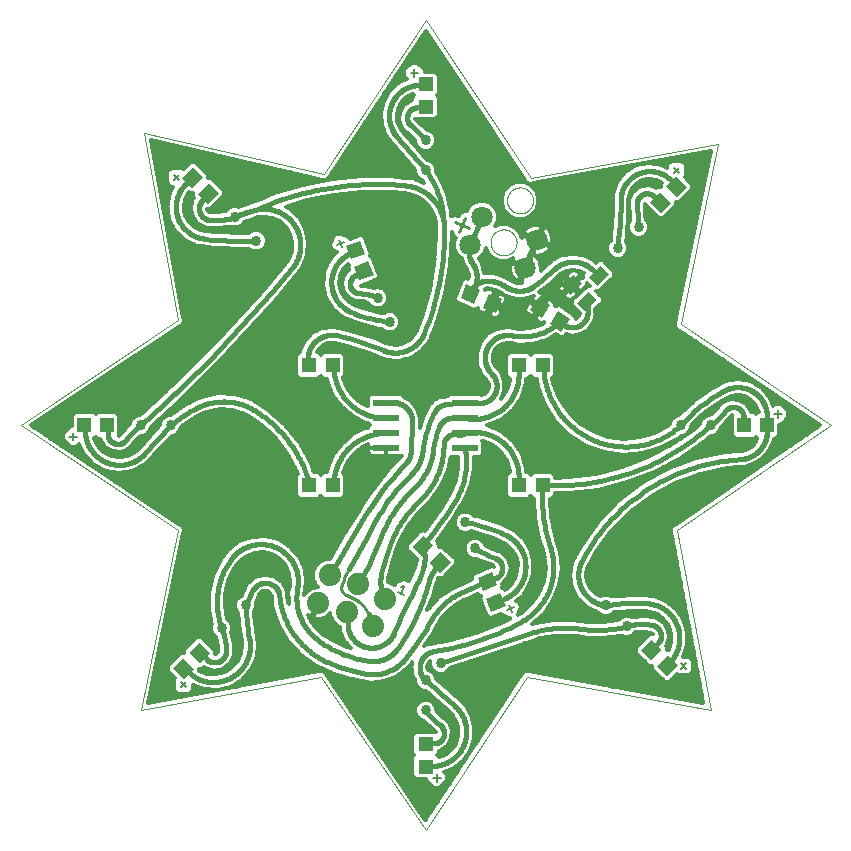
<source format=gtl>
G75*
%MOIN*%
%OFA0B0*%
%FSLAX25Y25*%
%IPPOS*%
%LPD*%
%AMOC8*
5,1,8,0,0,1.08239X$1,22.5*
%
%ADD10C,0.00200*%
%ADD11C,0.00000*%
%ADD12R,0.04724X0.05118*%
%ADD13R,0.08661X0.02362*%
%ADD14C,0.00800*%
%ADD15R,0.05118X0.04724*%
%ADD16C,0.07400*%
%ADD17C,0.00700*%
%ADD18R,0.03937X0.05512*%
%ADD19C,0.07087*%
%ADD20C,0.01000*%
%ADD21C,0.01600*%
%ADD22C,0.01200*%
%ADD23C,0.03377*%
D10*
X0041350Y0042100D02*
X0101350Y0053350D01*
X0136350Y0002100D01*
X0170100Y0053350D01*
X0231350Y0042100D01*
X0220100Y0102100D01*
X0271350Y0137100D01*
X0221350Y0170850D01*
X0233850Y0230850D01*
X0171350Y0219600D01*
X0136350Y0272100D01*
X0102600Y0220850D01*
X0042600Y0234600D01*
X0053850Y0172100D01*
X0001350Y0137100D01*
X0053850Y0102100D01*
X0041350Y0042100D01*
D11*
X0158019Y0198100D02*
X0158021Y0198231D01*
X0158027Y0198363D01*
X0158037Y0198494D01*
X0158051Y0198625D01*
X0158069Y0198755D01*
X0158091Y0198884D01*
X0158116Y0199013D01*
X0158146Y0199141D01*
X0158180Y0199268D01*
X0158217Y0199395D01*
X0158258Y0199519D01*
X0158303Y0199643D01*
X0158352Y0199765D01*
X0158404Y0199886D01*
X0158460Y0200004D01*
X0158520Y0200122D01*
X0158583Y0200237D01*
X0158650Y0200350D01*
X0158720Y0200462D01*
X0158793Y0200571D01*
X0158869Y0200677D01*
X0158949Y0200782D01*
X0159032Y0200884D01*
X0159118Y0200983D01*
X0159207Y0201080D01*
X0159299Y0201174D01*
X0159394Y0201265D01*
X0159491Y0201354D01*
X0159591Y0201439D01*
X0159694Y0201521D01*
X0159799Y0201600D01*
X0159906Y0201676D01*
X0160016Y0201748D01*
X0160128Y0201817D01*
X0160242Y0201883D01*
X0160357Y0201945D01*
X0160475Y0202004D01*
X0160594Y0202059D01*
X0160715Y0202111D01*
X0160838Y0202158D01*
X0160962Y0202202D01*
X0161087Y0202243D01*
X0161213Y0202279D01*
X0161341Y0202312D01*
X0161469Y0202340D01*
X0161598Y0202365D01*
X0161728Y0202386D01*
X0161858Y0202403D01*
X0161989Y0202416D01*
X0162120Y0202425D01*
X0162251Y0202430D01*
X0162383Y0202431D01*
X0162514Y0202428D01*
X0162646Y0202421D01*
X0162777Y0202410D01*
X0162907Y0202395D01*
X0163037Y0202376D01*
X0163167Y0202353D01*
X0163295Y0202327D01*
X0163423Y0202296D01*
X0163550Y0202261D01*
X0163676Y0202223D01*
X0163800Y0202181D01*
X0163924Y0202135D01*
X0164045Y0202085D01*
X0164165Y0202032D01*
X0164284Y0201975D01*
X0164401Y0201915D01*
X0164515Y0201851D01*
X0164628Y0201783D01*
X0164739Y0201712D01*
X0164848Y0201638D01*
X0164954Y0201561D01*
X0165058Y0201480D01*
X0165159Y0201397D01*
X0165258Y0201310D01*
X0165354Y0201220D01*
X0165447Y0201127D01*
X0165538Y0201032D01*
X0165625Y0200934D01*
X0165710Y0200833D01*
X0165791Y0200730D01*
X0165869Y0200624D01*
X0165944Y0200516D01*
X0166016Y0200406D01*
X0166084Y0200294D01*
X0166149Y0200180D01*
X0166210Y0200063D01*
X0166268Y0199945D01*
X0166322Y0199825D01*
X0166373Y0199704D01*
X0166420Y0199581D01*
X0166463Y0199457D01*
X0166502Y0199332D01*
X0166538Y0199205D01*
X0166569Y0199077D01*
X0166597Y0198949D01*
X0166621Y0198820D01*
X0166641Y0198690D01*
X0166657Y0198559D01*
X0166669Y0198428D01*
X0166677Y0198297D01*
X0166681Y0198166D01*
X0166681Y0198034D01*
X0166677Y0197903D01*
X0166669Y0197772D01*
X0166657Y0197641D01*
X0166641Y0197510D01*
X0166621Y0197380D01*
X0166597Y0197251D01*
X0166569Y0197123D01*
X0166538Y0196995D01*
X0166502Y0196868D01*
X0166463Y0196743D01*
X0166420Y0196619D01*
X0166373Y0196496D01*
X0166322Y0196375D01*
X0166268Y0196255D01*
X0166210Y0196137D01*
X0166149Y0196020D01*
X0166084Y0195906D01*
X0166016Y0195794D01*
X0165944Y0195684D01*
X0165869Y0195576D01*
X0165791Y0195470D01*
X0165710Y0195367D01*
X0165625Y0195266D01*
X0165538Y0195168D01*
X0165447Y0195073D01*
X0165354Y0194980D01*
X0165258Y0194890D01*
X0165159Y0194803D01*
X0165058Y0194720D01*
X0164954Y0194639D01*
X0164848Y0194562D01*
X0164739Y0194488D01*
X0164628Y0194417D01*
X0164516Y0194349D01*
X0164401Y0194285D01*
X0164284Y0194225D01*
X0164165Y0194168D01*
X0164045Y0194115D01*
X0163924Y0194065D01*
X0163800Y0194019D01*
X0163676Y0193977D01*
X0163550Y0193939D01*
X0163423Y0193904D01*
X0163295Y0193873D01*
X0163167Y0193847D01*
X0163037Y0193824D01*
X0162907Y0193805D01*
X0162777Y0193790D01*
X0162646Y0193779D01*
X0162514Y0193772D01*
X0162383Y0193769D01*
X0162251Y0193770D01*
X0162120Y0193775D01*
X0161989Y0193784D01*
X0161858Y0193797D01*
X0161728Y0193814D01*
X0161598Y0193835D01*
X0161469Y0193860D01*
X0161341Y0193888D01*
X0161213Y0193921D01*
X0161087Y0193957D01*
X0160962Y0193998D01*
X0160838Y0194042D01*
X0160715Y0194089D01*
X0160594Y0194141D01*
X0160475Y0194196D01*
X0160357Y0194255D01*
X0160242Y0194317D01*
X0160128Y0194383D01*
X0160016Y0194452D01*
X0159906Y0194524D01*
X0159799Y0194600D01*
X0159694Y0194679D01*
X0159591Y0194761D01*
X0159491Y0194846D01*
X0159394Y0194935D01*
X0159299Y0195026D01*
X0159207Y0195120D01*
X0159118Y0195217D01*
X0159032Y0195316D01*
X0158949Y0195418D01*
X0158869Y0195523D01*
X0158793Y0195629D01*
X0158720Y0195738D01*
X0158650Y0195850D01*
X0158583Y0195963D01*
X0158520Y0196078D01*
X0158460Y0196196D01*
X0158404Y0196314D01*
X0158352Y0196435D01*
X0158303Y0196557D01*
X0158258Y0196681D01*
X0158217Y0196805D01*
X0158180Y0196932D01*
X0158146Y0197059D01*
X0158116Y0197187D01*
X0158091Y0197316D01*
X0158069Y0197445D01*
X0158051Y0197575D01*
X0158037Y0197706D01*
X0158027Y0197837D01*
X0158021Y0197969D01*
X0158019Y0198100D01*
X0163519Y0212100D02*
X0163521Y0212231D01*
X0163527Y0212363D01*
X0163537Y0212494D01*
X0163551Y0212625D01*
X0163569Y0212755D01*
X0163591Y0212884D01*
X0163616Y0213013D01*
X0163646Y0213141D01*
X0163680Y0213268D01*
X0163717Y0213395D01*
X0163758Y0213519D01*
X0163803Y0213643D01*
X0163852Y0213765D01*
X0163904Y0213886D01*
X0163960Y0214004D01*
X0164020Y0214122D01*
X0164083Y0214237D01*
X0164150Y0214350D01*
X0164220Y0214462D01*
X0164293Y0214571D01*
X0164369Y0214677D01*
X0164449Y0214782D01*
X0164532Y0214884D01*
X0164618Y0214983D01*
X0164707Y0215080D01*
X0164799Y0215174D01*
X0164894Y0215265D01*
X0164991Y0215354D01*
X0165091Y0215439D01*
X0165194Y0215521D01*
X0165299Y0215600D01*
X0165406Y0215676D01*
X0165516Y0215748D01*
X0165628Y0215817D01*
X0165742Y0215883D01*
X0165857Y0215945D01*
X0165975Y0216004D01*
X0166094Y0216059D01*
X0166215Y0216111D01*
X0166338Y0216158D01*
X0166462Y0216202D01*
X0166587Y0216243D01*
X0166713Y0216279D01*
X0166841Y0216312D01*
X0166969Y0216340D01*
X0167098Y0216365D01*
X0167228Y0216386D01*
X0167358Y0216403D01*
X0167489Y0216416D01*
X0167620Y0216425D01*
X0167751Y0216430D01*
X0167883Y0216431D01*
X0168014Y0216428D01*
X0168146Y0216421D01*
X0168277Y0216410D01*
X0168407Y0216395D01*
X0168537Y0216376D01*
X0168667Y0216353D01*
X0168795Y0216327D01*
X0168923Y0216296D01*
X0169050Y0216261D01*
X0169176Y0216223D01*
X0169300Y0216181D01*
X0169424Y0216135D01*
X0169545Y0216085D01*
X0169665Y0216032D01*
X0169784Y0215975D01*
X0169901Y0215915D01*
X0170015Y0215851D01*
X0170128Y0215783D01*
X0170239Y0215712D01*
X0170348Y0215638D01*
X0170454Y0215561D01*
X0170558Y0215480D01*
X0170659Y0215397D01*
X0170758Y0215310D01*
X0170854Y0215220D01*
X0170947Y0215127D01*
X0171038Y0215032D01*
X0171125Y0214934D01*
X0171210Y0214833D01*
X0171291Y0214730D01*
X0171369Y0214624D01*
X0171444Y0214516D01*
X0171516Y0214406D01*
X0171584Y0214294D01*
X0171649Y0214180D01*
X0171710Y0214063D01*
X0171768Y0213945D01*
X0171822Y0213825D01*
X0171873Y0213704D01*
X0171920Y0213581D01*
X0171963Y0213457D01*
X0172002Y0213332D01*
X0172038Y0213205D01*
X0172069Y0213077D01*
X0172097Y0212949D01*
X0172121Y0212820D01*
X0172141Y0212690D01*
X0172157Y0212559D01*
X0172169Y0212428D01*
X0172177Y0212297D01*
X0172181Y0212166D01*
X0172181Y0212034D01*
X0172177Y0211903D01*
X0172169Y0211772D01*
X0172157Y0211641D01*
X0172141Y0211510D01*
X0172121Y0211380D01*
X0172097Y0211251D01*
X0172069Y0211123D01*
X0172038Y0210995D01*
X0172002Y0210868D01*
X0171963Y0210743D01*
X0171920Y0210619D01*
X0171873Y0210496D01*
X0171822Y0210375D01*
X0171768Y0210255D01*
X0171710Y0210137D01*
X0171649Y0210020D01*
X0171584Y0209906D01*
X0171516Y0209794D01*
X0171444Y0209684D01*
X0171369Y0209576D01*
X0171291Y0209470D01*
X0171210Y0209367D01*
X0171125Y0209266D01*
X0171038Y0209168D01*
X0170947Y0209073D01*
X0170854Y0208980D01*
X0170758Y0208890D01*
X0170659Y0208803D01*
X0170558Y0208720D01*
X0170454Y0208639D01*
X0170348Y0208562D01*
X0170239Y0208488D01*
X0170128Y0208417D01*
X0170016Y0208349D01*
X0169901Y0208285D01*
X0169784Y0208225D01*
X0169665Y0208168D01*
X0169545Y0208115D01*
X0169424Y0208065D01*
X0169300Y0208019D01*
X0169176Y0207977D01*
X0169050Y0207939D01*
X0168923Y0207904D01*
X0168795Y0207873D01*
X0168667Y0207847D01*
X0168537Y0207824D01*
X0168407Y0207805D01*
X0168277Y0207790D01*
X0168146Y0207779D01*
X0168014Y0207772D01*
X0167883Y0207769D01*
X0167751Y0207770D01*
X0167620Y0207775D01*
X0167489Y0207784D01*
X0167358Y0207797D01*
X0167228Y0207814D01*
X0167098Y0207835D01*
X0166969Y0207860D01*
X0166841Y0207888D01*
X0166713Y0207921D01*
X0166587Y0207957D01*
X0166462Y0207998D01*
X0166338Y0208042D01*
X0166215Y0208089D01*
X0166094Y0208141D01*
X0165975Y0208196D01*
X0165857Y0208255D01*
X0165742Y0208317D01*
X0165628Y0208383D01*
X0165516Y0208452D01*
X0165406Y0208524D01*
X0165299Y0208600D01*
X0165194Y0208679D01*
X0165091Y0208761D01*
X0164991Y0208846D01*
X0164894Y0208935D01*
X0164799Y0209026D01*
X0164707Y0209120D01*
X0164618Y0209217D01*
X0164532Y0209316D01*
X0164449Y0209418D01*
X0164369Y0209523D01*
X0164293Y0209629D01*
X0164220Y0209738D01*
X0164150Y0209850D01*
X0164083Y0209963D01*
X0164020Y0210078D01*
X0163960Y0210196D01*
X0163904Y0210314D01*
X0163852Y0210435D01*
X0163803Y0210557D01*
X0163758Y0210681D01*
X0163717Y0210805D01*
X0163680Y0210932D01*
X0163646Y0211059D01*
X0163616Y0211187D01*
X0163591Y0211316D01*
X0163569Y0211445D01*
X0163551Y0211575D01*
X0163537Y0211706D01*
X0163527Y0211837D01*
X0163521Y0211969D01*
X0163519Y0212100D01*
D12*
G36*
X0149978Y0184174D02*
X0154332Y0182343D01*
X0152348Y0177626D01*
X0147994Y0179457D01*
X0149978Y0184174D01*
G37*
G36*
X0157352Y0181074D02*
X0161706Y0179243D01*
X0159722Y0174526D01*
X0155368Y0176357D01*
X0157352Y0181074D01*
G37*
G36*
X0175046Y0172929D02*
X0171163Y0175618D01*
X0174076Y0179825D01*
X0177959Y0177136D01*
X0175046Y0172929D01*
G37*
G36*
X0181624Y0168375D02*
X0177741Y0171064D01*
X0180654Y0175271D01*
X0184537Y0172582D01*
X0181624Y0168375D01*
G37*
X0175350Y0157100D03*
X0167350Y0157100D03*
X0167350Y0117100D03*
X0175350Y0117100D03*
G36*
X0158432Y0088225D02*
X0160202Y0083846D01*
X0155458Y0081929D01*
X0153688Y0086308D01*
X0158432Y0088225D01*
G37*
G36*
X0161242Y0081271D02*
X0163012Y0076892D01*
X0158268Y0074975D01*
X0156498Y0079354D01*
X0161242Y0081271D01*
G37*
G36*
X0141311Y0087916D02*
X0137829Y0091108D01*
X0141287Y0094880D01*
X0144769Y0091688D01*
X0141311Y0087916D01*
G37*
G36*
X0135413Y0093320D02*
X0131931Y0096512D01*
X0135389Y0100284D01*
X0138871Y0097092D01*
X0135413Y0093320D01*
G37*
X0105350Y0117100D03*
X0097350Y0117100D03*
X0097350Y0157100D03*
X0105350Y0157100D03*
G36*
X0114268Y0185475D02*
X0112498Y0189854D01*
X0117242Y0191771D01*
X0119012Y0187392D01*
X0114268Y0185475D01*
G37*
G36*
X0111458Y0192429D02*
X0109688Y0196808D01*
X0114432Y0198725D01*
X0116202Y0194346D01*
X0111458Y0192429D01*
G37*
G36*
X0063863Y0210969D02*
X0060523Y0214309D01*
X0064141Y0217927D01*
X0067481Y0214587D01*
X0063863Y0210969D01*
G37*
G36*
X0058559Y0216273D02*
X0055219Y0219613D01*
X0058837Y0223231D01*
X0062177Y0219891D01*
X0058559Y0216273D01*
G37*
X0030100Y0137100D03*
X0022600Y0137100D03*
G36*
X0064481Y0061113D02*
X0061141Y0057773D01*
X0057523Y0061391D01*
X0060863Y0064731D01*
X0064481Y0061113D01*
G37*
G36*
X0059177Y0055809D02*
X0055837Y0052469D01*
X0052219Y0056087D01*
X0055559Y0059427D01*
X0059177Y0055809D01*
G37*
G36*
X0211837Y0065731D02*
X0215177Y0062391D01*
X0211559Y0058773D01*
X0208219Y0062113D01*
X0211837Y0065731D01*
G37*
G36*
X0217141Y0060427D02*
X0220481Y0057087D01*
X0216863Y0053469D01*
X0213523Y0056809D01*
X0217141Y0060427D01*
G37*
X0242600Y0137100D03*
X0250100Y0137100D03*
G36*
X0211219Y0211587D02*
X0214559Y0214927D01*
X0218177Y0211309D01*
X0214837Y0207969D01*
X0211219Y0211587D01*
G37*
G36*
X0216523Y0216891D02*
X0219863Y0220231D01*
X0223481Y0216613D01*
X0220141Y0213273D01*
X0216523Y0216891D01*
G37*
D13*
X0149460Y0144600D03*
X0149460Y0139600D03*
X0149460Y0134600D03*
X0149460Y0129600D03*
X0123240Y0129600D03*
X0123240Y0134600D03*
X0123240Y0139600D03*
X0123240Y0144600D03*
D14*
X0108532Y0196490D02*
X0107595Y0198808D01*
X0109222Y0198117D02*
X0106905Y0197181D01*
X0054279Y0218868D02*
X0052511Y0220636D01*
X0054279Y0220636D02*
X0052511Y0218868D01*
X0131350Y0254600D02*
X0133850Y0254600D01*
X0132600Y0253350D02*
X0132600Y0255850D01*
X0219118Y0222939D02*
X0220886Y0221171D01*
X0219118Y0221171D02*
X0220886Y0222939D01*
X0253850Y0142100D02*
X0253850Y0139600D01*
X0252600Y0140850D02*
X0255100Y0140850D01*
X0223189Y0057832D02*
X0221421Y0056064D01*
X0221421Y0057832D02*
X0223189Y0056064D01*
X0165795Y0076519D02*
X0163477Y0075583D01*
X0164168Y0077210D02*
X0165105Y0074892D01*
X0140100Y0020850D02*
X0140100Y0018350D01*
X0138850Y0019600D02*
X0141350Y0019600D01*
X0056582Y0049761D02*
X0054814Y0051529D01*
X0056582Y0051529D02*
X0054814Y0049761D01*
X0018850Y0132100D02*
X0018850Y0134600D01*
X0020100Y0133350D02*
X0017600Y0133350D01*
D15*
X0136350Y0030850D03*
X0136350Y0023350D03*
X0136350Y0243350D03*
X0136350Y0250850D03*
D16*
X0104361Y0087110D03*
X0100502Y0077885D03*
X0110113Y0074949D03*
X0113972Y0084174D03*
X0122812Y0079392D03*
X0118953Y0070167D03*
D17*
X0127317Y0081410D02*
X0129040Y0080689D01*
X0128179Y0081050D02*
X0129260Y0083635D01*
X0128038Y0083134D01*
D18*
G36*
X0189514Y0175099D02*
X0186844Y0177992D01*
X0190894Y0181729D01*
X0193564Y0178836D01*
X0189514Y0175099D01*
G37*
G36*
X0184441Y0180597D02*
X0181771Y0183490D01*
X0185821Y0187227D01*
X0188491Y0184334D01*
X0184441Y0180597D01*
G37*
G36*
X0193343Y0183722D02*
X0190673Y0186615D01*
X0194723Y0190352D01*
X0197393Y0187459D01*
X0193343Y0183722D01*
G37*
D19*
X0173506Y0198834D03*
X0169631Y0189616D03*
X0151194Y0197366D03*
X0155069Y0206584D03*
D20*
X0150827Y0202944D02*
X0146217Y0204882D01*
X0149491Y0206217D02*
X0147553Y0201608D01*
X0108349Y0083600D02*
X0108322Y0083506D01*
X0108299Y0083411D01*
X0108280Y0083316D01*
X0108264Y0083220D01*
X0108253Y0083123D01*
X0108245Y0083026D01*
X0108241Y0082928D01*
X0108242Y0082831D01*
X0108246Y0082734D01*
X0108254Y0082636D01*
X0108265Y0082540D01*
X0108281Y0082443D01*
X0108301Y0082348D01*
X0108324Y0082253D01*
X0108351Y0082160D01*
X0108382Y0082067D01*
X0108417Y0081976D01*
X0108455Y0081887D01*
X0108497Y0081799D01*
X0108542Y0081712D01*
X0108591Y0081628D01*
X0108643Y0081545D01*
X0108699Y0081465D01*
X0108757Y0081387D01*
X0108819Y0081312D01*
X0108883Y0081239D01*
X0108951Y0081169D01*
X0109021Y0081101D01*
X0109094Y0081036D01*
X0109170Y0080975D01*
X0109248Y0080916D01*
X0109328Y0080861D01*
X0109410Y0080809D01*
X0109494Y0080760D01*
X0109581Y0080714D01*
X0109669Y0080673D01*
X0109758Y0080634D01*
X0109849Y0080600D01*
X0114350Y0078100D02*
X0114537Y0077948D01*
X0114720Y0077792D01*
X0114899Y0077631D01*
X0115074Y0077466D01*
X0115245Y0077296D01*
X0115412Y0077123D01*
X0115574Y0076945D01*
X0115733Y0076764D01*
X0115886Y0076578D01*
X0116035Y0076389D01*
X0116180Y0076197D01*
X0116320Y0076001D01*
X0116454Y0075801D01*
X0116584Y0075599D01*
X0116709Y0075393D01*
X0116829Y0075184D01*
X0116944Y0074973D01*
X0117053Y0074758D01*
X0117158Y0074541D01*
X0117257Y0074322D01*
X0117350Y0074100D01*
X0114350Y0078101D02*
X0114058Y0078327D01*
X0113761Y0078546D01*
X0113459Y0078758D01*
X0113152Y0078964D01*
X0112840Y0079162D01*
X0112523Y0079352D01*
X0112203Y0079535D01*
X0111878Y0079711D01*
X0111549Y0079879D01*
X0111216Y0080039D01*
X0110880Y0080191D01*
X0110540Y0080336D01*
X0110196Y0080472D01*
X0109850Y0080601D01*
X0108350Y0083600D02*
X0108564Y0084264D01*
X0108795Y0084923D01*
X0109042Y0085576D01*
X0109304Y0086223D01*
X0109583Y0086863D01*
X0109877Y0087496D01*
X0110186Y0088122D01*
X0110510Y0088740D01*
X0110850Y0089350D01*
D21*
X0136350Y0052101D02*
X0141261Y0047892D01*
X0146100Y0043601D01*
X0141349Y0037100D02*
X0141435Y0037021D01*
X0141518Y0036940D01*
X0141598Y0036856D01*
X0141675Y0036769D01*
X0141749Y0036679D01*
X0141820Y0036587D01*
X0141888Y0036493D01*
X0141953Y0036396D01*
X0142015Y0036298D01*
X0142073Y0036197D01*
X0142127Y0036094D01*
X0142178Y0035990D01*
X0142226Y0035884D01*
X0142270Y0035776D01*
X0142310Y0035667D01*
X0142347Y0035557D01*
X0142380Y0035445D01*
X0142409Y0035333D01*
X0142434Y0035219D01*
X0142455Y0035105D01*
X0142473Y0034990D01*
X0142487Y0034875D01*
X0142496Y0034759D01*
X0142502Y0034643D01*
X0142504Y0034527D01*
X0142502Y0034410D01*
X0142496Y0034294D01*
X0142486Y0034178D01*
X0142472Y0034063D01*
X0142455Y0033948D01*
X0142433Y0033834D01*
X0142408Y0033720D01*
X0142378Y0033608D01*
X0142345Y0033496D01*
X0142309Y0033386D01*
X0142268Y0033277D01*
X0142224Y0033170D01*
X0142176Y0033064D01*
X0142125Y0032959D01*
X0142070Y0032857D01*
X0142012Y0032756D01*
X0141950Y0032658D01*
X0141886Y0032561D01*
X0141817Y0032467D01*
X0141746Y0032375D01*
X0141672Y0032286D01*
X0141595Y0032199D01*
X0141514Y0032115D01*
X0141431Y0032033D01*
X0141346Y0031955D01*
X0141258Y0031879D01*
X0141167Y0031806D01*
X0141074Y0031737D01*
X0140978Y0031671D01*
X0140880Y0031608D01*
X0140781Y0031548D01*
X0140679Y0031492D01*
X0140575Y0031439D01*
X0140470Y0031389D01*
X0140363Y0031344D01*
X0140255Y0031302D01*
X0140145Y0031263D01*
X0140034Y0031229D01*
X0139922Y0031198D01*
X0139809Y0031171D01*
X0139695Y0031147D01*
X0139581Y0031128D01*
X0139465Y0031112D01*
X0139350Y0031101D01*
X0139350Y0031100D02*
X0136350Y0030850D01*
X0139350Y0023600D02*
X0139630Y0023627D01*
X0139910Y0023660D01*
X0140188Y0023701D01*
X0140465Y0023748D01*
X0140742Y0023802D01*
X0141016Y0023863D01*
X0141289Y0023930D01*
X0141561Y0024004D01*
X0141830Y0024085D01*
X0142098Y0024172D01*
X0142363Y0024266D01*
X0142626Y0024367D01*
X0142886Y0024473D01*
X0143144Y0024586D01*
X0143399Y0024706D01*
X0143651Y0024831D01*
X0143900Y0024963D01*
X0144145Y0025100D01*
X0144387Y0025244D01*
X0144625Y0025394D01*
X0144860Y0025549D01*
X0145091Y0025710D01*
X0145317Y0025877D01*
X0145540Y0026049D01*
X0145758Y0026226D01*
X0145972Y0026409D01*
X0146182Y0026597D01*
X0146386Y0026790D01*
X0146586Y0026988D01*
X0146781Y0027191D01*
X0146971Y0027398D01*
X0147156Y0027610D01*
X0147336Y0027827D01*
X0147510Y0028048D01*
X0147679Y0028273D01*
X0147842Y0028502D01*
X0148000Y0028735D01*
X0148152Y0028972D01*
X0148298Y0029213D01*
X0148438Y0029457D01*
X0148572Y0029704D01*
X0148700Y0029955D01*
X0148822Y0030208D01*
X0148938Y0030465D01*
X0149047Y0030724D01*
X0149150Y0030986D01*
X0149246Y0031250D01*
X0149336Y0031517D01*
X0149420Y0031786D01*
X0149497Y0032056D01*
X0149567Y0032329D01*
X0149630Y0032603D01*
X0149687Y0032878D01*
X0149737Y0033155D01*
X0149780Y0033433D01*
X0149817Y0033712D01*
X0149846Y0033992D01*
X0149869Y0034273D01*
X0149885Y0034554D01*
X0149894Y0034835D01*
X0149896Y0035116D01*
X0149891Y0035398D01*
X0149879Y0035679D01*
X0149861Y0035959D01*
X0149835Y0036240D01*
X0149803Y0036519D01*
X0149764Y0036798D01*
X0149718Y0037076D01*
X0149666Y0037352D01*
X0149606Y0037627D01*
X0149540Y0037900D01*
X0149467Y0038172D01*
X0149388Y0038442D01*
X0149302Y0038710D01*
X0149209Y0038976D01*
X0149110Y0039239D01*
X0149005Y0039500D01*
X0148893Y0039758D01*
X0148775Y0040014D01*
X0148651Y0040266D01*
X0148520Y0040516D01*
X0148384Y0040762D01*
X0148241Y0041004D01*
X0148093Y0041243D01*
X0147939Y0041479D01*
X0147779Y0041710D01*
X0147614Y0041938D01*
X0147443Y0042161D01*
X0147266Y0042381D01*
X0147084Y0042595D01*
X0146897Y0042806D01*
X0146705Y0043011D01*
X0146508Y0043212D01*
X0146307Y0043408D01*
X0146100Y0043599D01*
X0136350Y0052100D02*
X0136238Y0052197D01*
X0136128Y0052297D01*
X0136021Y0052400D01*
X0135917Y0052505D01*
X0135816Y0052614D01*
X0135718Y0052724D01*
X0135623Y0052838D01*
X0135531Y0052954D01*
X0135442Y0053072D01*
X0135356Y0053193D01*
X0135274Y0053316D01*
X0135194Y0053441D01*
X0135118Y0053569D01*
X0135046Y0053698D01*
X0134977Y0053829D01*
X0134911Y0053962D01*
X0134849Y0054096D01*
X0134791Y0054233D01*
X0134737Y0054370D01*
X0134686Y0054509D01*
X0134638Y0054650D01*
X0134595Y0054791D01*
X0134555Y0054934D01*
X0134519Y0055078D01*
X0134487Y0055223D01*
X0134459Y0055368D01*
X0134435Y0055514D01*
X0134414Y0055661D01*
X0134398Y0055808D01*
X0134385Y0055956D01*
X0134377Y0056104D01*
X0134372Y0056252D01*
X0134371Y0056400D01*
X0134374Y0056548D01*
X0134382Y0056696D01*
X0134393Y0056844D01*
X0134408Y0056991D01*
X0134427Y0057138D01*
X0134450Y0057284D01*
X0134476Y0057430D01*
X0134507Y0057575D01*
X0134541Y0057719D01*
X0134580Y0057862D01*
X0134622Y0058004D01*
X0134668Y0058145D01*
X0134717Y0058285D01*
X0134771Y0058423D01*
X0134828Y0058560D01*
X0134888Y0058695D01*
X0134953Y0058829D01*
X0135020Y0058960D01*
X0135091Y0059090D01*
X0135166Y0059218D01*
X0135244Y0059344D01*
X0135325Y0059468D01*
X0135410Y0059590D01*
X0135498Y0059709D01*
X0135589Y0059826D01*
X0135683Y0059940D01*
X0135780Y0060052D01*
X0135880Y0060161D01*
X0135983Y0060268D01*
X0136089Y0060372D01*
X0136197Y0060473D01*
X0136308Y0060571D01*
X0136422Y0060666D01*
X0136538Y0060758D01*
X0136657Y0060847D01*
X0136778Y0060932D01*
X0136901Y0061015D01*
X0137026Y0061094D01*
X0137153Y0061169D01*
X0137283Y0061242D01*
X0137414Y0061311D01*
X0137547Y0061376D01*
X0137681Y0061438D01*
X0137818Y0061496D01*
X0137955Y0061550D01*
X0138095Y0061601D01*
X0138235Y0061648D01*
X0138377Y0061691D01*
X0138520Y0061731D01*
X0138663Y0061767D01*
X0138808Y0061798D01*
X0138954Y0061826D01*
X0139100Y0061851D01*
X0141350Y0057850D02*
X0171350Y0067850D01*
X0119599Y0105100D02*
X0120259Y0106330D01*
X0120948Y0107544D01*
X0121666Y0108742D01*
X0122412Y0109921D01*
X0123187Y0111082D01*
X0123990Y0112224D01*
X0124819Y0113347D01*
X0125676Y0114449D01*
X0126559Y0115530D01*
X0127468Y0116590D01*
X0128401Y0117627D01*
X0129360Y0118642D01*
X0130343Y0119633D01*
X0131350Y0120600D01*
X0146100Y0111850D02*
X0146417Y0112378D01*
X0146722Y0112913D01*
X0147013Y0113456D01*
X0147291Y0114005D01*
X0147555Y0114561D01*
X0147806Y0115124D01*
X0148043Y0115692D01*
X0148266Y0116267D01*
X0148475Y0116846D01*
X0148669Y0117430D01*
X0148850Y0118019D01*
X0149015Y0118612D01*
X0149167Y0119209D01*
X0149303Y0119810D01*
X0149425Y0120413D01*
X0149532Y0121020D01*
X0149625Y0121629D01*
X0149702Y0122240D01*
X0149765Y0122852D01*
X0149812Y0123467D01*
X0149844Y0124082D01*
X0149862Y0124697D01*
X0149864Y0125313D01*
X0149851Y0125929D01*
X0149824Y0126544D01*
X0149781Y0127158D01*
X0149723Y0127772D01*
X0149650Y0128383D01*
X0149562Y0128993D01*
X0149460Y0129600D01*
X0146850Y0134099D02*
X0146733Y0134126D01*
X0146616Y0134149D01*
X0146499Y0134168D01*
X0146380Y0134183D01*
X0146262Y0134195D01*
X0146143Y0134202D01*
X0146024Y0134206D01*
X0145904Y0134205D01*
X0145785Y0134201D01*
X0145666Y0134193D01*
X0145548Y0134181D01*
X0145429Y0134165D01*
X0145312Y0134145D01*
X0145195Y0134121D01*
X0145079Y0134093D01*
X0144964Y0134062D01*
X0144850Y0134027D01*
X0144737Y0133988D01*
X0144626Y0133945D01*
X0144516Y0133899D01*
X0144408Y0133849D01*
X0144301Y0133796D01*
X0144196Y0133739D01*
X0144093Y0133679D01*
X0143992Y0133615D01*
X0143894Y0133548D01*
X0143797Y0133478D01*
X0143703Y0133405D01*
X0143611Y0133329D01*
X0143522Y0133250D01*
X0143436Y0133168D01*
X0143352Y0133083D01*
X0143271Y0132995D01*
X0143193Y0132905D01*
X0143118Y0132812D01*
X0143047Y0132717D01*
X0142978Y0132619D01*
X0142912Y0132520D01*
X0142850Y0132418D01*
X0142792Y0132314D01*
X0142736Y0132209D01*
X0142685Y0132101D01*
X0142636Y0131992D01*
X0142592Y0131882D01*
X0142551Y0131770D01*
X0142513Y0131656D01*
X0142480Y0131542D01*
X0142450Y0131426D01*
X0142424Y0131310D01*
X0142402Y0131193D01*
X0142384Y0131075D01*
X0142370Y0130957D01*
X0142359Y0130838D01*
X0142353Y0130719D01*
X0142350Y0130600D01*
X0140850Y0136600D02*
X0140898Y0136726D01*
X0140950Y0136849D01*
X0141005Y0136971D01*
X0141064Y0137092D01*
X0141127Y0137211D01*
X0141192Y0137327D01*
X0141261Y0137442D01*
X0141333Y0137555D01*
X0141409Y0137666D01*
X0141488Y0137775D01*
X0141569Y0137881D01*
X0141654Y0137985D01*
X0141742Y0138086D01*
X0141833Y0138185D01*
X0141926Y0138281D01*
X0142022Y0138375D01*
X0142121Y0138465D01*
X0142222Y0138553D01*
X0142326Y0138638D01*
X0142432Y0138720D01*
X0142541Y0138798D01*
X0142652Y0138874D01*
X0142765Y0138946D01*
X0142880Y0139015D01*
X0142997Y0139081D01*
X0143115Y0139143D01*
X0143236Y0139202D01*
X0143358Y0139257D01*
X0143482Y0139309D01*
X0143607Y0139357D01*
X0143733Y0139401D01*
X0143861Y0139442D01*
X0143990Y0139480D01*
X0144120Y0139513D01*
X0144250Y0139543D01*
X0144382Y0139569D01*
X0144514Y0139591D01*
X0144647Y0139609D01*
X0144780Y0139624D01*
X0144914Y0139634D01*
X0145048Y0139641D01*
X0145182Y0139644D01*
X0145316Y0139643D01*
X0145450Y0139638D01*
X0145584Y0139629D01*
X0145717Y0139617D01*
X0145850Y0139601D01*
X0142850Y0144100D02*
X0142717Y0144077D01*
X0142585Y0144050D01*
X0142453Y0144020D01*
X0142322Y0143986D01*
X0142192Y0143948D01*
X0142064Y0143907D01*
X0141936Y0143862D01*
X0141810Y0143813D01*
X0141686Y0143761D01*
X0141562Y0143706D01*
X0141441Y0143647D01*
X0141321Y0143584D01*
X0141203Y0143519D01*
X0141087Y0143450D01*
X0140973Y0143377D01*
X0140860Y0143302D01*
X0140751Y0143223D01*
X0140643Y0143142D01*
X0140537Y0143057D01*
X0140435Y0142970D01*
X0140334Y0142879D01*
X0140236Y0142786D01*
X0140141Y0142690D01*
X0140048Y0142592D01*
X0139959Y0142491D01*
X0139872Y0142387D01*
X0139788Y0142281D01*
X0139707Y0142173D01*
X0139629Y0142063D01*
X0139555Y0141950D01*
X0139483Y0141835D01*
X0139415Y0141719D01*
X0139350Y0141600D01*
X0146850Y0134100D02*
X0146957Y0134076D01*
X0147065Y0134055D01*
X0147173Y0134038D01*
X0147282Y0134024D01*
X0147391Y0134015D01*
X0147501Y0134009D01*
X0147611Y0134007D01*
X0147720Y0134009D01*
X0147830Y0134014D01*
X0147939Y0134024D01*
X0148048Y0134037D01*
X0148156Y0134054D01*
X0148264Y0134074D01*
X0148371Y0134099D01*
X0148477Y0134127D01*
X0148582Y0134158D01*
X0148686Y0134194D01*
X0148789Y0134233D01*
X0148890Y0134275D01*
X0148989Y0134321D01*
X0149087Y0134370D01*
X0149184Y0134423D01*
X0149278Y0134479D01*
X0149370Y0134538D01*
X0149461Y0134600D01*
X0149460Y0144600D02*
X0154350Y0144600D01*
X0154500Y0144602D01*
X0154649Y0144608D01*
X0154798Y0144618D01*
X0154947Y0144631D01*
X0155096Y0144649D01*
X0155244Y0144671D01*
X0155391Y0144696D01*
X0155538Y0144725D01*
X0155683Y0144758D01*
X0155828Y0144795D01*
X0155972Y0144836D01*
X0156115Y0144880D01*
X0156257Y0144929D01*
X0156397Y0144980D01*
X0156536Y0145036D01*
X0156673Y0145095D01*
X0156809Y0145158D01*
X0156943Y0145224D01*
X0157075Y0145294D01*
X0157205Y0145367D01*
X0157334Y0145444D01*
X0157460Y0145524D01*
X0157584Y0145607D01*
X0157706Y0145694D01*
X0157826Y0145784D01*
X0157943Y0145876D01*
X0158058Y0145972D01*
X0158170Y0146071D01*
X0158280Y0146173D01*
X0158387Y0146277D01*
X0158491Y0146385D01*
X0158592Y0146495D01*
X0158690Y0146607D01*
X0158786Y0146723D01*
X0158878Y0146840D01*
X0158967Y0146960D01*
X0159053Y0147083D01*
X0159136Y0147207D01*
X0159215Y0147334D01*
X0159291Y0147463D01*
X0159364Y0147594D01*
X0159433Y0147726D01*
X0159499Y0147860D01*
X0159561Y0147996D01*
X0159620Y0148134D01*
X0159675Y0148273D01*
X0159726Y0148414D01*
X0159774Y0148555D01*
X0159817Y0148698D01*
X0159857Y0148842D01*
X0159894Y0148988D01*
X0159926Y0149134D01*
X0159955Y0149280D01*
X0159979Y0149428D01*
X0160000Y0149576D01*
X0160017Y0149724D01*
X0160030Y0149873D01*
X0160039Y0150023D01*
X0160045Y0150172D01*
X0160046Y0150322D01*
X0160043Y0150471D01*
X0160037Y0150621D01*
X0160026Y0150770D01*
X0160012Y0150919D01*
X0159994Y0151067D01*
X0159971Y0151215D01*
X0159945Y0151362D01*
X0159915Y0151509D01*
X0159882Y0151654D01*
X0159844Y0151799D01*
X0159803Y0151943D01*
X0159758Y0152085D01*
X0159709Y0152227D01*
X0159656Y0152367D01*
X0159600Y0152505D01*
X0159540Y0152642D01*
X0159477Y0152778D01*
X0159410Y0152912D01*
X0159340Y0153044D01*
X0159266Y0153174D01*
X0159188Y0153302D01*
X0159108Y0153428D01*
X0159024Y0153551D01*
X0158937Y0153673D01*
X0158847Y0153792D01*
X0158753Y0153909D01*
X0158657Y0154024D01*
X0158558Y0154135D01*
X0158455Y0154244D01*
X0158350Y0154351D01*
X0167350Y0154100D02*
X0167346Y0153739D01*
X0167332Y0153378D01*
X0167310Y0153017D01*
X0167280Y0152657D01*
X0167240Y0152298D01*
X0167192Y0151940D01*
X0167135Y0151583D01*
X0167069Y0151228D01*
X0166995Y0150875D01*
X0166912Y0150523D01*
X0166820Y0150174D01*
X0166721Y0149826D01*
X0166612Y0149482D01*
X0166495Y0149140D01*
X0166370Y0148801D01*
X0166237Y0148465D01*
X0166096Y0148133D01*
X0165946Y0147804D01*
X0165789Y0147479D01*
X0165624Y0147158D01*
X0165450Y0146841D01*
X0165270Y0146528D01*
X0165081Y0146220D01*
X0164886Y0145916D01*
X0164682Y0145617D01*
X0164472Y0145324D01*
X0164255Y0145035D01*
X0164030Y0144752D01*
X0163799Y0144474D01*
X0163561Y0144203D01*
X0163316Y0143937D01*
X0163066Y0143677D01*
X0162808Y0143423D01*
X0162545Y0143176D01*
X0162276Y0142935D01*
X0162001Y0142701D01*
X0161720Y0142473D01*
X0161434Y0142253D01*
X0161143Y0142039D01*
X0160846Y0141833D01*
X0160545Y0141634D01*
X0160239Y0141442D01*
X0159928Y0141258D01*
X0159613Y0141081D01*
X0159293Y0140913D01*
X0158970Y0140752D01*
X0158643Y0140599D01*
X0158312Y0140454D01*
X0157977Y0140317D01*
X0157640Y0140188D01*
X0157299Y0140068D01*
X0156956Y0139956D01*
X0156610Y0139852D01*
X0156261Y0139757D01*
X0155911Y0139670D01*
X0155558Y0139592D01*
X0155203Y0139522D01*
X0154847Y0139461D01*
X0154490Y0139409D01*
X0154131Y0139366D01*
X0153772Y0139331D01*
X0153411Y0139305D01*
X0153051Y0139288D01*
X0152689Y0139280D01*
X0152328Y0139280D01*
X0151967Y0139290D01*
X0151606Y0139308D01*
X0151246Y0139335D01*
X0150886Y0139370D01*
X0150528Y0139415D01*
X0150171Y0139468D01*
X0149815Y0139530D01*
X0149460Y0139600D01*
X0149161Y0139562D01*
X0148861Y0139531D01*
X0148560Y0139507D01*
X0148258Y0139490D01*
X0147957Y0139479D01*
X0147655Y0139476D01*
X0147353Y0139479D01*
X0147052Y0139490D01*
X0146750Y0139507D01*
X0146449Y0139531D01*
X0146149Y0139562D01*
X0145850Y0139600D01*
X0168100Y0071600D02*
X0166289Y0070640D01*
X0164455Y0069723D01*
X0162601Y0068849D01*
X0160727Y0068018D01*
X0158834Y0067231D01*
X0156923Y0066489D01*
X0154996Y0065790D01*
X0153053Y0065137D01*
X0151095Y0064529D01*
X0149123Y0063967D01*
X0147139Y0063450D01*
X0145144Y0062980D01*
X0143138Y0062557D01*
X0141123Y0062180D01*
X0139100Y0061850D01*
X0149600Y0104849D02*
X0150677Y0104667D01*
X0151750Y0104461D01*
X0152818Y0104230D01*
X0153880Y0103974D01*
X0154937Y0103694D01*
X0155986Y0103390D01*
X0157029Y0103062D01*
X0158063Y0102710D01*
X0159089Y0102334D01*
X0160106Y0101935D01*
X0161114Y0101513D01*
X0162112Y0101067D01*
X0163099Y0100599D01*
X0163100Y0100600D02*
X0163357Y0100471D01*
X0163609Y0100336D01*
X0163859Y0100195D01*
X0164105Y0100047D01*
X0164347Y0099894D01*
X0164586Y0099735D01*
X0164820Y0099569D01*
X0165050Y0099399D01*
X0165276Y0099222D01*
X0165498Y0099040D01*
X0165715Y0098853D01*
X0165928Y0098660D01*
X0166136Y0098463D01*
X0166338Y0098260D01*
X0166536Y0098052D01*
X0166729Y0097840D01*
X0166916Y0097623D01*
X0167098Y0097401D01*
X0167275Y0097175D01*
X0167446Y0096945D01*
X0167611Y0096711D01*
X0167770Y0096472D01*
X0167924Y0096230D01*
X0168071Y0095984D01*
X0168213Y0095735D01*
X0168348Y0095482D01*
X0168477Y0095226D01*
X0168600Y0094967D01*
X0168716Y0094704D01*
X0168826Y0094440D01*
X0168930Y0094172D01*
X0169026Y0093902D01*
X0169116Y0093630D01*
X0169200Y0093356D01*
X0169277Y0093079D01*
X0169346Y0092801D01*
X0169409Y0092521D01*
X0169466Y0092240D01*
X0169515Y0091958D01*
X0169557Y0091674D01*
X0169593Y0091389D01*
X0169621Y0091104D01*
X0169642Y0090818D01*
X0169657Y0090532D01*
X0169664Y0090245D01*
X0169664Y0089958D01*
X0169658Y0089672D01*
X0169644Y0089385D01*
X0169623Y0089099D01*
X0169595Y0088814D01*
X0169560Y0088529D01*
X0169519Y0088245D01*
X0169470Y0087963D01*
X0169414Y0087681D01*
X0169352Y0087402D01*
X0169282Y0087123D01*
X0169206Y0086847D01*
X0169123Y0086572D01*
X0169034Y0086300D01*
X0168938Y0086030D01*
X0168835Y0085762D01*
X0168725Y0085497D01*
X0168610Y0085235D01*
X0168487Y0084975D01*
X0168359Y0084719D01*
X0168224Y0084466D01*
X0168083Y0084216D01*
X0167936Y0083970D01*
X0167783Y0083727D01*
X0167624Y0083489D01*
X0167459Y0083254D01*
X0167289Y0083023D01*
X0167113Y0082797D01*
X0166931Y0082575D01*
X0166744Y0082357D01*
X0166552Y0082145D01*
X0166355Y0081937D01*
X0166152Y0081733D01*
X0165945Y0081535D01*
X0165733Y0081342D01*
X0165516Y0081155D01*
X0165295Y0080972D01*
X0165069Y0080795D01*
X0164839Y0080624D01*
X0164605Y0080459D01*
X0164367Y0080299D01*
X0164125Y0080145D01*
X0163879Y0079997D01*
X0163630Y0079855D01*
X0163377Y0079719D01*
X0163121Y0079590D01*
X0162862Y0079467D01*
X0162600Y0079350D01*
X0159755Y0078123D01*
X0124100Y0096351D02*
X0124422Y0097243D01*
X0124765Y0098128D01*
X0125130Y0099004D01*
X0125516Y0099871D01*
X0125922Y0100728D01*
X0126350Y0101575D01*
X0126798Y0102412D01*
X0127266Y0103237D01*
X0127755Y0104051D01*
X0128262Y0104852D01*
X0128790Y0105641D01*
X0129336Y0106417D01*
X0129901Y0107179D01*
X0130484Y0107928D01*
X0131086Y0108662D01*
X0131705Y0109381D01*
X0132341Y0110085D01*
X0132994Y0110773D01*
X0133664Y0111445D01*
X0134350Y0112101D01*
X0116350Y0054350D02*
X0115066Y0054595D01*
X0113787Y0054870D01*
X0112515Y0055173D01*
X0111250Y0055506D01*
X0109993Y0055867D01*
X0108745Y0056257D01*
X0107506Y0056676D01*
X0106277Y0057123D01*
X0105058Y0057598D01*
X0103851Y0058100D01*
X0110350Y0070600D02*
X0110113Y0074949D01*
X0100351Y0065600D02*
X0100013Y0065858D01*
X0099682Y0066123D01*
X0099357Y0066396D01*
X0099039Y0066677D01*
X0098728Y0066966D01*
X0098424Y0067262D01*
X0098128Y0067566D01*
X0097838Y0067877D01*
X0097557Y0068194D01*
X0097283Y0068519D01*
X0097017Y0068850D01*
X0096760Y0069187D01*
X0096510Y0069530D01*
X0096269Y0069880D01*
X0096037Y0070235D01*
X0095813Y0070595D01*
X0095598Y0070961D01*
X0095392Y0071332D01*
X0095196Y0071708D01*
X0095008Y0072089D01*
X0094830Y0072474D01*
X0094661Y0072864D01*
X0094501Y0073257D01*
X0094351Y0073654D01*
X0094211Y0074055D01*
X0094081Y0074459D01*
X0093960Y0074865D01*
X0093850Y0075275D01*
X0093749Y0075688D01*
X0093658Y0076102D01*
X0093578Y0076519D01*
X0093508Y0076937D01*
X0093448Y0077358D01*
X0093398Y0077779D01*
X0093358Y0078202D01*
X0093329Y0078625D01*
X0093309Y0079049D01*
X0093301Y0079473D01*
X0093302Y0079898D01*
X0093314Y0080322D01*
X0093336Y0080746D01*
X0093369Y0081169D01*
X0093411Y0081591D01*
X0093464Y0082012D01*
X0093527Y0082432D01*
X0093601Y0082850D01*
X0071350Y0092350D02*
X0071008Y0091860D01*
X0070679Y0091362D01*
X0070362Y0090856D01*
X0070057Y0090342D01*
X0069765Y0089821D01*
X0069485Y0089293D01*
X0069219Y0088758D01*
X0068966Y0088217D01*
X0068727Y0087670D01*
X0068500Y0087118D01*
X0068288Y0086559D01*
X0068089Y0085996D01*
X0067904Y0085428D01*
X0067733Y0084856D01*
X0067576Y0084280D01*
X0067433Y0083700D01*
X0067305Y0083116D01*
X0067190Y0082530D01*
X0067091Y0081941D01*
X0067005Y0081350D01*
X0066934Y0080757D01*
X0066878Y0080162D01*
X0066836Y0079567D01*
X0066809Y0078970D01*
X0066797Y0078373D01*
X0066799Y0077776D01*
X0066816Y0077178D01*
X0066847Y0076582D01*
X0066893Y0075987D01*
X0066954Y0075392D01*
X0067029Y0074800D01*
X0067119Y0074209D01*
X0067223Y0073621D01*
X0067342Y0073036D01*
X0067474Y0072453D01*
X0067622Y0071875D01*
X0067783Y0071299D01*
X0067958Y0070728D01*
X0068147Y0070162D01*
X0068350Y0069600D01*
X0077600Y0066100D02*
X0077653Y0065806D01*
X0077698Y0065511D01*
X0077736Y0065214D01*
X0077766Y0064917D01*
X0077790Y0064619D01*
X0077806Y0064321D01*
X0077815Y0064022D01*
X0077817Y0063724D01*
X0077811Y0063425D01*
X0077798Y0063127D01*
X0077778Y0062828D01*
X0077750Y0062531D01*
X0077716Y0062234D01*
X0077674Y0061938D01*
X0077625Y0061644D01*
X0077568Y0061350D01*
X0077505Y0061058D01*
X0077434Y0060768D01*
X0077357Y0060480D01*
X0077272Y0060193D01*
X0077180Y0059909D01*
X0077082Y0059627D01*
X0076976Y0059347D01*
X0076864Y0059070D01*
X0076745Y0058796D01*
X0076620Y0058525D01*
X0076488Y0058257D01*
X0076349Y0057992D01*
X0076204Y0057731D01*
X0076053Y0057473D01*
X0075895Y0057220D01*
X0075731Y0056970D01*
X0075562Y0056724D01*
X0075386Y0056482D01*
X0075204Y0056245D01*
X0075017Y0056012D01*
X0074824Y0055784D01*
X0074626Y0055561D01*
X0074422Y0055342D01*
X0074213Y0055129D01*
X0073999Y0054921D01*
X0073779Y0054718D01*
X0073555Y0054520D01*
X0073326Y0054328D01*
X0073093Y0054142D01*
X0072855Y0053961D01*
X0072612Y0053786D01*
X0072366Y0053618D01*
X0072115Y0053455D01*
X0071861Y0053298D01*
X0071603Y0053148D01*
X0071341Y0053004D01*
X0071076Y0052866D01*
X0070807Y0052735D01*
X0070536Y0052611D01*
X0070261Y0052493D01*
X0069984Y0052382D01*
X0069704Y0052278D01*
X0069421Y0052180D01*
X0069137Y0052090D01*
X0068850Y0052006D01*
X0068561Y0051930D01*
X0068270Y0051860D01*
X0067978Y0051798D01*
X0067684Y0051743D01*
X0067390Y0051695D01*
X0067094Y0051654D01*
X0066797Y0051621D01*
X0066499Y0051594D01*
X0066201Y0051575D01*
X0065902Y0051564D01*
X0065604Y0051559D01*
X0065305Y0051562D01*
X0065006Y0051572D01*
X0064708Y0051589D01*
X0064410Y0051614D01*
X0064113Y0051646D01*
X0063817Y0051685D01*
X0063522Y0051731D01*
X0063228Y0051785D01*
X0062935Y0051846D01*
X0062645Y0051914D01*
X0062355Y0051988D01*
X0062068Y0052070D01*
X0061783Y0052159D01*
X0061500Y0052255D01*
X0061219Y0052358D01*
X0060941Y0052467D01*
X0060666Y0052584D01*
X0060394Y0052707D01*
X0060125Y0052836D01*
X0059859Y0052972D01*
X0059596Y0053115D01*
X0059337Y0053264D01*
X0059082Y0053419D01*
X0058830Y0053580D01*
X0058583Y0053748D01*
X0058340Y0053921D01*
X0058101Y0054101D01*
X0058100Y0054100D02*
X0055698Y0055948D01*
X0061002Y0061252D02*
X0063350Y0059100D01*
X0063350Y0059099D02*
X0063442Y0059018D01*
X0063537Y0058939D01*
X0063634Y0058863D01*
X0063734Y0058791D01*
X0063835Y0058721D01*
X0063939Y0058655D01*
X0064045Y0058592D01*
X0064153Y0058533D01*
X0064263Y0058477D01*
X0064374Y0058424D01*
X0064487Y0058375D01*
X0064601Y0058330D01*
X0064717Y0058288D01*
X0064835Y0058250D01*
X0064953Y0058216D01*
X0065072Y0058186D01*
X0065192Y0058159D01*
X0065313Y0058136D01*
X0065435Y0058117D01*
X0065557Y0058102D01*
X0065680Y0058091D01*
X0065803Y0058084D01*
X0065926Y0058080D01*
X0066049Y0058081D01*
X0066172Y0058085D01*
X0066295Y0058093D01*
X0066418Y0058106D01*
X0066540Y0058122D01*
X0066661Y0058142D01*
X0066782Y0058165D01*
X0066902Y0058193D01*
X0067021Y0058225D01*
X0067139Y0058260D01*
X0067256Y0058299D01*
X0067372Y0058341D01*
X0067486Y0058387D01*
X0067598Y0058437D01*
X0067709Y0058491D01*
X0067819Y0058547D01*
X0067926Y0058608D01*
X0068031Y0058671D01*
X0068135Y0058738D01*
X0068236Y0058809D01*
X0068335Y0058882D01*
X0068431Y0058959D01*
X0068525Y0059038D01*
X0068617Y0059121D01*
X0068705Y0059206D01*
X0068792Y0059294D01*
X0068875Y0059385D01*
X0068955Y0059478D01*
X0069032Y0059574D01*
X0069106Y0059672D01*
X0069177Y0059773D01*
X0069245Y0059876D01*
X0069310Y0059981D01*
X0069371Y0060088D01*
X0069429Y0060196D01*
X0069483Y0060307D01*
X0069534Y0060419D01*
X0069581Y0060533D01*
X0069624Y0060648D01*
X0069664Y0060765D01*
X0069700Y0060883D01*
X0069732Y0061001D01*
X0069761Y0061121D01*
X0069786Y0061242D01*
X0069807Y0061363D01*
X0069824Y0061485D01*
X0069837Y0061608D01*
X0069846Y0061730D01*
X0069852Y0061853D01*
X0069853Y0061977D01*
X0069851Y0062100D01*
X0078600Y0081850D02*
X0078659Y0081975D01*
X0078721Y0082097D01*
X0078787Y0082218D01*
X0078856Y0082336D01*
X0078929Y0082453D01*
X0079005Y0082567D01*
X0079085Y0082679D01*
X0079167Y0082789D01*
X0079253Y0082896D01*
X0079342Y0083001D01*
X0079434Y0083103D01*
X0079528Y0083203D01*
X0079626Y0083299D01*
X0079727Y0083393D01*
X0079830Y0083484D01*
X0079935Y0083571D01*
X0080044Y0083656D01*
X0080154Y0083737D01*
X0080267Y0083816D01*
X0080382Y0083891D01*
X0080500Y0083962D01*
X0080619Y0084030D01*
X0080740Y0084095D01*
X0080863Y0084156D01*
X0080988Y0084213D01*
X0081114Y0084267D01*
X0081242Y0084317D01*
X0081372Y0084363D01*
X0081502Y0084406D01*
X0081634Y0084444D01*
X0081767Y0084479D01*
X0081901Y0084510D01*
X0082035Y0084537D01*
X0082171Y0084561D01*
X0082307Y0084580D01*
X0082443Y0084595D01*
X0082580Y0084606D01*
X0082717Y0084614D01*
X0082855Y0084617D01*
X0082992Y0084616D01*
X0083129Y0084611D01*
X0083267Y0084603D01*
X0083403Y0084590D01*
X0083540Y0084573D01*
X0083675Y0084553D01*
X0083811Y0084528D01*
X0083945Y0084500D01*
X0084078Y0084467D01*
X0084211Y0084431D01*
X0084342Y0084391D01*
X0084473Y0084347D01*
X0084601Y0084300D01*
X0084729Y0084248D01*
X0084855Y0084193D01*
X0084979Y0084134D01*
X0085101Y0084072D01*
X0085222Y0084006D01*
X0085340Y0083937D01*
X0085457Y0083864D01*
X0085571Y0083788D01*
X0085684Y0083709D01*
X0085793Y0083626D01*
X0085901Y0083541D01*
X0086005Y0083452D01*
X0086108Y0083360D01*
X0086207Y0083265D01*
X0086304Y0083167D01*
X0086397Y0083067D01*
X0086488Y0082964D01*
X0086576Y0082858D01*
X0086661Y0082750D01*
X0086742Y0082640D01*
X0086820Y0082527D01*
X0086895Y0082411D01*
X0086967Y0082294D01*
X0087035Y0082175D01*
X0087099Y0082054D01*
X0087160Y0081931D01*
X0087218Y0081806D01*
X0087272Y0081679D01*
X0087322Y0081551D01*
X0087368Y0081422D01*
X0087411Y0081291D01*
X0087449Y0081160D01*
X0087484Y0081027D01*
X0087515Y0080893D01*
X0087542Y0080758D01*
X0087565Y0080623D01*
X0087585Y0080487D01*
X0087600Y0080350D01*
X0122350Y0162100D02*
X0120466Y0162878D01*
X0118564Y0163613D01*
X0116647Y0164305D01*
X0114714Y0164953D01*
X0112767Y0165557D01*
X0110806Y0166116D01*
X0108834Y0166630D01*
X0106850Y0167100D01*
X0114350Y0181100D02*
X0114647Y0181098D01*
X0114945Y0181090D01*
X0115242Y0181074D01*
X0115539Y0181051D01*
X0115835Y0181021D01*
X0116130Y0180984D01*
X0116425Y0180940D01*
X0116718Y0180888D01*
X0117010Y0180830D01*
X0117300Y0180765D01*
X0117589Y0180693D01*
X0117876Y0180614D01*
X0118161Y0180528D01*
X0118444Y0180435D01*
X0118724Y0180335D01*
X0119002Y0180229D01*
X0119278Y0180116D01*
X0119550Y0179997D01*
X0119820Y0179871D01*
X0120086Y0179738D01*
X0120350Y0179600D01*
X0111600Y0174850D02*
X0111360Y0174951D01*
X0111123Y0175059D01*
X0110888Y0175172D01*
X0110655Y0175291D01*
X0110426Y0175415D01*
X0110200Y0175545D01*
X0109977Y0175680D01*
X0109758Y0175821D01*
X0109542Y0175967D01*
X0109330Y0176118D01*
X0109121Y0176274D01*
X0108916Y0176436D01*
X0108715Y0176602D01*
X0108519Y0176773D01*
X0108326Y0176949D01*
X0108138Y0177129D01*
X0107954Y0177314D01*
X0107775Y0177504D01*
X0107600Y0177697D01*
X0107431Y0177895D01*
X0107266Y0178097D01*
X0107106Y0178303D01*
X0106951Y0178513D01*
X0106801Y0178726D01*
X0106657Y0178943D01*
X0106518Y0179164D01*
X0106384Y0179387D01*
X0106255Y0179614D01*
X0106133Y0179844D01*
X0106016Y0180077D01*
X0105904Y0180313D01*
X0105798Y0180551D01*
X0105699Y0180792D01*
X0105605Y0181035D01*
X0105517Y0181281D01*
X0105435Y0181528D01*
X0105359Y0181778D01*
X0105289Y0182029D01*
X0105225Y0182282D01*
X0105167Y0182536D01*
X0105116Y0182791D01*
X0105071Y0183048D01*
X0105032Y0183306D01*
X0104999Y0183565D01*
X0104973Y0183824D01*
X0104953Y0184084D01*
X0104939Y0184344D01*
X0104931Y0184605D01*
X0104930Y0184866D01*
X0104936Y0185126D01*
X0104947Y0185387D01*
X0104965Y0185647D01*
X0104989Y0185907D01*
X0105020Y0186165D01*
X0105057Y0186424D01*
X0105100Y0186681D01*
X0105149Y0186937D01*
X0105205Y0187191D01*
X0105267Y0187445D01*
X0105334Y0187696D01*
X0105408Y0187946D01*
X0105488Y0188195D01*
X0105574Y0188441D01*
X0105666Y0188685D01*
X0105764Y0188926D01*
X0105868Y0189165D01*
X0105978Y0189402D01*
X0106093Y0189636D01*
X0106214Y0189867D01*
X0106340Y0190095D01*
X0106472Y0190320D01*
X0106610Y0190541D01*
X0106752Y0190760D01*
X0106900Y0190974D01*
X0107053Y0191185D01*
X0107212Y0191392D01*
X0107375Y0191596D01*
X0107543Y0191795D01*
X0107716Y0191990D01*
X0107894Y0192181D01*
X0108076Y0192367D01*
X0108263Y0192549D01*
X0108454Y0192727D01*
X0108649Y0192899D01*
X0108848Y0193067D01*
X0109052Y0193230D01*
X0109259Y0193388D01*
X0109470Y0193541D01*
X0109685Y0193689D01*
X0109904Y0193831D01*
X0110125Y0193969D01*
X0110350Y0194100D01*
X0112945Y0195577D01*
X0115755Y0188623D02*
X0112850Y0187100D01*
X0112752Y0187047D01*
X0112656Y0186990D01*
X0112563Y0186929D01*
X0112471Y0186866D01*
X0112381Y0186799D01*
X0112294Y0186729D01*
X0112210Y0186656D01*
X0112128Y0186581D01*
X0112048Y0186502D01*
X0111972Y0186421D01*
X0111898Y0186337D01*
X0111828Y0186250D01*
X0111760Y0186162D01*
X0111696Y0186070D01*
X0111635Y0185977D01*
X0111577Y0185881D01*
X0111523Y0185784D01*
X0111472Y0185685D01*
X0111424Y0185584D01*
X0111381Y0185481D01*
X0111340Y0185377D01*
X0111304Y0185272D01*
X0111271Y0185165D01*
X0111242Y0185057D01*
X0111217Y0184948D01*
X0111195Y0184839D01*
X0111178Y0184729D01*
X0111164Y0184618D01*
X0111154Y0184507D01*
X0111148Y0184395D01*
X0111146Y0184284D01*
X0111148Y0184172D01*
X0111154Y0184061D01*
X0111163Y0183950D01*
X0111177Y0183839D01*
X0111195Y0183729D01*
X0111216Y0183619D01*
X0111241Y0183510D01*
X0111270Y0183402D01*
X0111303Y0183296D01*
X0111339Y0183190D01*
X0111379Y0183086D01*
X0111423Y0182983D01*
X0111470Y0182882D01*
X0111521Y0182783D01*
X0111575Y0182686D01*
X0111633Y0182590D01*
X0111694Y0182497D01*
X0111758Y0182405D01*
X0111826Y0182316D01*
X0111896Y0182230D01*
X0111970Y0182146D01*
X0112046Y0182064D01*
X0112125Y0181986D01*
X0112207Y0181910D01*
X0112292Y0181837D01*
X0112379Y0181767D01*
X0112468Y0181700D01*
X0112560Y0181637D01*
X0112654Y0181576D01*
X0112749Y0181519D01*
X0112847Y0181466D01*
X0112947Y0181415D01*
X0113048Y0181369D01*
X0113151Y0181326D01*
X0113256Y0181286D01*
X0113361Y0181250D01*
X0113468Y0181218D01*
X0113576Y0181190D01*
X0113685Y0181166D01*
X0113795Y0181145D01*
X0113905Y0181128D01*
X0114016Y0181115D01*
X0114127Y0181106D01*
X0114239Y0181101D01*
X0114350Y0181100D01*
X0122350Y0162101D02*
X0122587Y0162010D01*
X0122827Y0161925D01*
X0123069Y0161846D01*
X0123312Y0161773D01*
X0123557Y0161706D01*
X0123804Y0161645D01*
X0124052Y0161590D01*
X0124302Y0161541D01*
X0124552Y0161498D01*
X0124804Y0161461D01*
X0125056Y0161431D01*
X0125309Y0161406D01*
X0125563Y0161388D01*
X0125817Y0161376D01*
X0126071Y0161370D01*
X0126325Y0161370D01*
X0126579Y0161376D01*
X0126833Y0161389D01*
X0127087Y0161408D01*
X0127340Y0161433D01*
X0127592Y0161464D01*
X0127843Y0161501D01*
X0128094Y0161544D01*
X0128343Y0161594D01*
X0128591Y0161649D01*
X0128838Y0161711D01*
X0129083Y0161778D01*
X0129327Y0161852D01*
X0129568Y0161931D01*
X0129808Y0162016D01*
X0130045Y0162107D01*
X0130280Y0162204D01*
X0130513Y0162306D01*
X0130743Y0162415D01*
X0130970Y0162528D01*
X0131195Y0162647D01*
X0131416Y0162772D01*
X0131635Y0162902D01*
X0131850Y0163037D01*
X0132062Y0163178D01*
X0132270Y0163323D01*
X0132475Y0163474D01*
X0132676Y0163629D01*
X0132874Y0163790D01*
X0133067Y0163955D01*
X0133256Y0164125D01*
X0133441Y0164299D01*
X0133622Y0164478D01*
X0133798Y0164661D01*
X0133970Y0164848D01*
X0134137Y0165040D01*
X0134300Y0165235D01*
X0134457Y0165435D01*
X0134610Y0165638D01*
X0134758Y0165845D01*
X0134900Y0166055D01*
X0135038Y0166269D01*
X0135170Y0166486D01*
X0135297Y0166706D01*
X0135419Y0166930D01*
X0135535Y0167156D01*
X0135645Y0167385D01*
X0135750Y0167616D01*
X0135849Y0167850D01*
X0123240Y0139600D02*
X0122814Y0139599D01*
X0122389Y0139608D01*
X0121964Y0139627D01*
X0121540Y0139657D01*
X0121117Y0139697D01*
X0120695Y0139748D01*
X0120274Y0139809D01*
X0119854Y0139880D01*
X0119437Y0139961D01*
X0119022Y0140053D01*
X0118609Y0140155D01*
X0118199Y0140267D01*
X0117791Y0140388D01*
X0117387Y0140520D01*
X0116986Y0140662D01*
X0116589Y0140813D01*
X0116195Y0140975D01*
X0115806Y0141145D01*
X0115420Y0141326D01*
X0115040Y0141515D01*
X0114664Y0141714D01*
X0114293Y0141922D01*
X0113927Y0142139D01*
X0113567Y0142365D01*
X0113212Y0142600D01*
X0112864Y0142843D01*
X0112521Y0143095D01*
X0112185Y0143355D01*
X0111855Y0143624D01*
X0111531Y0143900D01*
X0111215Y0144184D01*
X0110906Y0144476D01*
X0110604Y0144775D01*
X0110309Y0145082D01*
X0110022Y0145396D01*
X0109743Y0145716D01*
X0109471Y0146044D01*
X0109208Y0146378D01*
X0108953Y0146718D01*
X0108707Y0147065D01*
X0108469Y0147417D01*
X0108239Y0147775D01*
X0108019Y0148139D01*
X0107807Y0148508D01*
X0107605Y0148882D01*
X0107412Y0149261D01*
X0107228Y0149644D01*
X0107054Y0150032D01*
X0106889Y0150424D01*
X0106734Y0150820D01*
X0106588Y0151220D01*
X0106453Y0151623D01*
X0106327Y0152029D01*
X0106212Y0152438D01*
X0106106Y0152850D01*
X0106010Y0153265D01*
X0105925Y0153681D01*
X0105850Y0154100D01*
X0105350Y0157100D01*
X0097350Y0157100D02*
X0097300Y0157288D01*
X0097254Y0157478D01*
X0097213Y0157669D01*
X0097177Y0157860D01*
X0097145Y0158053D01*
X0097118Y0158246D01*
X0097096Y0158440D01*
X0097078Y0158634D01*
X0097066Y0158829D01*
X0097057Y0159024D01*
X0097054Y0159219D01*
X0097055Y0159414D01*
X0097062Y0159609D01*
X0097072Y0159804D01*
X0097088Y0159998D01*
X0097108Y0160192D01*
X0097133Y0160386D01*
X0097163Y0160579D01*
X0097197Y0160771D01*
X0097236Y0160962D01*
X0097280Y0161152D01*
X0097328Y0161341D01*
X0097381Y0161529D01*
X0097438Y0161715D01*
X0097500Y0161900D01*
X0097567Y0162084D01*
X0097637Y0162266D01*
X0097713Y0162446D01*
X0097792Y0162624D01*
X0097876Y0162800D01*
X0097964Y0162974D01*
X0098056Y0163146D01*
X0098153Y0163316D01*
X0098253Y0163483D01*
X0098358Y0163648D01*
X0098466Y0163810D01*
X0098579Y0163969D01*
X0098695Y0164126D01*
X0098815Y0164280D01*
X0098939Y0164431D01*
X0099066Y0164578D01*
X0099197Y0164723D01*
X0099331Y0164864D01*
X0099469Y0165003D01*
X0099610Y0165137D01*
X0099754Y0165269D01*
X0099902Y0165396D01*
X0100052Y0165520D01*
X0100206Y0165641D01*
X0100362Y0165758D01*
X0100521Y0165870D01*
X0100683Y0165979D01*
X0100848Y0166084D01*
X0101015Y0166185D01*
X0101184Y0166282D01*
X0101356Y0166375D01*
X0101529Y0166464D01*
X0101705Y0166548D01*
X0101883Y0166628D01*
X0102063Y0166703D01*
X0102245Y0166775D01*
X0102428Y0166842D01*
X0102613Y0166904D01*
X0102799Y0166962D01*
X0102987Y0167015D01*
X0103176Y0167064D01*
X0103366Y0167108D01*
X0103557Y0167148D01*
X0103749Y0167182D01*
X0103942Y0167213D01*
X0104135Y0167238D01*
X0104329Y0167259D01*
X0104523Y0167275D01*
X0104718Y0167286D01*
X0104913Y0167293D01*
X0105108Y0167295D01*
X0105303Y0167292D01*
X0105498Y0167285D01*
X0105693Y0167272D01*
X0105887Y0167255D01*
X0106081Y0167234D01*
X0106274Y0167207D01*
X0106467Y0167176D01*
X0106659Y0167140D01*
X0106850Y0167100D01*
X0080350Y0209100D02*
X0079702Y0208973D01*
X0079056Y0208830D01*
X0078415Y0208673D01*
X0077776Y0208500D01*
X0077143Y0208313D01*
X0076513Y0208111D01*
X0075889Y0207895D01*
X0075269Y0207665D01*
X0074655Y0207420D01*
X0074047Y0207160D01*
X0073446Y0206887D01*
X0072850Y0206600D01*
X0074350Y0207100D01*
X0200351Y0196100D02*
X0200659Y0198755D01*
X0200910Y0201417D01*
X0201105Y0204084D01*
X0201244Y0206754D01*
X0201326Y0209426D01*
X0201351Y0212100D01*
X0206850Y0211100D02*
X0206849Y0211212D01*
X0206852Y0211325D01*
X0206859Y0211438D01*
X0206870Y0211550D01*
X0206885Y0211662D01*
X0206903Y0211773D01*
X0206926Y0211884D01*
X0206952Y0211994D01*
X0206982Y0212102D01*
X0207015Y0212210D01*
X0207052Y0212316D01*
X0207093Y0212422D01*
X0207138Y0212525D01*
X0207186Y0212627D01*
X0207237Y0212728D01*
X0207292Y0212826D01*
X0207350Y0212923D01*
X0207412Y0213017D01*
X0207477Y0213110D01*
X0207545Y0213200D01*
X0207616Y0213288D01*
X0207690Y0213373D01*
X0207766Y0213455D01*
X0207846Y0213535D01*
X0207928Y0213612D01*
X0208013Y0213687D01*
X0208101Y0213758D01*
X0208190Y0213826D01*
X0208282Y0213891D01*
X0208377Y0213953D01*
X0208473Y0214012D01*
X0208571Y0214067D01*
X0208672Y0214119D01*
X0208773Y0214168D01*
X0208877Y0214213D01*
X0208982Y0214254D01*
X0209088Y0214292D01*
X0209196Y0214326D01*
X0209304Y0214356D01*
X0209414Y0214383D01*
X0209525Y0214405D01*
X0209636Y0214424D01*
X0209748Y0214439D01*
X0209860Y0214451D01*
X0209972Y0214458D01*
X0210085Y0214462D01*
X0210198Y0214461D01*
X0210311Y0214457D01*
X0210423Y0214449D01*
X0210535Y0214437D01*
X0210647Y0214421D01*
X0210758Y0214402D01*
X0210869Y0214378D01*
X0210978Y0214351D01*
X0211086Y0214320D01*
X0211194Y0214286D01*
X0211300Y0214247D01*
X0211405Y0214205D01*
X0211508Y0214160D01*
X0211609Y0214111D01*
X0211709Y0214058D01*
X0211807Y0214002D01*
X0211903Y0213943D01*
X0211997Y0213881D01*
X0212089Y0213815D01*
X0212178Y0213746D01*
X0212265Y0213674D01*
X0212350Y0213600D01*
X0214698Y0211448D01*
X0218349Y0218600D02*
X0218189Y0218775D01*
X0218024Y0218946D01*
X0217856Y0219113D01*
X0217683Y0219276D01*
X0217506Y0219434D01*
X0217326Y0219589D01*
X0217142Y0219738D01*
X0216954Y0219884D01*
X0216763Y0220024D01*
X0216568Y0220160D01*
X0216371Y0220292D01*
X0216170Y0220418D01*
X0215966Y0220539D01*
X0215759Y0220656D01*
X0215549Y0220767D01*
X0215337Y0220873D01*
X0215122Y0220974D01*
X0214905Y0221070D01*
X0214685Y0221160D01*
X0214463Y0221245D01*
X0214240Y0221325D01*
X0214014Y0221399D01*
X0213787Y0221468D01*
X0213558Y0221531D01*
X0213328Y0221588D01*
X0213096Y0221640D01*
X0212863Y0221686D01*
X0212629Y0221726D01*
X0212394Y0221761D01*
X0212159Y0221790D01*
X0211923Y0221813D01*
X0211686Y0221831D01*
X0211449Y0221842D01*
X0211211Y0221848D01*
X0210974Y0221848D01*
X0210737Y0221843D01*
X0210500Y0221831D01*
X0210263Y0221814D01*
X0210026Y0221791D01*
X0209791Y0221762D01*
X0209556Y0221728D01*
X0209322Y0221688D01*
X0209089Y0221642D01*
X0208857Y0221590D01*
X0208627Y0221533D01*
X0208398Y0221470D01*
X0208171Y0221402D01*
X0207945Y0221328D01*
X0207721Y0221249D01*
X0207500Y0221164D01*
X0207280Y0221074D01*
X0207063Y0220978D01*
X0206848Y0220877D01*
X0206635Y0220771D01*
X0206425Y0220660D01*
X0206218Y0220544D01*
X0206014Y0220423D01*
X0205813Y0220297D01*
X0205615Y0220166D01*
X0205421Y0220030D01*
X0205229Y0219889D01*
X0205041Y0219744D01*
X0204857Y0219595D01*
X0204676Y0219440D01*
X0204500Y0219282D01*
X0204327Y0219119D01*
X0204158Y0218952D01*
X0203993Y0218781D01*
X0203833Y0218607D01*
X0203677Y0218428D01*
X0203525Y0218245D01*
X0203378Y0218059D01*
X0203235Y0217869D01*
X0203097Y0217676D01*
X0202964Y0217480D01*
X0202835Y0217280D01*
X0202712Y0217077D01*
X0202593Y0216872D01*
X0202480Y0216663D01*
X0202371Y0216452D01*
X0202268Y0216238D01*
X0202170Y0216022D01*
X0202077Y0215803D01*
X0201990Y0215583D01*
X0201908Y0215360D01*
X0201831Y0215135D01*
X0201761Y0214909D01*
X0201695Y0214680D01*
X0201635Y0214451D01*
X0201581Y0214220D01*
X0201532Y0213987D01*
X0201490Y0213754D01*
X0201452Y0213519D01*
X0201421Y0213284D01*
X0201395Y0213048D01*
X0201375Y0212811D01*
X0201361Y0212574D01*
X0201353Y0212337D01*
X0201350Y0212100D01*
X0218350Y0218600D02*
X0220002Y0216752D01*
X0191850Y0189100D02*
X0194033Y0187037D01*
X0236349Y0142101D02*
X0235397Y0141054D01*
X0234420Y0140030D01*
X0233420Y0139030D01*
X0232396Y0138053D01*
X0231349Y0137101D01*
X0250100Y0137100D02*
X0250127Y0136795D01*
X0250148Y0136490D01*
X0250161Y0136184D01*
X0250168Y0135878D01*
X0250168Y0135572D01*
X0250161Y0135266D01*
X0250148Y0134960D01*
X0250127Y0134655D01*
X0250100Y0134350D01*
X0250100Y0137100D02*
X0250100Y0140100D01*
X0242350Y0140100D02*
X0242600Y0137100D01*
X0250100Y0134350D02*
X0250075Y0134122D01*
X0250044Y0133896D01*
X0250007Y0133670D01*
X0249965Y0133445D01*
X0249918Y0133221D01*
X0249865Y0132999D01*
X0249807Y0132777D01*
X0249743Y0132557D01*
X0249674Y0132339D01*
X0249600Y0132123D01*
X0249521Y0131908D01*
X0249437Y0131696D01*
X0249347Y0131485D01*
X0249252Y0131277D01*
X0249153Y0131071D01*
X0249048Y0130867D01*
X0248939Y0130667D01*
X0248824Y0130468D01*
X0248705Y0130273D01*
X0248581Y0130081D01*
X0248453Y0129891D01*
X0248320Y0129705D01*
X0248182Y0129522D01*
X0248041Y0129343D01*
X0247894Y0129167D01*
X0247744Y0128994D01*
X0247590Y0128826D01*
X0247431Y0128661D01*
X0247269Y0128500D01*
X0247102Y0128342D01*
X0246932Y0128189D01*
X0246758Y0128041D01*
X0246581Y0127896D01*
X0246400Y0127756D01*
X0246216Y0127620D01*
X0246029Y0127488D01*
X0245839Y0127362D01*
X0245645Y0127240D01*
X0245449Y0127122D01*
X0245250Y0127010D01*
X0245048Y0126902D01*
X0244843Y0126799D01*
X0244637Y0126701D01*
X0244428Y0126608D01*
X0244216Y0126520D01*
X0244003Y0126438D01*
X0243788Y0126360D01*
X0243570Y0126288D01*
X0243352Y0126221D01*
X0243131Y0126160D01*
X0242910Y0126103D01*
X0242687Y0126053D01*
X0242462Y0126007D01*
X0242237Y0125967D01*
X0242011Y0125933D01*
X0241784Y0125904D01*
X0241556Y0125880D01*
X0241328Y0125862D01*
X0241100Y0125850D01*
X0242349Y0140100D02*
X0242338Y0140215D01*
X0242322Y0140331D01*
X0242303Y0140445D01*
X0242279Y0140559D01*
X0242252Y0140672D01*
X0242221Y0140784D01*
X0242187Y0140895D01*
X0242148Y0141005D01*
X0242106Y0141113D01*
X0242061Y0141220D01*
X0242011Y0141325D01*
X0241958Y0141429D01*
X0241902Y0141531D01*
X0241842Y0141630D01*
X0241779Y0141728D01*
X0241713Y0141824D01*
X0241644Y0141917D01*
X0241571Y0142008D01*
X0241495Y0142096D01*
X0241417Y0142181D01*
X0241335Y0142264D01*
X0241251Y0142345D01*
X0241164Y0142422D01*
X0241075Y0142496D01*
X0240983Y0142567D01*
X0240889Y0142636D01*
X0240792Y0142700D01*
X0240694Y0142762D01*
X0240593Y0142820D01*
X0240491Y0142875D01*
X0240386Y0142926D01*
X0240280Y0142974D01*
X0240173Y0143018D01*
X0240064Y0143059D01*
X0239954Y0143095D01*
X0239842Y0143128D01*
X0239730Y0143158D01*
X0239616Y0143183D01*
X0239502Y0143205D01*
X0239387Y0143222D01*
X0239272Y0143236D01*
X0239156Y0143246D01*
X0239040Y0143252D01*
X0238923Y0143254D01*
X0238807Y0143252D01*
X0238691Y0143246D01*
X0238575Y0143237D01*
X0238460Y0143223D01*
X0238345Y0143205D01*
X0238231Y0143184D01*
X0238117Y0143159D01*
X0238005Y0143130D01*
X0237893Y0143097D01*
X0237783Y0143060D01*
X0237674Y0143020D01*
X0237566Y0142976D01*
X0237460Y0142928D01*
X0237356Y0142877D01*
X0237253Y0142823D01*
X0237152Y0142765D01*
X0237054Y0142703D01*
X0236957Y0142638D01*
X0236863Y0142570D01*
X0236771Y0142499D01*
X0236681Y0142425D01*
X0236594Y0142348D01*
X0236510Y0142268D01*
X0236429Y0142185D01*
X0236350Y0142099D01*
X0235601Y0148600D02*
X0235810Y0148714D01*
X0236022Y0148822D01*
X0236237Y0148926D01*
X0236454Y0149024D01*
X0236674Y0149117D01*
X0236896Y0149205D01*
X0237120Y0149287D01*
X0237346Y0149363D01*
X0237573Y0149434D01*
X0237803Y0149500D01*
X0238034Y0149559D01*
X0238266Y0149613D01*
X0238500Y0149662D01*
X0238734Y0149705D01*
X0238970Y0149741D01*
X0239206Y0149773D01*
X0239443Y0149798D01*
X0239681Y0149817D01*
X0239919Y0149831D01*
X0240158Y0149839D01*
X0240396Y0149841D01*
X0240635Y0149837D01*
X0240873Y0149827D01*
X0241111Y0149812D01*
X0241348Y0149791D01*
X0241585Y0149764D01*
X0241822Y0149731D01*
X0242057Y0149692D01*
X0242291Y0149647D01*
X0242524Y0149597D01*
X0242756Y0149541D01*
X0242987Y0149480D01*
X0243215Y0149413D01*
X0243443Y0149340D01*
X0243668Y0149262D01*
X0243891Y0149178D01*
X0244112Y0149089D01*
X0244331Y0148994D01*
X0244548Y0148894D01*
X0244762Y0148789D01*
X0244973Y0148679D01*
X0245182Y0148563D01*
X0245388Y0148443D01*
X0245590Y0148317D01*
X0245790Y0148186D01*
X0245986Y0148051D01*
X0246179Y0147911D01*
X0246369Y0147766D01*
X0246555Y0147617D01*
X0246737Y0147463D01*
X0246915Y0147304D01*
X0247090Y0147142D01*
X0247260Y0146975D01*
X0247426Y0146804D01*
X0247588Y0146629D01*
X0247746Y0146450D01*
X0247899Y0146267D01*
X0248048Y0146081D01*
X0248192Y0145891D01*
X0248331Y0145697D01*
X0248466Y0145500D01*
X0248596Y0145300D01*
X0248721Y0145097D01*
X0248841Y0144891D01*
X0248955Y0144682D01*
X0249065Y0144470D01*
X0249169Y0144255D01*
X0249268Y0144038D01*
X0249362Y0143819D01*
X0249450Y0143598D01*
X0249533Y0143374D01*
X0249611Y0143148D01*
X0249683Y0142921D01*
X0249749Y0142692D01*
X0249809Y0142461D01*
X0249864Y0142229D01*
X0249914Y0141996D01*
X0249957Y0141761D01*
X0249995Y0141526D01*
X0250027Y0141290D01*
X0250053Y0141052D01*
X0250074Y0140815D01*
X0250088Y0140577D01*
X0250097Y0140338D01*
X0250100Y0140100D01*
X0175350Y0117100D02*
X0175260Y0115880D01*
X0175199Y0114658D01*
X0175169Y0113434D01*
X0175168Y0112211D01*
X0175198Y0110988D01*
X0175257Y0109766D01*
X0175345Y0108545D01*
X0175464Y0107328D01*
X0175612Y0106113D01*
X0175790Y0104903D01*
X0175997Y0103697D01*
X0176233Y0102496D01*
X0176499Y0101302D01*
X0176793Y0100114D01*
X0177117Y0098934D01*
X0177469Y0097763D01*
X0177850Y0096600D01*
X0136351Y0042101D02*
X0137303Y0041054D01*
X0138280Y0040030D01*
X0139280Y0039030D01*
X0140304Y0038053D01*
X0141351Y0037101D01*
X0139350Y0023600D02*
X0136350Y0023350D01*
X0154600Y0084100D02*
X0155376Y0084440D01*
X0156158Y0084765D01*
X0156945Y0085077D01*
X0159600Y0086100D01*
X0132350Y0116100D02*
X0131599Y0115385D01*
X0130865Y0114653D01*
X0130150Y0113902D01*
X0129453Y0113134D01*
X0128775Y0112350D01*
X0128117Y0111549D01*
X0127478Y0110732D01*
X0126859Y0109900D01*
X0126260Y0109053D01*
X0125683Y0108192D01*
X0125126Y0107317D01*
X0124591Y0106429D01*
X0124078Y0105528D01*
X0123587Y0104615D01*
X0123119Y0103690D01*
X0122673Y0102754D01*
X0122250Y0101807D01*
X0121850Y0100850D01*
X0100350Y0065599D02*
X0101093Y0065062D01*
X0101848Y0064542D01*
X0102616Y0064041D01*
X0103395Y0063559D01*
X0104186Y0063096D01*
X0104988Y0062652D01*
X0105801Y0062228D01*
X0106624Y0061824D01*
X0107456Y0061440D01*
X0108298Y0061076D01*
X0109148Y0060733D01*
X0110006Y0060411D01*
X0110872Y0060109D01*
X0111744Y0059829D01*
X0112624Y0059570D01*
X0113509Y0059332D01*
X0114400Y0059116D01*
X0115296Y0058922D01*
X0116196Y0058750D01*
X0117100Y0058599D01*
X0116350Y0054350D02*
X0116683Y0054294D01*
X0117017Y0054247D01*
X0117352Y0054208D01*
X0117688Y0054178D01*
X0118024Y0054155D01*
X0118361Y0054141D01*
X0118699Y0054135D01*
X0119036Y0054138D01*
X0119373Y0054148D01*
X0119710Y0054167D01*
X0120046Y0054194D01*
X0120381Y0054230D01*
X0120716Y0054273D01*
X0121049Y0054325D01*
X0121381Y0054385D01*
X0121711Y0054453D01*
X0122040Y0054529D01*
X0122366Y0054613D01*
X0122691Y0054705D01*
X0123013Y0054805D01*
X0123333Y0054913D01*
X0123649Y0055029D01*
X0123963Y0055153D01*
X0124274Y0055284D01*
X0124581Y0055423D01*
X0124885Y0055569D01*
X0125186Y0055722D01*
X0125482Y0055883D01*
X0125774Y0056052D01*
X0126062Y0056227D01*
X0126346Y0056409D01*
X0126625Y0056598D01*
X0126900Y0056794D01*
X0127170Y0056997D01*
X0127434Y0057206D01*
X0127693Y0057422D01*
X0127947Y0057644D01*
X0128196Y0057872D01*
X0128439Y0058106D01*
X0128676Y0058346D01*
X0128907Y0058592D01*
X0129132Y0058843D01*
X0129350Y0059100D01*
X0127100Y0062850D02*
X0126954Y0062649D01*
X0126804Y0062451D01*
X0126648Y0062256D01*
X0126488Y0062066D01*
X0126324Y0061879D01*
X0126155Y0061697D01*
X0125981Y0061518D01*
X0125804Y0061344D01*
X0125622Y0061174D01*
X0125436Y0061009D01*
X0125246Y0060848D01*
X0125053Y0060692D01*
X0124855Y0060540D01*
X0124655Y0060394D01*
X0124450Y0060252D01*
X0124243Y0060115D01*
X0124032Y0059983D01*
X0123817Y0059856D01*
X0123600Y0059735D01*
X0123380Y0059619D01*
X0123158Y0059508D01*
X0122933Y0059402D01*
X0122705Y0059302D01*
X0122475Y0059207D01*
X0122242Y0059119D01*
X0122008Y0059035D01*
X0121772Y0058958D01*
X0121534Y0058886D01*
X0121294Y0058819D01*
X0121052Y0058759D01*
X0120810Y0058705D01*
X0120566Y0058656D01*
X0120321Y0058613D01*
X0120075Y0058576D01*
X0119828Y0058545D01*
X0119580Y0058520D01*
X0119332Y0058501D01*
X0119084Y0058488D01*
X0118835Y0058481D01*
X0118586Y0058480D01*
X0118338Y0058485D01*
X0118089Y0058496D01*
X0117841Y0058513D01*
X0117593Y0058536D01*
X0117346Y0058565D01*
X0117100Y0058600D01*
X0118953Y0070167D02*
X0117350Y0074100D01*
X0110350Y0070600D02*
X0110363Y0070404D01*
X0110381Y0070208D01*
X0110403Y0070013D01*
X0110431Y0069819D01*
X0110463Y0069625D01*
X0110500Y0069432D01*
X0110541Y0069240D01*
X0110588Y0069049D01*
X0110638Y0068860D01*
X0110694Y0068671D01*
X0110754Y0068484D01*
X0110819Y0068299D01*
X0110888Y0068115D01*
X0110961Y0067933D01*
X0111039Y0067753D01*
X0111122Y0067575D01*
X0111209Y0067398D01*
X0111300Y0067224D01*
X0111395Y0067053D01*
X0111494Y0066883D01*
X0111598Y0066717D01*
X0111706Y0066552D01*
X0111817Y0066391D01*
X0111933Y0066232D01*
X0112052Y0066076D01*
X0112175Y0065923D01*
X0112302Y0065773D01*
X0112432Y0065626D01*
X0112566Y0065483D01*
X0112704Y0065343D01*
X0112845Y0065206D01*
X0112989Y0065072D01*
X0113136Y0064943D01*
X0113287Y0064816D01*
X0113440Y0064694D01*
X0113597Y0064575D01*
X0113756Y0064461D01*
X0113918Y0064350D01*
X0114083Y0064243D01*
X0114250Y0064140D01*
X0114420Y0064041D01*
X0114592Y0063947D01*
X0114766Y0063857D01*
X0114943Y0063771D01*
X0115121Y0063689D01*
X0115302Y0063612D01*
X0115484Y0063539D01*
X0115668Y0063471D01*
X0115854Y0063407D01*
X0116041Y0063348D01*
X0116230Y0063293D01*
X0116420Y0063243D01*
X0116611Y0063197D01*
X0116803Y0063157D01*
X0116996Y0063121D01*
X0117190Y0063089D01*
X0117384Y0063063D01*
X0117579Y0063041D01*
X0117775Y0063024D01*
X0117971Y0063012D01*
X0118167Y0063005D01*
X0118364Y0063002D01*
X0118560Y0063004D01*
X0118756Y0063011D01*
X0118952Y0063023D01*
X0119148Y0063040D01*
X0119343Y0063061D01*
X0119538Y0063087D01*
X0119732Y0063118D01*
X0119925Y0063153D01*
X0120117Y0063194D01*
X0120308Y0063239D01*
X0120498Y0063288D01*
X0120687Y0063343D01*
X0120874Y0063402D01*
X0121060Y0063465D01*
X0121244Y0063533D01*
X0121427Y0063605D01*
X0121607Y0063682D01*
X0121786Y0063764D01*
X0121963Y0063849D01*
X0122137Y0063939D01*
X0122310Y0064033D01*
X0122480Y0064132D01*
X0122647Y0064234D01*
X0122812Y0064340D01*
X0122974Y0064451D01*
X0123134Y0064565D01*
X0123291Y0064684D01*
X0123445Y0064806D01*
X0123595Y0064932D01*
X0123743Y0065061D01*
X0123887Y0065194D01*
X0124028Y0065331D01*
X0124166Y0065471D01*
X0124300Y0065614D01*
X0124431Y0065760D01*
X0124558Y0065910D01*
X0124682Y0066063D01*
X0124801Y0066219D01*
X0124917Y0066377D01*
X0125029Y0066538D01*
X0125137Y0066703D01*
X0125241Y0066869D01*
X0125341Y0067038D01*
X0125436Y0067210D01*
X0125528Y0067384D01*
X0125615Y0067560D01*
X0125698Y0067738D01*
X0125776Y0067918D01*
X0125850Y0068100D01*
X0103850Y0058099D02*
X0103250Y0058366D01*
X0102656Y0058647D01*
X0102069Y0058943D01*
X0101490Y0059252D01*
X0100918Y0059576D01*
X0100354Y0059914D01*
X0099799Y0060265D01*
X0099253Y0060629D01*
X0098715Y0061007D01*
X0098187Y0061397D01*
X0097668Y0061800D01*
X0097159Y0062216D01*
X0096661Y0062644D01*
X0096173Y0063084D01*
X0095696Y0063536D01*
X0095230Y0063999D01*
X0094775Y0064473D01*
X0094332Y0064958D01*
X0093901Y0065454D01*
X0093482Y0065960D01*
X0093076Y0066476D01*
X0092682Y0067002D01*
X0092301Y0067537D01*
X0091933Y0068081D01*
X0091578Y0068634D01*
X0091237Y0069196D01*
X0090910Y0069765D01*
X0090596Y0070343D01*
X0090297Y0070928D01*
X0090012Y0071520D01*
X0089742Y0072118D01*
X0089486Y0072723D01*
X0089244Y0073334D01*
X0089018Y0073951D01*
X0088807Y0074573D01*
X0088611Y0075200D01*
X0088430Y0075832D01*
X0088264Y0076468D01*
X0088114Y0077107D01*
X0087980Y0077750D01*
X0087861Y0078396D01*
X0087758Y0079045D01*
X0087671Y0079696D01*
X0087600Y0080349D01*
X0093600Y0082851D02*
X0093652Y0083148D01*
X0093697Y0083447D01*
X0093734Y0083746D01*
X0093765Y0084047D01*
X0093788Y0084348D01*
X0093803Y0084650D01*
X0093812Y0084952D01*
X0093812Y0085254D01*
X0093806Y0085556D01*
X0093792Y0085857D01*
X0093771Y0086159D01*
X0093742Y0086459D01*
X0093707Y0086759D01*
X0093663Y0087058D01*
X0093613Y0087356D01*
X0093555Y0087652D01*
X0093491Y0087947D01*
X0093418Y0088241D01*
X0093339Y0088532D01*
X0093253Y0088821D01*
X0093160Y0089109D01*
X0093060Y0089394D01*
X0092952Y0089676D01*
X0092838Y0089956D01*
X0092718Y0090233D01*
X0092590Y0090506D01*
X0092456Y0090777D01*
X0092315Y0091044D01*
X0092168Y0091308D01*
X0092014Y0091568D01*
X0091855Y0091824D01*
X0091688Y0092076D01*
X0091516Y0092325D01*
X0091338Y0092569D01*
X0091154Y0092808D01*
X0090964Y0093043D01*
X0090769Y0093273D01*
X0090568Y0093498D01*
X0090361Y0093719D01*
X0090149Y0093934D01*
X0089932Y0094144D01*
X0089710Y0094349D01*
X0089483Y0094548D01*
X0089252Y0094742D01*
X0089015Y0094930D01*
X0088774Y0095112D01*
X0088529Y0095288D01*
X0088279Y0095458D01*
X0088026Y0095622D01*
X0087768Y0095780D01*
X0087507Y0095932D01*
X0087242Y0096077D01*
X0086974Y0096215D01*
X0086702Y0096347D01*
X0086427Y0096473D01*
X0086150Y0096591D01*
X0085869Y0096703D01*
X0085586Y0096808D01*
X0085300Y0096906D01*
X0085012Y0096997D01*
X0084722Y0097081D01*
X0084430Y0097158D01*
X0084136Y0097228D01*
X0083841Y0097290D01*
X0083544Y0097345D01*
X0083245Y0097393D01*
X0082946Y0097434D01*
X0082646Y0097468D01*
X0082345Y0097494D01*
X0082044Y0097512D01*
X0081742Y0097524D01*
X0081440Y0097528D01*
X0081138Y0097525D01*
X0080836Y0097514D01*
X0080534Y0097496D01*
X0080234Y0097471D01*
X0079933Y0097438D01*
X0079634Y0097398D01*
X0079336Y0097351D01*
X0079039Y0097296D01*
X0078743Y0097234D01*
X0078449Y0097165D01*
X0078157Y0097089D01*
X0077866Y0097006D01*
X0077578Y0096916D01*
X0077292Y0096819D01*
X0077009Y0096714D01*
X0076728Y0096603D01*
X0076450Y0096486D01*
X0076175Y0096361D01*
X0075903Y0096230D01*
X0075634Y0096092D01*
X0075369Y0095947D01*
X0075107Y0095796D01*
X0074849Y0095639D01*
X0074595Y0095476D01*
X0074345Y0095306D01*
X0074099Y0095131D01*
X0073858Y0094949D01*
X0073621Y0094762D01*
X0073389Y0094569D01*
X0073161Y0094370D01*
X0072939Y0094166D01*
X0072721Y0093956D01*
X0072509Y0093742D01*
X0072302Y0093522D01*
X0072100Y0093297D01*
X0071904Y0093067D01*
X0071714Y0092833D01*
X0071529Y0092594D01*
X0071350Y0092350D01*
X0036351Y0132099D02*
X0037303Y0133146D01*
X0038280Y0134170D01*
X0039280Y0135170D01*
X0040304Y0136147D01*
X0041351Y0137099D01*
X0042600Y0127600D02*
X0042407Y0127398D01*
X0042209Y0127200D01*
X0042006Y0127007D01*
X0041798Y0126819D01*
X0041587Y0126637D01*
X0041370Y0126459D01*
X0041149Y0126287D01*
X0040925Y0126121D01*
X0040696Y0125959D01*
X0040463Y0125804D01*
X0040227Y0125654D01*
X0039987Y0125510D01*
X0039743Y0125373D01*
X0039496Y0125241D01*
X0039246Y0125115D01*
X0038993Y0124995D01*
X0038738Y0124882D01*
X0038479Y0124774D01*
X0038218Y0124674D01*
X0037955Y0124579D01*
X0037689Y0124491D01*
X0037421Y0124410D01*
X0037152Y0124335D01*
X0036880Y0124267D01*
X0036607Y0124206D01*
X0036333Y0124151D01*
X0036057Y0124103D01*
X0035780Y0124061D01*
X0035503Y0124027D01*
X0035224Y0123999D01*
X0034945Y0123978D01*
X0034666Y0123964D01*
X0034386Y0123957D01*
X0034106Y0123957D01*
X0033826Y0123963D01*
X0033547Y0123977D01*
X0033268Y0123997D01*
X0032989Y0124024D01*
X0032711Y0124058D01*
X0032435Y0124098D01*
X0032159Y0124146D01*
X0031884Y0124200D01*
X0031611Y0124261D01*
X0031339Y0124328D01*
X0031070Y0124402D01*
X0030802Y0124483D01*
X0030536Y0124570D01*
X0030272Y0124664D01*
X0030011Y0124764D01*
X0029752Y0124871D01*
X0029496Y0124983D01*
X0029243Y0125103D01*
X0028992Y0125228D01*
X0028745Y0125359D01*
X0028502Y0125496D01*
X0028261Y0125640D01*
X0028024Y0125789D01*
X0027791Y0125944D01*
X0027562Y0126104D01*
X0027337Y0126270D01*
X0027116Y0126442D01*
X0026899Y0126619D01*
X0026687Y0126801D01*
X0026479Y0126988D01*
X0026275Y0127180D01*
X0026077Y0127378D01*
X0025883Y0127580D01*
X0025695Y0127787D01*
X0025511Y0127998D01*
X0025333Y0128214D01*
X0025160Y0128434D01*
X0024993Y0128658D01*
X0024831Y0128886D01*
X0024674Y0129118D01*
X0024524Y0129354D01*
X0024379Y0129593D01*
X0024240Y0129836D01*
X0024107Y0130083D01*
X0023981Y0130332D01*
X0023860Y0130585D01*
X0023746Y0130840D01*
X0023637Y0131098D01*
X0023536Y0131359D01*
X0023440Y0131622D01*
X0023351Y0131887D01*
X0023269Y0132155D01*
X0023193Y0132424D01*
X0023124Y0132695D01*
X0023061Y0132968D01*
X0023006Y0133242D01*
X0022957Y0133518D01*
X0022914Y0133794D01*
X0022879Y0134072D01*
X0022850Y0134350D01*
X0022600Y0137100D01*
X0030100Y0137100D02*
X0030350Y0134100D01*
X0030351Y0134100D02*
X0030362Y0133985D01*
X0030378Y0133869D01*
X0030397Y0133755D01*
X0030421Y0133641D01*
X0030448Y0133528D01*
X0030479Y0133416D01*
X0030513Y0133305D01*
X0030552Y0133195D01*
X0030594Y0133087D01*
X0030639Y0132980D01*
X0030689Y0132875D01*
X0030742Y0132771D01*
X0030798Y0132669D01*
X0030858Y0132570D01*
X0030921Y0132472D01*
X0030987Y0132376D01*
X0031056Y0132283D01*
X0031129Y0132192D01*
X0031205Y0132104D01*
X0031283Y0132019D01*
X0031365Y0131936D01*
X0031449Y0131855D01*
X0031536Y0131778D01*
X0031625Y0131704D01*
X0031717Y0131633D01*
X0031811Y0131564D01*
X0031908Y0131500D01*
X0032006Y0131438D01*
X0032107Y0131380D01*
X0032209Y0131325D01*
X0032314Y0131274D01*
X0032420Y0131226D01*
X0032527Y0131182D01*
X0032636Y0131141D01*
X0032746Y0131105D01*
X0032858Y0131072D01*
X0032970Y0131042D01*
X0033084Y0131017D01*
X0033198Y0130995D01*
X0033313Y0130978D01*
X0033428Y0130964D01*
X0033544Y0130954D01*
X0033660Y0130948D01*
X0033777Y0130946D01*
X0033893Y0130948D01*
X0034009Y0130954D01*
X0034125Y0130963D01*
X0034240Y0130977D01*
X0034355Y0130995D01*
X0034469Y0131016D01*
X0034583Y0131041D01*
X0034695Y0131070D01*
X0034807Y0131103D01*
X0034917Y0131140D01*
X0035026Y0131180D01*
X0035134Y0131224D01*
X0035240Y0131272D01*
X0035344Y0131323D01*
X0035447Y0131377D01*
X0035548Y0131435D01*
X0035646Y0131497D01*
X0035743Y0131562D01*
X0035837Y0131630D01*
X0035929Y0131701D01*
X0036019Y0131775D01*
X0036106Y0131852D01*
X0036190Y0131932D01*
X0036271Y0132015D01*
X0036350Y0132101D01*
X0135350Y0089100D02*
X0134701Y0087349D01*
X0134011Y0085614D01*
X0133280Y0083895D01*
X0132510Y0082195D01*
X0131699Y0080512D01*
X0130850Y0078849D01*
X0122812Y0079393D02*
X0122678Y0079631D01*
X0122550Y0079873D01*
X0122428Y0080117D01*
X0122311Y0080365D01*
X0122201Y0080615D01*
X0122096Y0080868D01*
X0121998Y0081123D01*
X0121905Y0081381D01*
X0121819Y0081640D01*
X0121739Y0081902D01*
X0121665Y0082165D01*
X0121598Y0082430D01*
X0121537Y0082697D01*
X0121482Y0082965D01*
X0121433Y0083234D01*
X0121391Y0083505D01*
X0121356Y0083776D01*
X0121327Y0084048D01*
X0121304Y0084320D01*
X0121288Y0084594D01*
X0121278Y0084867D01*
X0121275Y0085141D01*
X0121278Y0085414D01*
X0121288Y0085687D01*
X0121305Y0085961D01*
X0121328Y0086233D01*
X0121357Y0086505D01*
X0121393Y0086776D01*
X0121435Y0087047D01*
X0121484Y0087316D01*
X0121539Y0087584D01*
X0121600Y0087850D01*
X0135349Y0089100D02*
X0135441Y0089365D01*
X0135526Y0089633D01*
X0135604Y0089902D01*
X0135676Y0090173D01*
X0135741Y0090445D01*
X0135800Y0090719D01*
X0135852Y0090995D01*
X0135897Y0091272D01*
X0135936Y0091549D01*
X0135968Y0091828D01*
X0135994Y0092107D01*
X0136013Y0092387D01*
X0136025Y0092667D01*
X0136030Y0092947D01*
X0136028Y0093227D01*
X0136020Y0093508D01*
X0136005Y0093788D01*
X0135983Y0094067D01*
X0135955Y0094346D01*
X0135920Y0094624D01*
X0135878Y0094901D01*
X0135829Y0095177D01*
X0135774Y0095452D01*
X0135712Y0095726D01*
X0135644Y0095998D01*
X0135569Y0096268D01*
X0135488Y0096536D01*
X0135400Y0096803D01*
X0142850Y0144100D02*
X0143788Y0144237D01*
X0144729Y0144353D01*
X0145672Y0144446D01*
X0146618Y0144518D01*
X0147564Y0144567D01*
X0148512Y0144595D01*
X0149460Y0144600D01*
X0158350Y0154350D02*
X0158221Y0154480D01*
X0158095Y0154614D01*
X0157973Y0154750D01*
X0157853Y0154890D01*
X0157738Y0155032D01*
X0157625Y0155177D01*
X0157517Y0155325D01*
X0157412Y0155476D01*
X0157310Y0155629D01*
X0157213Y0155784D01*
X0157119Y0155942D01*
X0157029Y0156102D01*
X0156943Y0156264D01*
X0156861Y0156428D01*
X0156783Y0156594D01*
X0156709Y0156762D01*
X0156640Y0156932D01*
X0156574Y0157103D01*
X0156513Y0157276D01*
X0156455Y0157450D01*
X0156402Y0157626D01*
X0156354Y0157803D01*
X0156309Y0157981D01*
X0156269Y0158160D01*
X0156234Y0158340D01*
X0156203Y0158521D01*
X0156176Y0158702D01*
X0156154Y0158884D01*
X0156136Y0159067D01*
X0156122Y0159250D01*
X0156113Y0159433D01*
X0156109Y0159617D01*
X0156109Y0159800D01*
X0156113Y0159983D01*
X0156122Y0160167D01*
X0156135Y0160350D01*
X0156153Y0160532D01*
X0156175Y0160714D01*
X0156202Y0160896D01*
X0156233Y0161077D01*
X0156268Y0161257D01*
X0156308Y0161436D01*
X0156352Y0161614D01*
X0156401Y0161791D01*
X0156454Y0161967D01*
X0156511Y0162141D01*
X0156572Y0162314D01*
X0156638Y0162485D01*
X0156707Y0162655D01*
X0156781Y0162823D01*
X0156859Y0162989D01*
X0156941Y0163153D01*
X0157027Y0163315D01*
X0157116Y0163475D01*
X0157210Y0163633D01*
X0157307Y0163789D01*
X0157409Y0163942D01*
X0157514Y0164092D01*
X0157622Y0164240D01*
X0157734Y0164385D01*
X0157850Y0164528D01*
X0157969Y0164667D01*
X0158091Y0164804D01*
X0158217Y0164938D01*
X0158346Y0165068D01*
X0158478Y0165196D01*
X0158613Y0165320D01*
X0158751Y0165440D01*
X0158892Y0165558D01*
X0159036Y0165672D01*
X0159183Y0165782D01*
X0159332Y0165889D01*
X0159484Y0165992D01*
X0159638Y0166091D01*
X0159795Y0166187D01*
X0159954Y0166279D01*
X0160115Y0166366D01*
X0160278Y0166450D01*
X0160443Y0166530D01*
X0160610Y0166606D01*
X0160779Y0166678D01*
X0160950Y0166745D01*
X0161122Y0166809D01*
X0161295Y0166868D01*
X0161470Y0166923D01*
X0161647Y0166974D01*
X0161824Y0167020D01*
X0162003Y0167062D01*
X0162182Y0167100D01*
X0162363Y0167133D01*
X0162544Y0167162D01*
X0162726Y0167186D01*
X0162908Y0167206D01*
X0163091Y0167222D01*
X0163274Y0167233D01*
X0163458Y0167240D01*
X0163641Y0167242D01*
X0163824Y0167240D01*
X0164008Y0167233D01*
X0164191Y0167222D01*
X0164374Y0167206D01*
X0164556Y0167186D01*
X0164738Y0167161D01*
X0164919Y0167132D01*
X0165099Y0167099D01*
X0163100Y0183350D02*
X0162867Y0183503D01*
X0162631Y0183651D01*
X0162392Y0183793D01*
X0162149Y0183929D01*
X0161903Y0184060D01*
X0161654Y0184184D01*
X0161402Y0184303D01*
X0161148Y0184416D01*
X0160890Y0184522D01*
X0160631Y0184623D01*
X0160369Y0184717D01*
X0160105Y0184805D01*
X0159839Y0184887D01*
X0159571Y0184962D01*
X0159301Y0185031D01*
X0159030Y0185094D01*
X0158757Y0185150D01*
X0158483Y0185200D01*
X0158208Y0185243D01*
X0157932Y0185280D01*
X0157655Y0185310D01*
X0157378Y0185333D01*
X0157100Y0185350D01*
X0156948Y0185355D01*
X0156796Y0185357D01*
X0156645Y0185354D01*
X0156493Y0185348D01*
X0156341Y0185338D01*
X0156190Y0185323D01*
X0156040Y0185305D01*
X0155889Y0185283D01*
X0155740Y0185257D01*
X0155591Y0185226D01*
X0155443Y0185193D01*
X0155296Y0185155D01*
X0155150Y0185113D01*
X0155005Y0185068D01*
X0154861Y0185019D01*
X0154719Y0184966D01*
X0154578Y0184909D01*
X0154439Y0184849D01*
X0154301Y0184785D01*
X0154165Y0184718D01*
X0154031Y0184647D01*
X0153899Y0184572D01*
X0153768Y0184494D01*
X0153640Y0184413D01*
X0153514Y0184328D01*
X0153390Y0184241D01*
X0153269Y0184149D01*
X0153150Y0184055D01*
X0153033Y0183958D01*
X0152919Y0183858D01*
X0152808Y0183755D01*
X0152699Y0183648D01*
X0152593Y0183540D01*
X0152490Y0183428D01*
X0152391Y0183314D01*
X0152294Y0183197D01*
X0152200Y0183077D01*
X0152109Y0182956D01*
X0152022Y0182832D01*
X0151937Y0182705D01*
X0151856Y0182577D01*
X0151779Y0182446D01*
X0151705Y0182314D01*
X0151634Y0182179D01*
X0151567Y0182043D01*
X0151504Y0181905D01*
X0151444Y0181766D01*
X0151388Y0181625D01*
X0151335Y0181482D01*
X0151286Y0181339D01*
X0151241Y0181194D01*
X0151200Y0181048D01*
X0151163Y0180900D01*
X0151162Y0180900D02*
X0151298Y0181050D01*
X0151430Y0181203D01*
X0151558Y0181360D01*
X0151682Y0181519D01*
X0151802Y0181682D01*
X0151919Y0181847D01*
X0152031Y0182016D01*
X0152139Y0182187D01*
X0152243Y0182360D01*
X0152343Y0182536D01*
X0152438Y0182714D01*
X0152529Y0182895D01*
X0152616Y0183078D01*
X0152698Y0183263D01*
X0152776Y0183450D01*
X0152849Y0183638D01*
X0152918Y0183828D01*
X0152981Y0184020D01*
X0153040Y0184214D01*
X0153095Y0184409D01*
X0153145Y0184605D01*
X0153189Y0184802D01*
X0153230Y0185000D01*
X0153265Y0185199D01*
X0153295Y0185399D01*
X0153321Y0185600D01*
X0153341Y0185801D01*
X0153357Y0186003D01*
X0153368Y0186205D01*
X0153374Y0186407D01*
X0153375Y0186609D01*
X0153371Y0186812D01*
X0153362Y0187014D01*
X0153348Y0187216D01*
X0153330Y0187417D01*
X0153306Y0187618D01*
X0153278Y0187818D01*
X0153244Y0188018D01*
X0153206Y0188216D01*
X0153163Y0188414D01*
X0153115Y0188611D01*
X0153063Y0188806D01*
X0153006Y0189000D01*
X0152944Y0189192D01*
X0152877Y0189383D01*
X0152806Y0189573D01*
X0152730Y0189760D01*
X0152650Y0189946D01*
X0152565Y0190130D01*
X0152476Y0190311D01*
X0152382Y0190490D01*
X0152284Y0190667D01*
X0152182Y0190842D01*
X0152075Y0191014D01*
X0151965Y0191183D01*
X0151850Y0191350D01*
X0151763Y0191477D01*
X0151679Y0191606D01*
X0151598Y0191737D01*
X0151520Y0191870D01*
X0151446Y0192005D01*
X0151375Y0192142D01*
X0151307Y0192280D01*
X0151243Y0192420D01*
X0151182Y0192562D01*
X0151125Y0192705D01*
X0151071Y0192849D01*
X0151021Y0192995D01*
X0150975Y0193142D01*
X0150932Y0193290D01*
X0150893Y0193439D01*
X0150857Y0193589D01*
X0150825Y0193740D01*
X0150797Y0193891D01*
X0150773Y0194044D01*
X0150753Y0194196D01*
X0150736Y0194349D01*
X0150723Y0194503D01*
X0150714Y0194657D01*
X0150709Y0194811D01*
X0150707Y0194965D01*
X0150709Y0195119D01*
X0150715Y0195273D01*
X0150725Y0195427D01*
X0150739Y0195580D01*
X0150757Y0195733D01*
X0150778Y0195886D01*
X0150803Y0196038D01*
X0150832Y0196189D01*
X0150864Y0196340D01*
X0150900Y0196490D01*
X0150940Y0196639D01*
X0150984Y0196786D01*
X0151031Y0196933D01*
X0151082Y0197079D01*
X0151136Y0197223D01*
X0151194Y0197366D01*
X0155069Y0206584D01*
X0163100Y0183350D02*
X0163266Y0183241D01*
X0163434Y0183135D01*
X0163606Y0183034D01*
X0163779Y0182937D01*
X0163955Y0182844D01*
X0164133Y0182756D01*
X0164314Y0182672D01*
X0164496Y0182592D01*
X0164680Y0182517D01*
X0164866Y0182446D01*
X0165053Y0182380D01*
X0165242Y0182319D01*
X0165433Y0182262D01*
X0165625Y0182209D01*
X0165818Y0182162D01*
X0166012Y0182119D01*
X0166207Y0182081D01*
X0166403Y0182048D01*
X0166600Y0182019D01*
X0166798Y0181995D01*
X0166996Y0181976D01*
X0167194Y0181962D01*
X0167393Y0181953D01*
X0167592Y0181948D01*
X0167790Y0181949D01*
X0167989Y0181954D01*
X0168188Y0181964D01*
X0168386Y0181979D01*
X0168584Y0181999D01*
X0168781Y0182023D01*
X0168978Y0182053D01*
X0169174Y0182087D01*
X0169369Y0182126D01*
X0169563Y0182169D01*
X0169756Y0182218D01*
X0169948Y0182271D01*
X0170138Y0182328D01*
X0170327Y0182391D01*
X0170514Y0182457D01*
X0170700Y0182529D01*
X0170884Y0182605D01*
X0171066Y0182685D01*
X0171245Y0182770D01*
X0171423Y0182859D01*
X0171599Y0182952D01*
X0171772Y0183050D01*
X0171943Y0183152D01*
X0172111Y0183258D01*
X0172277Y0183368D01*
X0172440Y0183482D01*
X0172600Y0183600D01*
X0181138Y0171823D02*
X0180822Y0171524D01*
X0180499Y0171234D01*
X0180168Y0170952D01*
X0179832Y0170677D01*
X0179488Y0170411D01*
X0179138Y0170153D01*
X0178783Y0169903D01*
X0178421Y0169663D01*
X0178053Y0169430D01*
X0177680Y0169207D01*
X0177302Y0168993D01*
X0176919Y0168788D01*
X0176531Y0168593D01*
X0176138Y0168406D01*
X0175741Y0168230D01*
X0175340Y0168063D01*
X0174935Y0167905D01*
X0174526Y0167758D01*
X0174114Y0167620D01*
X0173699Y0167492D01*
X0173280Y0167374D01*
X0172859Y0167267D01*
X0172436Y0167169D01*
X0172010Y0167082D01*
X0171582Y0167005D01*
X0171153Y0166938D01*
X0170722Y0166882D01*
X0170290Y0166836D01*
X0169857Y0166801D01*
X0169423Y0166776D01*
X0168989Y0166761D01*
X0168554Y0166757D01*
X0168119Y0166763D01*
X0167685Y0166780D01*
X0167251Y0166807D01*
X0166819Y0166845D01*
X0166387Y0166893D01*
X0165956Y0166952D01*
X0165527Y0167021D01*
X0165100Y0167100D01*
X0167350Y0157100D02*
X0167350Y0154100D01*
X0175850Y0153600D02*
X0175350Y0157100D01*
X0181139Y0171824D02*
X0181225Y0171711D01*
X0181314Y0171601D01*
X0181407Y0171494D01*
X0181502Y0171389D01*
X0181599Y0171287D01*
X0181700Y0171187D01*
X0181804Y0171091D01*
X0181910Y0170997D01*
X0182018Y0170906D01*
X0182129Y0170819D01*
X0182243Y0170734D01*
X0182358Y0170653D01*
X0182476Y0170575D01*
X0182596Y0170500D01*
X0182719Y0170428D01*
X0182843Y0170360D01*
X0182968Y0170295D01*
X0183096Y0170234D01*
X0183225Y0170177D01*
X0183356Y0170123D01*
X0183488Y0170072D01*
X0183622Y0170025D01*
X0183757Y0169982D01*
X0183893Y0169943D01*
X0184030Y0169908D01*
X0184168Y0169876D01*
X0184306Y0169848D01*
X0184446Y0169824D01*
X0184586Y0169804D01*
X0184726Y0169788D01*
X0184867Y0169776D01*
X0185009Y0169767D01*
X0185150Y0169763D01*
X0185292Y0169762D01*
X0185433Y0169766D01*
X0185574Y0169773D01*
X0185715Y0169784D01*
X0185856Y0169799D01*
X0185996Y0169818D01*
X0186136Y0169841D01*
X0186275Y0169867D01*
X0186413Y0169898D01*
X0186550Y0169932D01*
X0186687Y0169970D01*
X0186822Y0170012D01*
X0186956Y0170058D01*
X0187088Y0170107D01*
X0187220Y0170160D01*
X0187349Y0170217D01*
X0187478Y0170277D01*
X0187604Y0170340D01*
X0187728Y0170407D01*
X0187851Y0170478D01*
X0187972Y0170552D01*
X0188090Y0170629D01*
X0188207Y0170709D01*
X0188321Y0170793D01*
X0188433Y0170880D01*
X0188542Y0170970D01*
X0188649Y0171062D01*
X0188753Y0171158D01*
X0188855Y0171257D01*
X0188953Y0171358D01*
X0189049Y0171462D01*
X0189142Y0171569D01*
X0189232Y0171678D01*
X0189319Y0171790D01*
X0189403Y0171904D01*
X0189484Y0172020D01*
X0189561Y0172138D01*
X0189635Y0172259D01*
X0189706Y0172382D01*
X0189773Y0172506D01*
X0189837Y0172632D01*
X0189897Y0172760D01*
X0189954Y0172890D01*
X0190007Y0173021D01*
X0190057Y0173154D01*
X0190102Y0173288D01*
X0190144Y0173423D01*
X0190183Y0173559D01*
X0190217Y0173696D01*
X0190248Y0173834D01*
X0190275Y0173973D01*
X0190298Y0174113D01*
X0190317Y0174253D01*
X0190332Y0174394D01*
X0190344Y0174535D01*
X0190351Y0174676D01*
X0190355Y0174818D01*
X0190354Y0174959D01*
X0190350Y0175100D01*
X0190204Y0178414D01*
X0191850Y0189100D02*
X0191684Y0189254D01*
X0191513Y0189403D01*
X0191339Y0189549D01*
X0191162Y0189690D01*
X0190981Y0189826D01*
X0190797Y0189959D01*
X0190610Y0190086D01*
X0190419Y0190209D01*
X0190226Y0190328D01*
X0190030Y0190441D01*
X0189831Y0190550D01*
X0189629Y0190654D01*
X0189426Y0190753D01*
X0189219Y0190847D01*
X0189011Y0190936D01*
X0188800Y0191020D01*
X0188587Y0191099D01*
X0188373Y0191172D01*
X0188157Y0191240D01*
X0187939Y0191303D01*
X0187720Y0191360D01*
X0187499Y0191413D01*
X0187277Y0191459D01*
X0187054Y0191501D01*
X0186830Y0191536D01*
X0186606Y0191567D01*
X0186380Y0191592D01*
X0186155Y0191611D01*
X0185928Y0191625D01*
X0185702Y0191633D01*
X0185475Y0191636D01*
X0185248Y0191633D01*
X0185022Y0191625D01*
X0184795Y0191611D01*
X0184570Y0191592D01*
X0184344Y0191567D01*
X0184120Y0191536D01*
X0183896Y0191501D01*
X0183673Y0191459D01*
X0183451Y0191413D01*
X0183230Y0191360D01*
X0183011Y0191303D01*
X0182793Y0191240D01*
X0182577Y0191172D01*
X0182363Y0191099D01*
X0182150Y0191020D01*
X0181939Y0190936D01*
X0181731Y0190847D01*
X0181524Y0190753D01*
X0181321Y0190654D01*
X0181119Y0190550D01*
X0180920Y0190441D01*
X0180724Y0190328D01*
X0180531Y0190209D01*
X0180340Y0190086D01*
X0180153Y0189959D01*
X0179969Y0189826D01*
X0179788Y0189690D01*
X0179611Y0189549D01*
X0179437Y0189403D01*
X0179266Y0189254D01*
X0179100Y0189100D01*
X0179350Y0117100D02*
X0181249Y0117123D01*
X0183148Y0117193D01*
X0185043Y0117309D01*
X0186936Y0117472D01*
X0188824Y0117680D01*
X0190706Y0117935D01*
X0192582Y0118236D01*
X0194449Y0118583D01*
X0196308Y0118976D01*
X0198156Y0119413D01*
X0199993Y0119896D01*
X0201818Y0120424D01*
X0203629Y0120996D01*
X0205426Y0121612D01*
X0207207Y0122272D01*
X0208971Y0122976D01*
X0210718Y0123722D01*
X0212446Y0124511D01*
X0214154Y0125342D01*
X0215841Y0126215D01*
X0217506Y0127129D01*
X0219149Y0128083D01*
X0220767Y0129077D01*
X0222361Y0130110D01*
X0223929Y0131182D01*
X0225470Y0132293D01*
X0226984Y0133440D01*
X0228469Y0134624D01*
X0229925Y0135845D01*
X0231350Y0137100D01*
X0221350Y0137100D02*
X0220850Y0136660D01*
X0220339Y0136232D01*
X0219817Y0135817D01*
X0219286Y0135415D01*
X0218746Y0135026D01*
X0218196Y0134650D01*
X0217637Y0134288D01*
X0217069Y0133939D01*
X0216493Y0133604D01*
X0215909Y0133283D01*
X0215318Y0132977D01*
X0214719Y0132685D01*
X0214113Y0132408D01*
X0213501Y0132145D01*
X0212883Y0131897D01*
X0212258Y0131665D01*
X0211629Y0131447D01*
X0210994Y0131246D01*
X0210354Y0131059D01*
X0209710Y0130888D01*
X0209063Y0130733D01*
X0208411Y0130594D01*
X0207756Y0130470D01*
X0207099Y0130362D01*
X0206439Y0130271D01*
X0205777Y0130195D01*
X0205114Y0130136D01*
X0204449Y0130092D01*
X0203783Y0130065D01*
X0203117Y0130054D01*
X0202451Y0130059D01*
X0201785Y0130081D01*
X0201120Y0130118D01*
X0200456Y0130172D01*
X0199794Y0130242D01*
X0199133Y0130328D01*
X0198475Y0130430D01*
X0197819Y0130547D01*
X0197166Y0130681D01*
X0196517Y0130831D01*
X0195872Y0130996D01*
X0195231Y0131177D01*
X0194594Y0131373D01*
X0193963Y0131585D01*
X0193336Y0131812D01*
X0192716Y0132055D01*
X0192101Y0132312D01*
X0191493Y0132584D01*
X0190892Y0132871D01*
X0190298Y0133172D01*
X0189711Y0133488D01*
X0189132Y0133818D01*
X0188562Y0134161D01*
X0188000Y0134519D01*
X0187446Y0134890D01*
X0186902Y0135274D01*
X0186368Y0135672D01*
X0185843Y0136082D01*
X0185328Y0136505D01*
X0184824Y0136941D01*
X0184331Y0137388D01*
X0183848Y0137847D01*
X0183377Y0138318D01*
X0182917Y0138801D01*
X0182470Y0139294D01*
X0182034Y0139798D01*
X0181611Y0140312D01*
X0181200Y0140837D01*
X0180802Y0141371D01*
X0180418Y0141915D01*
X0180046Y0142468D01*
X0179688Y0143030D01*
X0179344Y0143601D01*
X0179014Y0144179D01*
X0178698Y0144766D01*
X0178397Y0145360D01*
X0178110Y0145961D01*
X0177837Y0146569D01*
X0177580Y0147183D01*
X0177337Y0147804D01*
X0177110Y0148430D01*
X0176898Y0149061D01*
X0176701Y0149698D01*
X0176520Y0150339D01*
X0176354Y0150984D01*
X0176204Y0151633D01*
X0176070Y0152286D01*
X0175952Y0152941D01*
X0175850Y0153600D01*
X0152850Y0096100D02*
X0153780Y0095569D01*
X0154723Y0095060D01*
X0155678Y0094573D01*
X0156643Y0094108D01*
X0157619Y0093666D01*
X0158604Y0093246D01*
X0159600Y0092850D01*
X0177850Y0096600D02*
X0178006Y0096122D01*
X0178151Y0095641D01*
X0178284Y0095156D01*
X0178406Y0094668D01*
X0178515Y0094178D01*
X0178613Y0093684D01*
X0178699Y0093189D01*
X0178773Y0092692D01*
X0178835Y0092193D01*
X0178884Y0091693D01*
X0178922Y0091191D01*
X0178947Y0090689D01*
X0178961Y0090187D01*
X0178962Y0089684D01*
X0178951Y0089181D01*
X0178928Y0088679D01*
X0178893Y0088178D01*
X0178846Y0087677D01*
X0178786Y0087178D01*
X0178715Y0086680D01*
X0178632Y0086184D01*
X0178536Y0085691D01*
X0178429Y0085200D01*
X0178310Y0084711D01*
X0178179Y0084226D01*
X0178037Y0083744D01*
X0177883Y0083265D01*
X0177717Y0082790D01*
X0177540Y0082320D01*
X0177352Y0081854D01*
X0177152Y0081392D01*
X0176942Y0080936D01*
X0176720Y0080485D01*
X0176488Y0080039D01*
X0176245Y0079599D01*
X0175991Y0079165D01*
X0175727Y0078737D01*
X0175453Y0078315D01*
X0175168Y0077901D01*
X0174874Y0077493D01*
X0174570Y0077093D01*
X0174256Y0076700D01*
X0173933Y0076315D01*
X0173601Y0075938D01*
X0173260Y0075568D01*
X0172910Y0075208D01*
X0172551Y0074855D01*
X0172184Y0074512D01*
X0171809Y0074177D01*
X0171425Y0073852D01*
X0171034Y0073536D01*
X0170636Y0073230D01*
X0170230Y0072933D01*
X0169817Y0072646D01*
X0169397Y0072369D01*
X0168971Y0072102D01*
X0168539Y0071846D01*
X0168100Y0071601D01*
X0148850Y0081600D02*
X0148381Y0081412D01*
X0147916Y0081213D01*
X0147457Y0081002D01*
X0147003Y0080781D01*
X0146555Y0080548D01*
X0146112Y0080305D01*
X0145675Y0080050D01*
X0145245Y0079785D01*
X0144822Y0079510D01*
X0144405Y0079224D01*
X0143995Y0078928D01*
X0143593Y0078622D01*
X0143199Y0078306D01*
X0142812Y0077981D01*
X0142434Y0077647D01*
X0142063Y0077303D01*
X0141701Y0076950D01*
X0141348Y0076589D01*
X0141004Y0076219D01*
X0140670Y0075840D01*
X0140344Y0075454D01*
X0140028Y0075060D01*
X0139722Y0074658D01*
X0139426Y0074248D01*
X0139140Y0073832D01*
X0138864Y0073409D01*
X0138599Y0072979D01*
X0138344Y0072542D01*
X0138100Y0072100D01*
X0077600Y0066100D02*
X0077320Y0067658D01*
X0077074Y0069222D01*
X0076861Y0070790D01*
X0076682Y0072363D01*
X0076538Y0073940D01*
X0076427Y0075519D01*
X0076350Y0077100D01*
X0127100Y0062850D02*
X0128022Y0064191D01*
X0128911Y0065552D01*
X0129769Y0066935D01*
X0130592Y0068337D01*
X0131383Y0069759D01*
X0132139Y0071199D01*
X0132861Y0072657D01*
X0133548Y0074131D01*
X0134200Y0075622D01*
X0134816Y0077127D01*
X0135396Y0078647D01*
X0135939Y0080180D01*
X0136447Y0081725D01*
X0136917Y0083282D01*
X0137350Y0084850D01*
X0137351Y0084850D02*
X0137437Y0085161D01*
X0137530Y0085471D01*
X0137631Y0085777D01*
X0137739Y0086082D01*
X0137854Y0086384D01*
X0137976Y0086682D01*
X0138105Y0086978D01*
X0138242Y0087271D01*
X0138385Y0087561D01*
X0138535Y0087847D01*
X0138692Y0088129D01*
X0138855Y0088407D01*
X0139025Y0088682D01*
X0139202Y0088952D01*
X0139385Y0089218D01*
X0139574Y0089480D01*
X0139769Y0089737D01*
X0139971Y0089990D01*
X0140178Y0090237D01*
X0140391Y0090480D01*
X0140610Y0090717D01*
X0140834Y0090950D01*
X0141064Y0091176D01*
X0141300Y0091398D01*
X0159600Y0092850D02*
X0159710Y0092805D01*
X0159819Y0092757D01*
X0159926Y0092705D01*
X0160032Y0092650D01*
X0160136Y0092591D01*
X0160237Y0092529D01*
X0160337Y0092463D01*
X0160434Y0092394D01*
X0160529Y0092323D01*
X0160622Y0092247D01*
X0160712Y0092169D01*
X0160800Y0092088D01*
X0160884Y0092005D01*
X0160966Y0091918D01*
X0161045Y0091829D01*
X0161121Y0091737D01*
X0161194Y0091643D01*
X0161264Y0091546D01*
X0161331Y0091447D01*
X0161394Y0091346D01*
X0161454Y0091243D01*
X0161511Y0091138D01*
X0161564Y0091032D01*
X0161613Y0090923D01*
X0161659Y0090813D01*
X0161702Y0090702D01*
X0161740Y0090589D01*
X0161775Y0090475D01*
X0161806Y0090360D01*
X0161833Y0090244D01*
X0161857Y0090127D01*
X0161876Y0090009D01*
X0161892Y0089891D01*
X0161904Y0089773D01*
X0161912Y0089654D01*
X0161916Y0089535D01*
X0161916Y0089415D01*
X0161912Y0089296D01*
X0161904Y0089177D01*
X0161892Y0089059D01*
X0161876Y0088941D01*
X0161857Y0088823D01*
X0161833Y0088706D01*
X0161806Y0088590D01*
X0161775Y0088475D01*
X0161740Y0088361D01*
X0161702Y0088248D01*
X0161659Y0088137D01*
X0161613Y0088027D01*
X0161564Y0087918D01*
X0161511Y0087812D01*
X0161454Y0087707D01*
X0161394Y0087604D01*
X0161331Y0087503D01*
X0161264Y0087404D01*
X0161194Y0087307D01*
X0161121Y0087213D01*
X0161045Y0087121D01*
X0160966Y0087032D01*
X0160884Y0086945D01*
X0160800Y0086862D01*
X0160712Y0086781D01*
X0160622Y0086703D01*
X0160529Y0086627D01*
X0160434Y0086556D01*
X0160337Y0086487D01*
X0160237Y0086421D01*
X0160136Y0086359D01*
X0160032Y0086300D01*
X0159926Y0086245D01*
X0159819Y0086193D01*
X0159710Y0086145D01*
X0159600Y0086100D01*
X0167350Y0117100D02*
X0167350Y0120100D01*
X0135350Y0128600D02*
X0135454Y0129449D01*
X0135578Y0130295D01*
X0135722Y0131138D01*
X0135885Y0131977D01*
X0136069Y0132812D01*
X0136271Y0133643D01*
X0136494Y0134469D01*
X0136736Y0135289D01*
X0136997Y0136103D01*
X0137277Y0136911D01*
X0137576Y0137712D01*
X0137894Y0138506D01*
X0138231Y0139292D01*
X0138586Y0140070D01*
X0138959Y0140839D01*
X0139350Y0141600D01*
X0131850Y0138100D02*
X0131858Y0138257D01*
X0131862Y0138414D01*
X0131861Y0138571D01*
X0131857Y0138728D01*
X0131849Y0138885D01*
X0131837Y0139041D01*
X0131821Y0139197D01*
X0131801Y0139353D01*
X0131778Y0139508D01*
X0131750Y0139663D01*
X0131718Y0139817D01*
X0131683Y0139969D01*
X0131644Y0140121D01*
X0131601Y0140272D01*
X0131554Y0140422D01*
X0131503Y0140571D01*
X0131449Y0140718D01*
X0131391Y0140864D01*
X0131329Y0141008D01*
X0131264Y0141151D01*
X0131195Y0141292D01*
X0131122Y0141431D01*
X0131046Y0141569D01*
X0130967Y0141704D01*
X0130884Y0141838D01*
X0130798Y0141969D01*
X0130709Y0142098D01*
X0130616Y0142225D01*
X0130521Y0142349D01*
X0130422Y0142471D01*
X0130320Y0142591D01*
X0130215Y0142708D01*
X0130107Y0142822D01*
X0129997Y0142933D01*
X0129884Y0143042D01*
X0129767Y0143148D01*
X0129649Y0143250D01*
X0129528Y0143350D01*
X0129404Y0143447D01*
X0129278Y0143540D01*
X0129149Y0143631D01*
X0129019Y0143718D01*
X0128886Y0143802D01*
X0128751Y0143882D01*
X0128614Y0143959D01*
X0128475Y0144032D01*
X0128335Y0144102D01*
X0128193Y0144169D01*
X0128049Y0144231D01*
X0127903Y0144291D01*
X0127757Y0144346D01*
X0127608Y0144398D01*
X0127459Y0144446D01*
X0127308Y0144490D01*
X0127156Y0144530D01*
X0127004Y0144567D01*
X0126850Y0144600D01*
X0126640Y0144640D01*
X0126429Y0144674D01*
X0126217Y0144704D01*
X0126005Y0144729D01*
X0125792Y0144749D01*
X0125579Y0144763D01*
X0125366Y0144773D01*
X0125152Y0144778D01*
X0124938Y0144778D01*
X0124724Y0144773D01*
X0124511Y0144763D01*
X0124298Y0144749D01*
X0124085Y0144729D01*
X0123873Y0144704D01*
X0123661Y0144674D01*
X0123450Y0144640D01*
X0123240Y0144600D01*
X0138849Y0128600D02*
X0138773Y0128092D01*
X0138684Y0127587D01*
X0138584Y0127084D01*
X0138470Y0126583D01*
X0138345Y0126086D01*
X0138207Y0125591D01*
X0138058Y0125101D01*
X0137896Y0124614D01*
X0137723Y0124131D01*
X0137537Y0123652D01*
X0137340Y0123178D01*
X0137132Y0122709D01*
X0136912Y0122246D01*
X0136681Y0121788D01*
X0136439Y0121335D01*
X0136185Y0120889D01*
X0135921Y0120449D01*
X0135646Y0120016D01*
X0135361Y0119589D01*
X0135065Y0119170D01*
X0134759Y0118758D01*
X0134444Y0118353D01*
X0134118Y0117957D01*
X0133783Y0117568D01*
X0133438Y0117188D01*
X0133084Y0116817D01*
X0132721Y0116454D01*
X0132349Y0116100D01*
X0123240Y0134600D02*
X0122814Y0134601D01*
X0122389Y0134592D01*
X0121964Y0134573D01*
X0121540Y0134543D01*
X0121117Y0134503D01*
X0120695Y0134452D01*
X0120274Y0134391D01*
X0119854Y0134320D01*
X0119437Y0134239D01*
X0119022Y0134147D01*
X0118609Y0134045D01*
X0118199Y0133933D01*
X0117791Y0133812D01*
X0117387Y0133680D01*
X0116986Y0133538D01*
X0116589Y0133387D01*
X0116195Y0133225D01*
X0115806Y0133055D01*
X0115420Y0132874D01*
X0115040Y0132685D01*
X0114664Y0132486D01*
X0114293Y0132278D01*
X0113927Y0132061D01*
X0113567Y0131835D01*
X0113212Y0131600D01*
X0112864Y0131357D01*
X0112521Y0131105D01*
X0112185Y0130845D01*
X0111855Y0130576D01*
X0111531Y0130300D01*
X0111215Y0130016D01*
X0110906Y0129724D01*
X0110604Y0129425D01*
X0110309Y0129118D01*
X0110022Y0128804D01*
X0109743Y0128484D01*
X0109471Y0128156D01*
X0109208Y0127822D01*
X0108953Y0127482D01*
X0108707Y0127135D01*
X0108469Y0126783D01*
X0108239Y0126425D01*
X0108019Y0126061D01*
X0107807Y0125692D01*
X0107605Y0125318D01*
X0107412Y0124939D01*
X0107228Y0124556D01*
X0107054Y0124168D01*
X0106889Y0123776D01*
X0106734Y0123380D01*
X0106588Y0122980D01*
X0106453Y0122577D01*
X0106327Y0122171D01*
X0106212Y0121762D01*
X0106106Y0121350D01*
X0106010Y0120935D01*
X0105925Y0120519D01*
X0105850Y0120100D01*
X0105350Y0117100D01*
X0082350Y0210099D02*
X0084481Y0210960D01*
X0086631Y0211770D01*
X0088801Y0212529D01*
X0090987Y0213237D01*
X0093190Y0213892D01*
X0095407Y0214495D01*
X0097639Y0215045D01*
X0099882Y0215543D01*
X0102137Y0215987D01*
X0104402Y0216377D01*
X0106675Y0216714D01*
X0108956Y0216997D01*
X0111242Y0217226D01*
X0113534Y0217400D01*
X0115829Y0217520D01*
X0118126Y0217586D01*
X0120424Y0217598D01*
X0122722Y0217555D01*
X0125018Y0217457D01*
X0127311Y0217305D01*
X0129600Y0217099D01*
X0124350Y0171600D02*
X0123258Y0171735D01*
X0122170Y0171895D01*
X0121086Y0172080D01*
X0120006Y0172290D01*
X0118932Y0172524D01*
X0117863Y0172784D01*
X0116800Y0173068D01*
X0115744Y0173376D01*
X0114696Y0173708D01*
X0113655Y0174065D01*
X0112623Y0174446D01*
X0111600Y0174850D01*
X0136349Y0232099D02*
X0135397Y0233146D01*
X0134420Y0234170D01*
X0133420Y0235170D01*
X0132396Y0236147D01*
X0131349Y0237099D01*
X0131351Y0237100D02*
X0131265Y0237179D01*
X0131182Y0237260D01*
X0131102Y0237344D01*
X0131025Y0237431D01*
X0130951Y0237521D01*
X0130880Y0237613D01*
X0130812Y0237707D01*
X0130747Y0237804D01*
X0130685Y0237902D01*
X0130627Y0238003D01*
X0130573Y0238106D01*
X0130522Y0238210D01*
X0130474Y0238316D01*
X0130430Y0238424D01*
X0130390Y0238533D01*
X0130353Y0238643D01*
X0130320Y0238755D01*
X0130291Y0238867D01*
X0130266Y0238981D01*
X0130245Y0239095D01*
X0130227Y0239210D01*
X0130213Y0239325D01*
X0130204Y0239441D01*
X0130198Y0239557D01*
X0130196Y0239673D01*
X0130198Y0239790D01*
X0130204Y0239906D01*
X0130214Y0240022D01*
X0130228Y0240137D01*
X0130245Y0240252D01*
X0130267Y0240366D01*
X0130292Y0240480D01*
X0130322Y0240592D01*
X0130355Y0240704D01*
X0130391Y0240814D01*
X0130432Y0240923D01*
X0130476Y0241030D01*
X0130524Y0241136D01*
X0130575Y0241241D01*
X0130630Y0241343D01*
X0130688Y0241444D01*
X0130750Y0241542D01*
X0130814Y0241639D01*
X0130883Y0241733D01*
X0130954Y0241825D01*
X0131028Y0241914D01*
X0131105Y0242001D01*
X0131186Y0242085D01*
X0131269Y0242167D01*
X0131354Y0242245D01*
X0131442Y0242321D01*
X0131533Y0242394D01*
X0131626Y0242463D01*
X0131722Y0242529D01*
X0131820Y0242592D01*
X0131919Y0242652D01*
X0132021Y0242708D01*
X0132125Y0242761D01*
X0132230Y0242811D01*
X0132337Y0242856D01*
X0132445Y0242898D01*
X0132555Y0242937D01*
X0132666Y0242971D01*
X0132778Y0243002D01*
X0132891Y0243029D01*
X0133005Y0243053D01*
X0133119Y0243072D01*
X0133235Y0243088D01*
X0133350Y0243099D01*
X0133350Y0243100D02*
X0136350Y0243350D01*
X0133600Y0250599D02*
X0133348Y0250573D01*
X0133096Y0250541D01*
X0132845Y0250503D01*
X0132595Y0250458D01*
X0132346Y0250407D01*
X0132099Y0250351D01*
X0131853Y0250288D01*
X0131608Y0250219D01*
X0131366Y0250144D01*
X0131125Y0250064D01*
X0130886Y0249977D01*
X0130650Y0249885D01*
X0130415Y0249787D01*
X0130184Y0249683D01*
X0129955Y0249574D01*
X0129728Y0249459D01*
X0129505Y0249338D01*
X0129284Y0249212D01*
X0129067Y0249081D01*
X0128853Y0248944D01*
X0128642Y0248802D01*
X0128435Y0248655D01*
X0128232Y0248504D01*
X0128032Y0248347D01*
X0127837Y0248185D01*
X0127645Y0248019D01*
X0127457Y0247847D01*
X0127274Y0247672D01*
X0127095Y0247492D01*
X0126921Y0247307D01*
X0126751Y0247119D01*
X0126585Y0246926D01*
X0126425Y0246729D01*
X0126269Y0246529D01*
X0126118Y0246324D01*
X0125973Y0246116D01*
X0125832Y0245905D01*
X0125697Y0245690D01*
X0125567Y0245472D01*
X0125442Y0245251D01*
X0125323Y0245027D01*
X0125210Y0244800D01*
X0125102Y0244570D01*
X0124999Y0244337D01*
X0124902Y0244103D01*
X0124812Y0243866D01*
X0124727Y0243626D01*
X0124647Y0243385D01*
X0124574Y0243142D01*
X0124507Y0242897D01*
X0124446Y0242651D01*
X0124390Y0242403D01*
X0124341Y0242154D01*
X0124298Y0241904D01*
X0124261Y0241653D01*
X0124231Y0241401D01*
X0124206Y0241148D01*
X0124188Y0240895D01*
X0124176Y0240641D01*
X0124170Y0240387D01*
X0124170Y0240133D01*
X0124176Y0239879D01*
X0124189Y0239626D01*
X0124208Y0239373D01*
X0124233Y0239120D01*
X0124264Y0238868D01*
X0124302Y0238617D01*
X0124345Y0238367D01*
X0124395Y0238118D01*
X0124451Y0237870D01*
X0124513Y0237624D01*
X0124581Y0237379D01*
X0124654Y0237136D01*
X0124734Y0236895D01*
X0124820Y0236656D01*
X0124911Y0236419D01*
X0125008Y0236185D01*
X0125111Y0235953D01*
X0125220Y0235723D01*
X0125334Y0235497D01*
X0125454Y0235273D01*
X0125579Y0235052D01*
X0125709Y0234834D01*
X0125845Y0234619D01*
X0125986Y0234408D01*
X0126132Y0234201D01*
X0126283Y0233997D01*
X0126439Y0233796D01*
X0126600Y0233600D01*
X0172600Y0183600D02*
X0173948Y0184642D01*
X0175272Y0185714D01*
X0176573Y0186814D01*
X0177849Y0187943D01*
X0179100Y0189100D01*
X0182350Y0184100D02*
X0185131Y0183912D01*
X0182350Y0184100D02*
X0182173Y0184110D01*
X0181995Y0184116D01*
X0181818Y0184117D01*
X0181641Y0184114D01*
X0181464Y0184106D01*
X0181287Y0184095D01*
X0181111Y0184079D01*
X0180935Y0184059D01*
X0180759Y0184034D01*
X0180584Y0184005D01*
X0180410Y0183973D01*
X0180237Y0183935D01*
X0180065Y0183894D01*
X0179893Y0183848D01*
X0179723Y0183799D01*
X0179554Y0183745D01*
X0179387Y0183687D01*
X0179221Y0183625D01*
X0179056Y0183559D01*
X0178893Y0183490D01*
X0178732Y0183416D01*
X0178573Y0183338D01*
X0178416Y0183257D01*
X0178260Y0183171D01*
X0178107Y0183082D01*
X0177956Y0182989D01*
X0177807Y0182893D01*
X0177661Y0182793D01*
X0177517Y0182690D01*
X0177376Y0182583D01*
X0177237Y0182472D01*
X0177101Y0182359D01*
X0176968Y0182242D01*
X0176838Y0182122D01*
X0176710Y0181998D01*
X0176586Y0181872D01*
X0176465Y0181743D01*
X0176347Y0181611D01*
X0176232Y0181476D01*
X0176121Y0181338D01*
X0176012Y0181197D01*
X0175908Y0181055D01*
X0175806Y0180909D01*
X0175709Y0180761D01*
X0175615Y0180611D01*
X0175524Y0180458D01*
X0175438Y0180304D01*
X0175355Y0180147D01*
X0175276Y0179989D01*
X0175201Y0179828D01*
X0175130Y0179666D01*
X0175062Y0179502D01*
X0174999Y0179336D01*
X0174940Y0179169D01*
X0174884Y0179001D01*
X0174833Y0178831D01*
X0174786Y0178660D01*
X0174744Y0178488D01*
X0174705Y0178316D01*
X0174671Y0178142D01*
X0174640Y0177967D01*
X0174614Y0177792D01*
X0174593Y0177616D01*
X0174575Y0177440D01*
X0174562Y0177263D01*
X0174553Y0177086D01*
X0174549Y0176909D01*
X0174548Y0176731D01*
X0174552Y0176554D01*
X0174561Y0176377D01*
X0137350Y0220600D02*
X0136350Y0222100D01*
X0129600Y0217100D02*
X0129949Y0217061D01*
X0130296Y0217012D01*
X0130642Y0216956D01*
X0130987Y0216891D01*
X0131330Y0216817D01*
X0131671Y0216735D01*
X0132010Y0216645D01*
X0132347Y0216547D01*
X0132681Y0216441D01*
X0133013Y0216327D01*
X0133342Y0216204D01*
X0133667Y0216074D01*
X0133990Y0215936D01*
X0134309Y0215790D01*
X0134624Y0215636D01*
X0134936Y0215475D01*
X0135243Y0215306D01*
X0135547Y0215130D01*
X0135846Y0214946D01*
X0136140Y0214755D01*
X0136430Y0214558D01*
X0136715Y0214353D01*
X0136994Y0214141D01*
X0137269Y0213923D01*
X0137538Y0213698D01*
X0137802Y0213467D01*
X0138060Y0213229D01*
X0138312Y0212985D01*
X0138558Y0212735D01*
X0138798Y0212479D01*
X0139032Y0212217D01*
X0139259Y0211950D01*
X0139480Y0211678D01*
X0139694Y0211400D01*
X0139901Y0211117D01*
X0140102Y0210829D01*
X0140295Y0210536D01*
X0140481Y0210239D01*
X0140660Y0209937D01*
X0140831Y0209631D01*
X0140995Y0209321D01*
X0141152Y0209007D01*
X0141301Y0208689D01*
X0141442Y0208368D01*
X0141575Y0208043D01*
X0141700Y0207716D01*
X0141817Y0207385D01*
X0141927Y0207052D01*
X0142028Y0206716D01*
X0142121Y0206377D01*
X0142205Y0206037D01*
X0142282Y0205695D01*
X0142350Y0205350D01*
X0142351Y0205350D02*
X0142310Y0206055D01*
X0142253Y0206759D01*
X0142179Y0207462D01*
X0142089Y0208162D01*
X0141982Y0208861D01*
X0141859Y0209556D01*
X0141719Y0210249D01*
X0141564Y0210938D01*
X0141391Y0211623D01*
X0141203Y0212304D01*
X0140999Y0212980D01*
X0140779Y0213651D01*
X0140543Y0214317D01*
X0140292Y0214977D01*
X0140025Y0215631D01*
X0139742Y0216279D01*
X0139445Y0216919D01*
X0139132Y0217553D01*
X0138805Y0218179D01*
X0138463Y0218797D01*
X0138106Y0219407D01*
X0137736Y0220008D01*
X0137351Y0220600D01*
X0133600Y0250600D02*
X0136350Y0250850D01*
X0080350Y0209099D02*
X0080640Y0209149D01*
X0080931Y0209192D01*
X0081223Y0209228D01*
X0081515Y0209256D01*
X0081809Y0209278D01*
X0082103Y0209292D01*
X0082397Y0209299D01*
X0082691Y0209299D01*
X0082985Y0209292D01*
X0083279Y0209277D01*
X0083572Y0209256D01*
X0083865Y0209227D01*
X0084157Y0209191D01*
X0084448Y0209148D01*
X0084738Y0209098D01*
X0085026Y0209041D01*
X0085313Y0208976D01*
X0085599Y0208905D01*
X0085882Y0208827D01*
X0086164Y0208742D01*
X0086443Y0208650D01*
X0086721Y0208551D01*
X0086995Y0208446D01*
X0087267Y0208334D01*
X0087536Y0208215D01*
X0087802Y0208090D01*
X0088065Y0207958D01*
X0088325Y0207820D01*
X0088582Y0207675D01*
X0088834Y0207525D01*
X0089083Y0207368D01*
X0089328Y0207205D01*
X0089569Y0207037D01*
X0089806Y0206862D01*
X0090038Y0206682D01*
X0090266Y0206496D01*
X0090490Y0206305D01*
X0090709Y0206108D01*
X0090922Y0205906D01*
X0091131Y0205699D01*
X0091335Y0205486D01*
X0091533Y0205269D01*
X0091726Y0205047D01*
X0091914Y0204821D01*
X0092096Y0204590D01*
X0092272Y0204354D01*
X0092443Y0204114D01*
X0092607Y0203871D01*
X0092766Y0203623D01*
X0092918Y0203371D01*
X0093065Y0203116D01*
X0093205Y0202857D01*
X0093339Y0202595D01*
X0093466Y0202330D01*
X0093587Y0202062D01*
X0093701Y0201791D01*
X0093808Y0201517D01*
X0093909Y0201241D01*
X0094003Y0200962D01*
X0094090Y0200681D01*
X0094171Y0200398D01*
X0094244Y0200113D01*
X0094310Y0199826D01*
X0094370Y0199538D01*
X0094422Y0199249D01*
X0094467Y0198958D01*
X0094505Y0198666D01*
X0094536Y0198374D01*
X0094560Y0198081D01*
X0094577Y0197787D01*
X0094587Y0197493D01*
X0094589Y0197199D01*
X0094584Y0196905D01*
X0094572Y0196611D01*
X0094553Y0196317D01*
X0094526Y0196024D01*
X0094493Y0195732D01*
X0094452Y0195441D01*
X0094405Y0195150D01*
X0094350Y0194861D01*
X0094288Y0194574D01*
X0094219Y0194288D01*
X0094143Y0194004D01*
X0094061Y0193721D01*
X0093971Y0193441D01*
X0093875Y0193163D01*
X0093772Y0192888D01*
X0093662Y0192615D01*
X0093545Y0192345D01*
X0093422Y0192077D01*
X0093293Y0191813D01*
X0093157Y0191552D01*
X0093015Y0191295D01*
X0092866Y0191041D01*
X0092711Y0190791D01*
X0092551Y0190544D01*
X0092384Y0190302D01*
X0092212Y0190064D01*
X0092033Y0189830D01*
X0091849Y0189600D01*
X0064350Y0205599D02*
X0064228Y0205613D01*
X0064106Y0205631D01*
X0063984Y0205652D01*
X0063864Y0205677D01*
X0063744Y0205706D01*
X0063625Y0205739D01*
X0063507Y0205775D01*
X0063391Y0205815D01*
X0063276Y0205859D01*
X0063162Y0205907D01*
X0063050Y0205958D01*
X0062939Y0206013D01*
X0062831Y0206071D01*
X0062724Y0206132D01*
X0062619Y0206197D01*
X0062516Y0206265D01*
X0062416Y0206336D01*
X0062318Y0206411D01*
X0062222Y0206489D01*
X0062129Y0206569D01*
X0062038Y0206653D01*
X0061950Y0206739D01*
X0061865Y0206828D01*
X0061782Y0206920D01*
X0061703Y0207014D01*
X0061627Y0207111D01*
X0061553Y0207210D01*
X0061483Y0207311D01*
X0061417Y0207415D01*
X0061353Y0207520D01*
X0061293Y0207628D01*
X0061236Y0207737D01*
X0061183Y0207848D01*
X0061133Y0207961D01*
X0061087Y0208076D01*
X0061045Y0208191D01*
X0061006Y0208308D01*
X0060971Y0208426D01*
X0060940Y0208546D01*
X0060912Y0208666D01*
X0060889Y0208787D01*
X0060869Y0208908D01*
X0060853Y0209031D01*
X0060841Y0209153D01*
X0060833Y0209276D01*
X0060829Y0209399D01*
X0060828Y0209523D01*
X0060832Y0209646D01*
X0060839Y0209769D01*
X0060851Y0209892D01*
X0060866Y0210014D01*
X0060885Y0210136D01*
X0060908Y0210257D01*
X0060935Y0210377D01*
X0060965Y0210496D01*
X0061000Y0210615D01*
X0061038Y0210732D01*
X0061079Y0210848D01*
X0061125Y0210962D01*
X0061174Y0211076D01*
X0061226Y0211187D01*
X0061283Y0211297D01*
X0061342Y0211405D01*
X0061405Y0211511D01*
X0061471Y0211615D01*
X0061541Y0211716D01*
X0061613Y0211816D01*
X0061689Y0211913D01*
X0061768Y0212008D01*
X0061850Y0212100D01*
X0064002Y0214448D01*
X0056600Y0217850D02*
X0056409Y0217673D01*
X0056222Y0217491D01*
X0056040Y0217305D01*
X0055863Y0217114D01*
X0055690Y0216919D01*
X0055522Y0216720D01*
X0055359Y0216516D01*
X0055202Y0216309D01*
X0055049Y0216098D01*
X0054901Y0215884D01*
X0054759Y0215665D01*
X0054622Y0215444D01*
X0054490Y0215219D01*
X0054364Y0214991D01*
X0054244Y0214760D01*
X0054129Y0214526D01*
X0054020Y0214290D01*
X0053917Y0214050D01*
X0053820Y0213809D01*
X0053729Y0213565D01*
X0053643Y0213319D01*
X0053564Y0213071D01*
X0053491Y0212821D01*
X0053424Y0212569D01*
X0053363Y0212316D01*
X0053308Y0212061D01*
X0053260Y0211805D01*
X0053218Y0211548D01*
X0053182Y0211290D01*
X0053152Y0211031D01*
X0053129Y0210772D01*
X0053112Y0210512D01*
X0053101Y0210252D01*
X0053097Y0209991D01*
X0053099Y0209731D01*
X0053108Y0209470D01*
X0053123Y0209210D01*
X0053144Y0208951D01*
X0053171Y0208692D01*
X0053205Y0208433D01*
X0053245Y0208176D01*
X0053292Y0207920D01*
X0053345Y0207665D01*
X0053403Y0207411D01*
X0053469Y0207159D01*
X0053540Y0206908D01*
X0053617Y0206659D01*
X0053700Y0206413D01*
X0053790Y0206168D01*
X0053885Y0205926D01*
X0053986Y0205686D01*
X0054093Y0205448D01*
X0054206Y0205213D01*
X0054325Y0204981D01*
X0054449Y0204752D01*
X0054579Y0204527D01*
X0054714Y0204304D01*
X0054854Y0204085D01*
X0055000Y0203869D01*
X0055152Y0203657D01*
X0055308Y0203448D01*
X0055469Y0203244D01*
X0055635Y0203043D01*
X0055806Y0202847D01*
X0055982Y0202655D01*
X0056163Y0202467D01*
X0056348Y0202284D01*
X0056537Y0202105D01*
X0056731Y0201931D01*
X0056929Y0201761D01*
X0057131Y0201597D01*
X0057337Y0201438D01*
X0057547Y0201283D01*
X0057760Y0201134D01*
X0057977Y0200990D01*
X0058198Y0200852D01*
X0058422Y0200718D01*
X0058649Y0200591D01*
X0058879Y0200469D01*
X0059112Y0200352D01*
X0059348Y0200242D01*
X0059586Y0200137D01*
X0059827Y0200038D01*
X0060071Y0199945D01*
X0060316Y0199857D01*
X0060564Y0199776D01*
X0060813Y0199701D01*
X0061064Y0199632D01*
X0061317Y0199570D01*
X0061571Y0199513D01*
X0061827Y0199463D01*
X0062083Y0199419D01*
X0062341Y0199381D01*
X0062600Y0199349D01*
X0135850Y0167850D02*
X0136634Y0169832D01*
X0137370Y0171832D01*
X0138058Y0173849D01*
X0138697Y0175882D01*
X0139286Y0177930D01*
X0139826Y0179991D01*
X0140316Y0182065D01*
X0140756Y0184150D01*
X0141145Y0186246D01*
X0141484Y0188350D01*
X0141771Y0190461D01*
X0142008Y0192579D01*
X0142193Y0194702D01*
X0142328Y0196829D01*
X0142410Y0198958D01*
X0142442Y0201089D01*
X0142422Y0203220D01*
X0142350Y0205350D01*
X0079850Y0198600D02*
X0076971Y0198568D01*
X0074091Y0198599D01*
X0071213Y0198692D01*
X0068338Y0198849D01*
X0065466Y0199068D01*
X0062600Y0199350D01*
X0056600Y0217850D02*
X0058698Y0219752D01*
X0064350Y0205599D02*
X0064827Y0205560D01*
X0065305Y0205531D01*
X0065784Y0205514D01*
X0066263Y0205508D01*
X0066742Y0205513D01*
X0067221Y0205530D01*
X0067699Y0205558D01*
X0068177Y0205597D01*
X0068653Y0205647D01*
X0069128Y0205709D01*
X0069602Y0205782D01*
X0070073Y0205866D01*
X0070543Y0205960D01*
X0071010Y0206066D01*
X0071475Y0206183D01*
X0071936Y0206311D01*
X0072395Y0206450D01*
X0072850Y0206599D01*
X0146100Y0111851D02*
X0144453Y0109249D01*
X0142750Y0106683D01*
X0140992Y0104155D01*
X0139181Y0101664D01*
X0137317Y0099213D01*
X0135401Y0096803D01*
X0167350Y0120100D02*
X0167346Y0120461D01*
X0167332Y0120822D01*
X0167310Y0121183D01*
X0167280Y0121543D01*
X0167240Y0121902D01*
X0167192Y0122260D01*
X0167135Y0122617D01*
X0167069Y0122972D01*
X0166995Y0123325D01*
X0166912Y0123677D01*
X0166820Y0124026D01*
X0166721Y0124374D01*
X0166612Y0124718D01*
X0166495Y0125060D01*
X0166370Y0125399D01*
X0166237Y0125735D01*
X0166096Y0126067D01*
X0165946Y0126396D01*
X0165789Y0126721D01*
X0165624Y0127042D01*
X0165450Y0127359D01*
X0165270Y0127672D01*
X0165081Y0127980D01*
X0164886Y0128284D01*
X0164682Y0128583D01*
X0164472Y0128876D01*
X0164255Y0129165D01*
X0164030Y0129448D01*
X0163799Y0129726D01*
X0163561Y0129997D01*
X0163316Y0130263D01*
X0163066Y0130523D01*
X0162808Y0130777D01*
X0162545Y0131024D01*
X0162276Y0131265D01*
X0162001Y0131499D01*
X0161720Y0131727D01*
X0161434Y0131947D01*
X0161143Y0132161D01*
X0160846Y0132367D01*
X0160545Y0132566D01*
X0160239Y0132758D01*
X0159928Y0132942D01*
X0159613Y0133119D01*
X0159293Y0133287D01*
X0158970Y0133448D01*
X0158643Y0133601D01*
X0158312Y0133746D01*
X0157977Y0133883D01*
X0157640Y0134012D01*
X0157299Y0134132D01*
X0156956Y0134244D01*
X0156610Y0134348D01*
X0156261Y0134443D01*
X0155911Y0134530D01*
X0155558Y0134608D01*
X0155203Y0134678D01*
X0154847Y0134739D01*
X0154490Y0134791D01*
X0154131Y0134834D01*
X0153772Y0134869D01*
X0153411Y0134895D01*
X0153051Y0134912D01*
X0152689Y0134920D01*
X0152328Y0134920D01*
X0151967Y0134910D01*
X0151606Y0134892D01*
X0151246Y0134865D01*
X0150886Y0134830D01*
X0150528Y0134785D01*
X0150171Y0134732D01*
X0149815Y0134670D01*
X0149460Y0134600D01*
X0131350Y0128100D02*
X0131343Y0127956D01*
X0131331Y0127813D01*
X0131316Y0127669D01*
X0131297Y0127526D01*
X0131274Y0127384D01*
X0131247Y0127242D01*
X0131216Y0127101D01*
X0131182Y0126961D01*
X0131143Y0126822D01*
X0131101Y0126684D01*
X0131056Y0126547D01*
X0131006Y0126412D01*
X0130953Y0126278D01*
X0130896Y0126145D01*
X0130836Y0126014D01*
X0130772Y0125885D01*
X0130704Y0125757D01*
X0130633Y0125632D01*
X0130559Y0125508D01*
X0130481Y0125386D01*
X0130401Y0125267D01*
X0130316Y0125150D01*
X0130229Y0125035D01*
X0130139Y0124922D01*
X0130046Y0124812D01*
X0129949Y0124705D01*
X0129850Y0124600D01*
X0131350Y0120600D02*
X0131577Y0120818D01*
X0131799Y0121042D01*
X0132015Y0121271D01*
X0132225Y0121505D01*
X0132430Y0121745D01*
X0132629Y0121989D01*
X0132822Y0122238D01*
X0133008Y0122492D01*
X0133189Y0122750D01*
X0133363Y0123012D01*
X0133530Y0123279D01*
X0133691Y0123550D01*
X0133846Y0123824D01*
X0133994Y0124102D01*
X0134134Y0124384D01*
X0134268Y0124669D01*
X0134395Y0124957D01*
X0134515Y0125248D01*
X0134628Y0125542D01*
X0134733Y0125839D01*
X0134832Y0126138D01*
X0134923Y0126440D01*
X0135006Y0126743D01*
X0135082Y0127049D01*
X0135151Y0127356D01*
X0135212Y0127665D01*
X0135266Y0127976D01*
X0135312Y0128287D01*
X0135350Y0128600D01*
X0141850Y0125600D02*
X0141727Y0125009D01*
X0141589Y0124421D01*
X0141437Y0123837D01*
X0141271Y0123256D01*
X0141091Y0122680D01*
X0140898Y0122108D01*
X0140690Y0121541D01*
X0140470Y0120979D01*
X0140235Y0120422D01*
X0139987Y0119872D01*
X0139726Y0119327D01*
X0139452Y0118789D01*
X0139166Y0118258D01*
X0138866Y0117734D01*
X0138554Y0117217D01*
X0138229Y0116708D01*
X0137893Y0116206D01*
X0137544Y0115713D01*
X0137184Y0115229D01*
X0136812Y0114753D01*
X0136429Y0114287D01*
X0136034Y0113830D01*
X0135629Y0113382D01*
X0135213Y0112944D01*
X0134786Y0112517D01*
X0134350Y0112100D01*
X0141850Y0125600D02*
X0141964Y0126219D01*
X0142063Y0126840D01*
X0142148Y0127463D01*
X0142218Y0128088D01*
X0142273Y0128715D01*
X0142313Y0129343D01*
X0142339Y0129971D01*
X0142350Y0130600D01*
X0138850Y0128600D02*
X0138986Y0129508D01*
X0139144Y0130412D01*
X0139323Y0131313D01*
X0139524Y0132208D01*
X0139747Y0133099D01*
X0139991Y0133984D01*
X0140256Y0134863D01*
X0140542Y0135735D01*
X0140850Y0136600D01*
X0175350Y0117100D02*
X0179350Y0117100D01*
X0187600Y0069350D02*
X0188583Y0069225D01*
X0189569Y0069123D01*
X0190557Y0069044D01*
X0191547Y0068988D01*
X0192537Y0068955D01*
X0193528Y0068945D01*
X0194520Y0068958D01*
X0195510Y0068993D01*
X0196499Y0069052D01*
X0197487Y0069134D01*
X0198473Y0069238D01*
X0199456Y0069365D01*
X0200435Y0069515D01*
X0201411Y0069687D01*
X0202383Y0069882D01*
X0203350Y0070100D01*
X0210100Y0077850D02*
X0210381Y0077828D01*
X0210662Y0077798D01*
X0210942Y0077762D01*
X0211221Y0077719D01*
X0211499Y0077669D01*
X0211775Y0077613D01*
X0212050Y0077550D01*
X0212324Y0077480D01*
X0212595Y0077404D01*
X0212865Y0077321D01*
X0213133Y0077231D01*
X0213398Y0077135D01*
X0213661Y0077033D01*
X0213922Y0076924D01*
X0214179Y0076809D01*
X0214434Y0076688D01*
X0214686Y0076560D01*
X0214935Y0076427D01*
X0215180Y0076287D01*
X0215422Y0076142D01*
X0215660Y0075991D01*
X0215895Y0075834D01*
X0216125Y0075671D01*
X0216352Y0075503D01*
X0216575Y0075329D01*
X0216793Y0075150D01*
X0217007Y0074966D01*
X0217216Y0074777D01*
X0217421Y0074582D01*
X0217620Y0074383D01*
X0217815Y0074179D01*
X0218005Y0073970D01*
X0218190Y0073757D01*
X0218370Y0073539D01*
X0218544Y0073317D01*
X0218713Y0073091D01*
X0218876Y0072861D01*
X0219034Y0072627D01*
X0219186Y0072389D01*
X0219332Y0072148D01*
X0219472Y0071903D01*
X0219606Y0071654D01*
X0219734Y0071403D01*
X0219856Y0071149D01*
X0219972Y0070891D01*
X0220082Y0070631D01*
X0220185Y0070368D01*
X0220282Y0070103D01*
X0220372Y0069836D01*
X0220456Y0069566D01*
X0220533Y0069295D01*
X0220604Y0069022D01*
X0220668Y0068747D01*
X0220725Y0068470D01*
X0220775Y0068193D01*
X0220819Y0067914D01*
X0220856Y0067634D01*
X0220886Y0067354D01*
X0220910Y0067072D01*
X0220926Y0066791D01*
X0220936Y0066509D01*
X0220939Y0066226D01*
X0220935Y0065944D01*
X0220924Y0065662D01*
X0220907Y0065380D01*
X0220882Y0065099D01*
X0220851Y0064819D01*
X0220813Y0064539D01*
X0220768Y0064260D01*
X0220716Y0063983D01*
X0220658Y0063707D01*
X0220593Y0063432D01*
X0220521Y0063159D01*
X0220443Y0062888D01*
X0220358Y0062619D01*
X0220267Y0062352D01*
X0220169Y0062087D01*
X0220065Y0061825D01*
X0219954Y0061565D01*
X0219837Y0061308D01*
X0219714Y0061054D01*
X0219585Y0060803D01*
X0219450Y0060556D01*
X0219309Y0060311D01*
X0219162Y0060070D01*
X0219009Y0059833D01*
X0218850Y0059600D01*
X0217002Y0056948D01*
X0211698Y0062252D02*
X0213850Y0064600D01*
X0121600Y0087850D02*
X0122149Y0089997D01*
X0122749Y0092130D01*
X0123400Y0094248D01*
X0124100Y0096350D01*
X0106350Y0090600D02*
X0104361Y0087110D01*
X0060350Y0143099D02*
X0059541Y0142695D01*
X0058742Y0142273D01*
X0057952Y0141832D01*
X0057172Y0141374D01*
X0056403Y0140899D01*
X0055646Y0140406D01*
X0054899Y0139896D01*
X0054164Y0139369D01*
X0053442Y0138825D01*
X0052731Y0138266D01*
X0052034Y0137690D01*
X0051350Y0137099D01*
X0060350Y0143100D02*
X0060778Y0143301D01*
X0061211Y0143492D01*
X0061648Y0143673D01*
X0062089Y0143843D01*
X0062534Y0144002D01*
X0062983Y0144151D01*
X0063435Y0144289D01*
X0063890Y0144416D01*
X0064349Y0144532D01*
X0064810Y0144637D01*
X0065273Y0144730D01*
X0065739Y0144813D01*
X0066206Y0144884D01*
X0066675Y0144945D01*
X0067145Y0144994D01*
X0067617Y0145031D01*
X0068089Y0145057D01*
X0068561Y0145072D01*
X0069034Y0145076D01*
X0069507Y0145068D01*
X0069979Y0145049D01*
X0070451Y0145018D01*
X0070922Y0144976D01*
X0071392Y0144923D01*
X0071860Y0144859D01*
X0072327Y0144783D01*
X0072792Y0144696D01*
X0073254Y0144598D01*
X0073714Y0144489D01*
X0074172Y0144369D01*
X0074626Y0144238D01*
X0075077Y0144096D01*
X0075524Y0143944D01*
X0075968Y0143780D01*
X0076408Y0143606D01*
X0076843Y0143421D01*
X0077274Y0143227D01*
X0077700Y0143021D01*
X0078121Y0142806D01*
X0078536Y0142580D01*
X0078946Y0142345D01*
X0079350Y0142100D01*
X0096850Y0120100D02*
X0096918Y0119893D01*
X0096982Y0119684D01*
X0097040Y0119474D01*
X0097094Y0119262D01*
X0097142Y0119049D01*
X0097186Y0118836D01*
X0097224Y0118621D01*
X0097257Y0118405D01*
X0097286Y0118189D01*
X0097309Y0117972D01*
X0097327Y0117754D01*
X0097340Y0117536D01*
X0097347Y0117318D01*
X0097350Y0117100D01*
X0138100Y0072100D02*
X0137260Y0070572D01*
X0136385Y0069063D01*
X0135477Y0067574D01*
X0134536Y0066105D01*
X0133562Y0064659D01*
X0132556Y0063234D01*
X0131518Y0061832D01*
X0130450Y0060454D01*
X0129350Y0059100D01*
X0171350Y0067850D02*
X0172175Y0068114D01*
X0173006Y0068358D01*
X0173843Y0068582D01*
X0174686Y0068785D01*
X0175532Y0068969D01*
X0176384Y0069131D01*
X0177238Y0069273D01*
X0178096Y0069394D01*
X0178957Y0069495D01*
X0179820Y0069575D01*
X0180684Y0069633D01*
X0181550Y0069671D01*
X0182416Y0069688D01*
X0183283Y0069684D01*
X0184149Y0069659D01*
X0185014Y0069613D01*
X0185878Y0069546D01*
X0186740Y0069459D01*
X0187600Y0069350D01*
X0196350Y0077099D02*
X0196103Y0077130D01*
X0195856Y0077167D01*
X0195611Y0077210D01*
X0195367Y0077259D01*
X0195124Y0077314D01*
X0194882Y0077374D01*
X0194642Y0077441D01*
X0194404Y0077513D01*
X0194168Y0077592D01*
X0193933Y0077675D01*
X0193701Y0077765D01*
X0193471Y0077860D01*
X0193243Y0077961D01*
X0193018Y0078067D01*
X0192795Y0078179D01*
X0192575Y0078296D01*
X0192358Y0078419D01*
X0192144Y0078546D01*
X0191934Y0078679D01*
X0191726Y0078817D01*
X0191523Y0078960D01*
X0191322Y0079108D01*
X0191125Y0079260D01*
X0190932Y0079418D01*
X0190743Y0079580D01*
X0190558Y0079747D01*
X0190377Y0079918D01*
X0190200Y0080093D01*
X0190028Y0080273D01*
X0189860Y0080457D01*
X0189697Y0080645D01*
X0189538Y0080836D01*
X0189384Y0081032D01*
X0189234Y0081231D01*
X0189090Y0081434D01*
X0188950Y0081641D01*
X0188816Y0081850D01*
X0188687Y0082063D01*
X0188563Y0082279D01*
X0188444Y0082498D01*
X0188331Y0082720D01*
X0188223Y0082944D01*
X0188120Y0083171D01*
X0188023Y0083401D01*
X0187932Y0083632D01*
X0187846Y0083866D01*
X0187766Y0084102D01*
X0187692Y0084340D01*
X0187624Y0084579D01*
X0187562Y0084821D01*
X0187505Y0085063D01*
X0187454Y0085307D01*
X0187410Y0085552D01*
X0187371Y0085798D01*
X0187338Y0086045D01*
X0187311Y0086292D01*
X0187291Y0086541D01*
X0187276Y0086789D01*
X0187268Y0087038D01*
X0187265Y0087287D01*
X0187269Y0087536D01*
X0187278Y0087785D01*
X0187294Y0088034D01*
X0187316Y0088282D01*
X0187343Y0088529D01*
X0187377Y0088776D01*
X0187417Y0089022D01*
X0187463Y0089267D01*
X0187514Y0089510D01*
X0187572Y0089753D01*
X0187635Y0089993D01*
X0187705Y0090233D01*
X0187780Y0090470D01*
X0187861Y0090706D01*
X0187947Y0090939D01*
X0188039Y0091170D01*
X0188137Y0091399D01*
X0188241Y0091626D01*
X0188349Y0091850D01*
X0211850Y0070600D02*
X0211967Y0070576D01*
X0212084Y0070548D01*
X0212200Y0070516D01*
X0212315Y0070480D01*
X0212429Y0070440D01*
X0212541Y0070397D01*
X0212651Y0070350D01*
X0212760Y0070300D01*
X0212868Y0070245D01*
X0212973Y0070188D01*
X0213077Y0070126D01*
X0213178Y0070062D01*
X0213277Y0069994D01*
X0213374Y0069922D01*
X0213468Y0069848D01*
X0213560Y0069770D01*
X0213650Y0069690D01*
X0213736Y0069606D01*
X0213820Y0069520D01*
X0213901Y0069431D01*
X0213979Y0069339D01*
X0214053Y0069245D01*
X0214125Y0069149D01*
X0214193Y0069050D01*
X0214258Y0068949D01*
X0214320Y0068845D01*
X0214378Y0068740D01*
X0214432Y0068633D01*
X0214483Y0068524D01*
X0214531Y0068414D01*
X0214574Y0068302D01*
X0214614Y0068188D01*
X0214650Y0068073D01*
X0214683Y0067958D01*
X0214711Y0067841D01*
X0214736Y0067723D01*
X0214756Y0067605D01*
X0214773Y0067486D01*
X0214786Y0067366D01*
X0214794Y0067246D01*
X0214799Y0067126D01*
X0214800Y0067006D01*
X0214797Y0066886D01*
X0214789Y0066766D01*
X0214778Y0066646D01*
X0214763Y0066527D01*
X0214744Y0066408D01*
X0214721Y0066290D01*
X0214694Y0066173D01*
X0214663Y0066056D01*
X0214628Y0065941D01*
X0214589Y0065827D01*
X0214547Y0065715D01*
X0214501Y0065604D01*
X0214451Y0065494D01*
X0214398Y0065387D01*
X0214341Y0065281D01*
X0214281Y0065177D01*
X0214217Y0065075D01*
X0214150Y0064975D01*
X0214080Y0064877D01*
X0214006Y0064782D01*
X0213929Y0064690D01*
X0213850Y0064600D01*
X0211850Y0070600D02*
X0211427Y0070674D01*
X0211001Y0070738D01*
X0210575Y0070791D01*
X0210147Y0070834D01*
X0209718Y0070867D01*
X0209289Y0070889D01*
X0208859Y0070900D01*
X0208429Y0070901D01*
X0207999Y0070892D01*
X0207570Y0070872D01*
X0207141Y0070841D01*
X0206713Y0070800D01*
X0206286Y0070749D01*
X0205860Y0070687D01*
X0205436Y0070615D01*
X0205014Y0070532D01*
X0204594Y0070439D01*
X0204177Y0070336D01*
X0203762Y0070223D01*
X0203350Y0070100D01*
X0129850Y0124599D02*
X0128239Y0122905D01*
X0126668Y0121173D01*
X0125137Y0119406D01*
X0123647Y0117603D01*
X0122200Y0115767D01*
X0120796Y0113897D01*
X0119436Y0111995D01*
X0118121Y0110062D01*
X0116850Y0108099D01*
X0096849Y0120100D02*
X0096506Y0121065D01*
X0096138Y0122020D01*
X0095748Y0122967D01*
X0095334Y0123903D01*
X0094898Y0124829D01*
X0094440Y0125745D01*
X0093959Y0126648D01*
X0093456Y0127540D01*
X0092932Y0128420D01*
X0092386Y0129286D01*
X0091819Y0130138D01*
X0091232Y0130977D01*
X0090625Y0131801D01*
X0089997Y0132610D01*
X0089350Y0133403D01*
X0088684Y0134181D01*
X0087999Y0134941D01*
X0087296Y0135685D01*
X0086574Y0136412D01*
X0085835Y0137120D01*
X0085080Y0137811D01*
X0084307Y0138483D01*
X0083518Y0139136D01*
X0082714Y0139769D01*
X0081895Y0140382D01*
X0081060Y0140976D01*
X0080212Y0141548D01*
X0079349Y0142100D01*
X0121850Y0100850D02*
X0120429Y0097444D01*
X0118930Y0094071D01*
X0117354Y0090734D01*
X0115701Y0087434D01*
X0113973Y0084174D01*
X0068350Y0069600D02*
X0068537Y0069084D01*
X0068712Y0068564D01*
X0068874Y0068040D01*
X0069025Y0067512D01*
X0069164Y0066981D01*
X0069290Y0066447D01*
X0069404Y0065911D01*
X0069505Y0065371D01*
X0069594Y0064830D01*
X0069670Y0064286D01*
X0069734Y0063741D01*
X0069785Y0063195D01*
X0069824Y0062648D01*
X0069850Y0062100D01*
X0076350Y0077100D02*
X0077493Y0079467D01*
X0078600Y0081850D01*
X0196350Y0077100D02*
X0197712Y0077326D01*
X0199079Y0077519D01*
X0200450Y0077679D01*
X0201825Y0077804D01*
X0203202Y0077896D01*
X0204582Y0077955D01*
X0205962Y0077979D01*
X0207342Y0077970D01*
X0208722Y0077927D01*
X0210100Y0077850D01*
X0188350Y0091850D02*
X0189096Y0093222D01*
X0189876Y0094575D01*
X0190689Y0095908D01*
X0191533Y0097221D01*
X0192410Y0098513D01*
X0193318Y0099784D01*
X0194256Y0101032D01*
X0195225Y0102257D01*
X0196223Y0103458D01*
X0197250Y0104634D01*
X0198306Y0105784D01*
X0199389Y0106909D01*
X0200500Y0108007D01*
X0201636Y0109077D01*
X0202799Y0110120D01*
X0203987Y0111134D01*
X0205199Y0112118D01*
X0206434Y0113073D01*
X0207693Y0113997D01*
X0208974Y0114891D01*
X0210276Y0115753D01*
X0211598Y0116583D01*
X0212941Y0117380D01*
X0214303Y0118145D01*
X0215682Y0118876D01*
X0217080Y0119573D01*
X0218493Y0120236D01*
X0219923Y0120864D01*
X0221367Y0121457D01*
X0222826Y0122015D01*
X0224298Y0122537D01*
X0225781Y0123023D01*
X0227277Y0123473D01*
X0228783Y0123886D01*
X0230298Y0124263D01*
X0231822Y0124602D01*
X0233354Y0124904D01*
X0234893Y0125169D01*
X0236438Y0125396D01*
X0237988Y0125585D01*
X0239542Y0125737D01*
X0241100Y0125850D01*
X0221350Y0137100D02*
X0222231Y0138075D01*
X0223136Y0139028D01*
X0224063Y0139959D01*
X0225013Y0140868D01*
X0225984Y0141753D01*
X0226976Y0142615D01*
X0227989Y0143453D01*
X0229021Y0144266D01*
X0230073Y0145053D01*
X0231143Y0145816D01*
X0232232Y0146552D01*
X0233338Y0147262D01*
X0234461Y0147945D01*
X0235600Y0148601D01*
X0131850Y0138100D02*
X0131350Y0128100D01*
X0130849Y0078850D02*
X0129502Y0076209D01*
X0128219Y0073536D01*
X0127001Y0070833D01*
X0125849Y0068100D01*
X0207350Y0203100D02*
X0207167Y0205096D01*
X0207023Y0207095D01*
X0206917Y0209097D01*
X0206850Y0211100D01*
X0136350Y0222100D02*
X0126600Y0233600D01*
X0154600Y0084100D02*
X0148850Y0081600D01*
X0116850Y0108100D02*
X0111502Y0099409D01*
X0106350Y0090600D01*
X0110850Y0089350D02*
X0113861Y0094547D01*
X0116778Y0099797D01*
X0119600Y0105100D01*
X0082350Y0210100D02*
X0080371Y0209295D01*
X0078378Y0208526D01*
X0076370Y0207794D01*
X0074350Y0207100D01*
X0091850Y0189601D02*
X0085147Y0181626D01*
X0078268Y0173804D01*
X0071216Y0166137D01*
X0063995Y0158630D01*
X0056607Y0151285D01*
X0049058Y0144108D01*
X0041350Y0137101D01*
X0042600Y0127600D02*
X0051350Y0137100D01*
D22*
X0051370Y0140588D02*
X0050656Y0140588D01*
X0049374Y0140057D01*
X0048393Y0139076D01*
X0047861Y0137794D01*
X0047861Y0137142D01*
X0045074Y0134101D01*
X0040696Y0129371D01*
X0039625Y0128394D01*
X0037079Y0127027D01*
X0034227Y0126556D01*
X0031377Y0127030D01*
X0028832Y0128400D01*
X0026866Y0130518D01*
X0025823Y0132856D01*
X0026350Y0133383D01*
X0026992Y0132741D01*
X0027854Y0132741D01*
X0027878Y0132454D01*
X0029377Y0130008D01*
X0029377Y0130008D01*
X0031815Y0128496D01*
X0034673Y0128242D01*
X0034673Y0128242D01*
X0037340Y0129300D01*
X0037340Y0129300D01*
X0037950Y0129986D01*
X0038293Y0130373D01*
X0040615Y0132835D01*
X0041439Y0133611D01*
X0042044Y0133611D01*
X0043326Y0134143D01*
X0044307Y0135124D01*
X0044838Y0136406D01*
X0044838Y0136722D01*
X0052214Y0143278D01*
X0069615Y0160450D01*
X0069615Y0160450D01*
X0086099Y0178505D01*
X0093531Y0187550D01*
X0093859Y0187949D01*
X0095289Y0189690D01*
X0095289Y0189690D01*
X0096971Y0193870D01*
X0097320Y0198362D01*
X0097320Y0198362D01*
X0096303Y0202752D01*
X0094014Y0206633D01*
X0090665Y0209647D01*
X0089808Y0210038D01*
X0096710Y0212145D01*
X0105919Y0213981D01*
X0115264Y0214894D01*
X0124654Y0214874D01*
X0129336Y0214513D01*
X0129336Y0214513D01*
X0130839Y0214262D01*
X0133687Y0213194D01*
X0136170Y0211436D01*
X0138123Y0209105D01*
X0139420Y0206354D01*
X0139757Y0205022D01*
X0139839Y0200579D01*
X0139253Y0191294D01*
X0137664Y0182128D01*
X0135091Y0173188D01*
X0133444Y0168836D01*
X0132895Y0167746D01*
X0131326Y0165885D01*
X0129262Y0164595D01*
X0126902Y0164001D01*
X0124473Y0164159D01*
X0123315Y0164515D01*
X0119508Y0166139D01*
X0111516Y0168717D01*
X0107438Y0169633D01*
X0107420Y0169637D01*
X0105617Y0170042D01*
X0101950Y0169588D01*
X0098651Y0167924D01*
X0096106Y0165246D01*
X0094614Y0161866D01*
X0094614Y0161866D01*
X0094585Y0161459D01*
X0094242Y0161459D01*
X0093188Y0160405D01*
X0093188Y0153795D01*
X0094242Y0152741D01*
X0100458Y0152741D01*
X0101350Y0153633D01*
X0102242Y0152741D01*
X0103441Y0152741D01*
X0103676Y0151330D01*
X0105534Y0146960D01*
X0108366Y0143147D01*
X0112013Y0140106D01*
X0112013Y0140106D01*
X0116273Y0138006D01*
X0117109Y0137817D01*
X0117109Y0137673D01*
X0117682Y0137100D01*
X0117109Y0136527D01*
X0117109Y0136383D01*
X0116273Y0136194D01*
X0116273Y0136194D01*
X0112013Y0134094D01*
X0108366Y0131053D01*
X0108366Y0131052D01*
X0105534Y0127240D01*
X0103676Y0122870D01*
X0103676Y0122870D01*
X0103441Y0121459D01*
X0102242Y0121459D01*
X0101350Y0120567D01*
X0100458Y0121459D01*
X0099133Y0121459D01*
X0098072Y0124552D01*
X0094407Y0131243D01*
X0089658Y0137213D01*
X0083963Y0142290D01*
X0083962Y0142290D01*
X0080771Y0144278D01*
X0080725Y0144307D01*
X0080689Y0144329D01*
X0080286Y0144580D01*
X0078327Y0145801D01*
X0072937Y0147497D01*
X0067294Y0147794D01*
X0061756Y0146673D01*
X0061756Y0146673D01*
X0059274Y0145468D01*
X0059214Y0145439D01*
X0059208Y0145436D01*
X0058749Y0145213D01*
X0056611Y0144175D01*
X0051796Y0140965D01*
X0051796Y0140965D01*
X0051370Y0140588D01*
X0052040Y0141127D02*
X0049794Y0141127D01*
X0049245Y0139929D02*
X0048446Y0139929D01*
X0048249Y0138730D02*
X0047098Y0138730D01*
X0047861Y0137532D02*
X0045749Y0137532D01*
X0044808Y0136333D02*
X0047121Y0136333D01*
X0046022Y0135135D02*
X0044312Y0135135D01*
X0044922Y0133936D02*
X0042828Y0133936D01*
X0043813Y0132738D02*
X0040523Y0132738D01*
X0039393Y0131539D02*
X0042704Y0131539D01*
X0041594Y0130341D02*
X0038265Y0130341D01*
X0038293Y0130373D02*
X0038293Y0130373D01*
X0037950Y0129986D02*
X0037950Y0129986D01*
X0036941Y0129142D02*
X0040446Y0129142D01*
X0038786Y0127944D02*
X0029679Y0127944D01*
X0030773Y0129142D02*
X0028143Y0129142D01*
X0029377Y0130008D02*
X0029377Y0130008D01*
X0029173Y0130341D02*
X0027030Y0130341D01*
X0026410Y0131539D02*
X0028439Y0131539D01*
X0027878Y0132454D02*
X0027878Y0132454D01*
X0027855Y0132738D02*
X0025876Y0132738D01*
X0021121Y0130341D02*
X0020202Y0130341D01*
X0019761Y0129900D02*
X0020837Y0130976D01*
X0022367Y0127545D01*
X0025534Y0124134D01*
X0025534Y0124134D01*
X0029633Y0121928D01*
X0034225Y0121164D01*
X0038817Y0121923D01*
X0042918Y0124125D01*
X0042918Y0124125D01*
X0044151Y0125450D01*
X0044151Y0125450D01*
X0044504Y0125829D01*
X0044504Y0125830D01*
X0044856Y0126208D01*
X0048911Y0130567D01*
X0051688Y0133611D01*
X0052044Y0133611D01*
X0053326Y0134143D01*
X0054307Y0135124D01*
X0054838Y0136406D01*
X0054838Y0136610D01*
X0055027Y0136766D01*
X0059244Y0139577D01*
X0061486Y0140761D01*
X0063478Y0141577D01*
X0067689Y0142430D01*
X0071981Y0142204D01*
X0076080Y0140914D01*
X0077975Y0139893D01*
X0080749Y0137996D01*
X0085761Y0133529D01*
X0089940Y0128274D01*
X0093166Y0122386D01*
X0093729Y0120946D01*
X0093188Y0120405D01*
X0093188Y0113795D01*
X0094242Y0112741D01*
X0100458Y0112741D01*
X0101350Y0113633D01*
X0102242Y0112741D01*
X0108458Y0112741D01*
X0109512Y0113795D01*
X0109512Y0120405D01*
X0108755Y0121162D01*
X0108803Y0121375D01*
X0110168Y0124584D01*
X0112247Y0127383D01*
X0114925Y0129617D01*
X0117309Y0130792D01*
X0117309Y0129600D01*
X0123240Y0129600D01*
X0123240Y0126819D01*
X0127781Y0126819D01*
X0128188Y0126928D01*
X0128408Y0127055D01*
X0128299Y0126799D01*
X0127987Y0126413D01*
X0127814Y0126236D01*
X0124219Y0122542D01*
X0117533Y0114056D01*
X0114927Y0109925D01*
X0114721Y0109598D01*
X0114651Y0109487D01*
X0114375Y0109050D01*
X0114375Y0109050D01*
X0109174Y0100806D01*
X0104503Y0092610D01*
X0103267Y0092610D01*
X0101246Y0091773D01*
X0099699Y0090226D01*
X0098861Y0088204D01*
X0098861Y0086016D01*
X0099699Y0083995D01*
X0100508Y0083185D01*
X0100085Y0083185D01*
X0099261Y0083055D01*
X0098468Y0082797D01*
X0097724Y0082418D01*
X0097049Y0081928D01*
X0096460Y0081338D01*
X0095969Y0080663D01*
X0095944Y0080614D01*
X0095940Y0080723D01*
X0096155Y0082370D01*
X0096251Y0082878D01*
X0096575Y0084601D01*
X0096054Y0089112D01*
X0094221Y0093267D01*
X0094221Y0093267D01*
X0091239Y0096692D01*
X0091239Y0096692D01*
X0087377Y0099081D01*
X0087377Y0099081D01*
X0082981Y0100219D01*
X0082981Y0100219D01*
X0078445Y0100003D01*
X0078445Y0100003D01*
X0074176Y0098454D01*
X0070558Y0095710D01*
X0070558Y0095710D01*
X0070558Y0095710D01*
X0069537Y0094284D01*
X0069537Y0094284D01*
X0069236Y0093863D01*
X0069086Y0093654D01*
X0068935Y0093443D01*
X0067692Y0091706D01*
X0065503Y0086874D01*
X0064298Y0081707D01*
X0064123Y0076405D01*
X0064123Y0076405D01*
X0064984Y0071170D01*
X0064984Y0071170D01*
X0065098Y0070865D01*
X0064861Y0070294D01*
X0064861Y0068906D01*
X0065393Y0067624D01*
X0066374Y0066643D01*
X0066550Y0066570D01*
X0067122Y0063712D01*
X0067252Y0062007D01*
X0067227Y0061708D01*
X0066977Y0061167D01*
X0066508Y0060798D01*
X0066281Y0060753D01*
X0066281Y0061858D01*
X0061608Y0066531D01*
X0060117Y0066531D01*
X0055722Y0062136D01*
X0055722Y0061228D01*
X0054814Y0061228D01*
X0050418Y0056833D01*
X0050418Y0055342D01*
X0052967Y0052793D01*
X0052614Y0052440D01*
X0052614Y0048850D01*
X0053903Y0047561D01*
X0057493Y0047561D01*
X0058782Y0048850D01*
X0058782Y0050485D01*
X0062541Y0049096D01*
X0067051Y0048861D01*
X0067051Y0048861D01*
X0071428Y0049977D01*
X0075274Y0052345D01*
X0075274Y0052345D01*
X0078243Y0055748D01*
X0078243Y0055748D01*
X0080066Y0059881D01*
X0080577Y0064369D01*
X0080154Y0066587D01*
X0080154Y0066587D01*
X0079703Y0069221D01*
X0079100Y0074530D01*
X0079079Y0074895D01*
X0079307Y0075124D01*
X0079838Y0076406D01*
X0079838Y0077794D01*
X0079725Y0078068D01*
X0079861Y0078345D01*
X0080752Y0080302D01*
X0080752Y0080302D01*
X0080966Y0080773D01*
X0081203Y0081170D01*
X0081901Y0081768D01*
X0082786Y0082014D01*
X0083693Y0081863D01*
X0084451Y0081343D01*
X0084918Y0080551D01*
X0085012Y0080099D01*
X0085034Y0079874D01*
X0085062Y0079584D01*
X0085062Y0079584D01*
X0085320Y0076933D01*
X0087262Y0070876D01*
X0090445Y0065369D01*
X0090445Y0065369D01*
X0094723Y0060661D01*
X0099901Y0056967D01*
X0102348Y0055916D01*
X0102348Y0055916D01*
X0102823Y0055711D01*
X0102829Y0055709D01*
X0103298Y0055507D01*
X0103298Y0055507D01*
X0105967Y0054360D01*
X0105967Y0054360D01*
X0112523Y0052393D01*
X0112523Y0052393D01*
X0115383Y0051882D01*
X0115383Y0051882D01*
X0115892Y0051791D01*
X0115895Y0051790D01*
X0116401Y0051700D01*
X0116402Y0051700D02*
X0118027Y0051409D01*
X0122347Y0051784D01*
X0126420Y0053273D01*
X0129964Y0055771D01*
X0131019Y0057041D01*
X0131350Y0057439D01*
X0131680Y0057836D01*
X0131680Y0057836D01*
X0131970Y0058185D01*
X0131650Y0057050D01*
X0131650Y0057050D01*
X0131987Y0053913D01*
X0131987Y0053913D01*
X0132861Y0052268D01*
X0132861Y0051406D01*
X0133393Y0050124D01*
X0134374Y0049143D01*
X0135656Y0048611D01*
X0136426Y0048611D01*
X0139553Y0045932D01*
X0144358Y0041670D01*
X0144358Y0041670D01*
X0145252Y0040737D01*
X0146590Y0038535D01*
X0147242Y0036041D01*
X0147152Y0033466D01*
X0146328Y0031024D01*
X0144839Y0028921D01*
X0142810Y0027332D01*
X0140673Y0026494D01*
X0140067Y0027100D01*
X0140709Y0027742D01*
X0140709Y0028604D01*
X0140996Y0028628D01*
X0143442Y0030127D01*
X0144954Y0032565D01*
X0145208Y0035423D01*
X0145208Y0035423D01*
X0144150Y0038090D01*
X0144150Y0038090D01*
X0143464Y0038700D01*
X0143077Y0039043D01*
X0140615Y0041365D01*
X0139838Y0042189D01*
X0139838Y0042794D01*
X0139307Y0044076D01*
X0138326Y0045057D01*
X0137044Y0045588D01*
X0135656Y0045588D01*
X0134374Y0045057D01*
X0133393Y0044076D01*
X0132861Y0042794D01*
X0132861Y0041406D01*
X0133393Y0040124D01*
X0134374Y0039143D01*
X0135656Y0038611D01*
X0135972Y0038611D01*
X0136861Y0037611D01*
X0136861Y0037611D01*
X0136861Y0037611D01*
X0139236Y0035500D01*
X0139570Y0035203D01*
X0139623Y0035157D01*
X0139753Y0035011D01*
X0139816Y0034851D01*
X0139655Y0035012D01*
X0133045Y0035012D01*
X0131991Y0033958D01*
X0131991Y0027742D01*
X0132633Y0027100D01*
X0131991Y0026458D01*
X0131991Y0020242D01*
X0133045Y0019188D01*
X0136650Y0019188D01*
X0136650Y0018689D01*
X0137900Y0017439D01*
X0139189Y0016150D01*
X0141011Y0016150D01*
X0142300Y0017439D01*
X0143550Y0018689D01*
X0143550Y0020511D01*
X0142526Y0021535D01*
X0145463Y0022686D01*
X0148712Y0025230D01*
X0151096Y0028597D01*
X0151096Y0028597D01*
X0152415Y0032507D01*
X0152559Y0036630D01*
X0151516Y0040622D01*
X0151516Y0040622D01*
X0149373Y0044148D01*
X0148162Y0045241D01*
X0147842Y0045530D01*
X0147842Y0045530D01*
X0147833Y0045538D01*
X0147458Y0045877D01*
X0143007Y0049894D01*
X0139838Y0052561D01*
X0139838Y0052794D01*
X0139307Y0054076D01*
X0138326Y0055057D01*
X0137093Y0055568D01*
X0136982Y0056601D01*
X0137287Y0057682D01*
X0137861Y0058427D01*
X0137861Y0057156D01*
X0138393Y0055874D01*
X0139374Y0054893D01*
X0140656Y0054361D01*
X0142044Y0054361D01*
X0143326Y0054893D01*
X0144307Y0055874D01*
X0144414Y0056131D01*
X0172172Y0065384D01*
X0174615Y0066095D01*
X0179627Y0066948D01*
X0184712Y0067027D01*
X0187243Y0066775D01*
X0187243Y0066775D01*
X0190024Y0066389D01*
X0195638Y0066310D01*
X0201218Y0066922D01*
X0201218Y0066922D01*
X0201655Y0067026D01*
X0202656Y0066611D01*
X0204044Y0066611D01*
X0205326Y0067143D01*
X0206262Y0068078D01*
X0209553Y0068272D01*
X0211370Y0068045D01*
X0211577Y0067982D01*
X0211929Y0067736D01*
X0212050Y0067531D01*
X0211092Y0067531D01*
X0206418Y0062858D01*
X0206418Y0061367D01*
X0210814Y0056972D01*
X0211722Y0056972D01*
X0211722Y0056064D01*
X0216117Y0051668D01*
X0217608Y0051668D01*
X0220157Y0054217D01*
X0220510Y0053864D01*
X0224100Y0053864D01*
X0225389Y0055153D01*
X0225389Y0058743D01*
X0224100Y0060032D01*
X0222265Y0060032D01*
X0223527Y0064010D01*
X0223550Y0068334D01*
X0223550Y0068334D01*
X0222288Y0072471D01*
X0219853Y0076045D01*
X0219853Y0076045D01*
X0216467Y0078735D01*
X0216467Y0078735D01*
X0212434Y0080297D01*
X0212434Y0080297D01*
X0210792Y0080409D01*
X0210276Y0080444D01*
X0210154Y0080452D01*
X0209760Y0080479D01*
X0206670Y0080689D01*
X0206670Y0080689D01*
X0199451Y0080295D01*
X0198264Y0080083D01*
X0197044Y0080588D01*
X0195656Y0080588D01*
X0194777Y0080224D01*
X0193232Y0080939D01*
X0191455Y0082604D01*
X0190294Y0084745D01*
X0189867Y0087143D01*
X0190216Y0089553D01*
X0190667Y0090667D01*
X0192893Y0094528D01*
X0198203Y0101771D01*
X0204511Y0108163D01*
X0211685Y0113567D01*
X0219569Y0117868D01*
X0227996Y0120974D01*
X0236785Y0122819D01*
X0241250Y0123254D01*
X0242942Y0123326D01*
X0246223Y0124444D01*
X0249056Y0126440D01*
X0249056Y0126440D01*
X0249056Y0126440D01*
X0251212Y0129155D01*
X0252515Y0132367D01*
X0252552Y0132741D01*
X0253208Y0132741D01*
X0254262Y0133795D01*
X0254262Y0137400D01*
X0254761Y0137400D01*
X0256011Y0138650D01*
X0257300Y0139939D01*
X0257300Y0141761D01*
X0256011Y0143050D01*
X0254761Y0144300D01*
X0252939Y0144300D01*
X0252222Y0143584D01*
X0251230Y0146329D01*
X0248465Y0149653D01*
X0248465Y0149653D01*
X0244735Y0151840D01*
X0244735Y0151840D01*
X0240483Y0152629D01*
X0236216Y0151925D01*
X0234422Y0150920D01*
X0234330Y0150869D01*
X0233879Y0150616D01*
X0233879Y0150616D01*
X0231524Y0149298D01*
X0226299Y0145546D01*
X0221529Y0141232D01*
X0220961Y0140588D01*
X0220656Y0140588D01*
X0219374Y0140057D01*
X0218393Y0139076D01*
X0217861Y0137794D01*
X0217861Y0137621D01*
X0217523Y0137347D01*
X0212866Y0134700D01*
X0207750Y0133114D01*
X0202413Y0132661D01*
X0197103Y0133365D01*
X0192067Y0135191D01*
X0187540Y0138055D01*
X0183733Y0141823D01*
X0180823Y0146320D01*
X0178946Y0151337D01*
X0178633Y0152916D01*
X0179512Y0153795D01*
X0179512Y0160405D01*
X0178458Y0161459D01*
X0172242Y0161459D01*
X0171350Y0160567D01*
X0170458Y0161459D01*
X0164242Y0161459D01*
X0163188Y0160405D01*
X0163188Y0153795D01*
X0164242Y0152741D01*
X0164649Y0152741D01*
X0164616Y0152294D01*
X0163561Y0148841D01*
X0161542Y0145847D01*
X0161466Y0145785D01*
X0162653Y0148678D01*
X0162638Y0151988D01*
X0161354Y0155039D01*
X0160532Y0155850D01*
X0160176Y0156201D01*
X0159596Y0156889D01*
X0158854Y0158520D01*
X0158744Y0160309D01*
X0159281Y0162019D01*
X0160393Y0163424D01*
X0161935Y0164339D01*
X0163701Y0164643D01*
X0164596Y0164549D01*
X0165103Y0164449D01*
X0167046Y0164065D01*
X0167046Y0164065D01*
X0172037Y0164293D01*
X0172037Y0164293D01*
X0176830Y0165704D01*
X0179812Y0167440D01*
X0181212Y0166470D01*
X0182679Y0166737D01*
X0183158Y0167429D01*
X0185069Y0167034D01*
X0185070Y0167034D01*
X0187870Y0167485D01*
X0187870Y0167485D01*
X0190327Y0168904D01*
X0192119Y0171104D01*
X0193010Y0173797D01*
X0193010Y0173798D01*
X0192970Y0174698D01*
X0192970Y0174698D01*
X0192929Y0175630D01*
X0192925Y0175731D01*
X0192922Y0175795D01*
X0195333Y0178019D01*
X0195392Y0179509D01*
X0193161Y0181927D01*
X0194015Y0181893D01*
X0199162Y0186642D01*
X0199221Y0188132D01*
X0195540Y0192121D01*
X0194050Y0192181D01*
X0193203Y0191399D01*
X0192318Y0192235D01*
X0189060Y0193827D01*
X0185475Y0194374D01*
X0181890Y0193827D01*
X0178632Y0192235D01*
X0178632Y0192235D01*
X0177690Y0191345D01*
X0177314Y0190990D01*
X0174683Y0188637D01*
X0174774Y0189211D01*
X0174774Y0190020D01*
X0174648Y0190820D01*
X0174398Y0191590D01*
X0174030Y0192311D01*
X0173554Y0192966D01*
X0172982Y0193539D01*
X0172680Y0193758D01*
X0173101Y0193691D01*
X0173911Y0193691D01*
X0174711Y0193817D01*
X0175481Y0194068D01*
X0176202Y0194435D01*
X0176857Y0194911D01*
X0177429Y0195484D01*
X0177905Y0196138D01*
X0178085Y0196492D01*
X0173712Y0198331D01*
X0174009Y0199039D01*
X0178383Y0197201D01*
X0178523Y0197630D01*
X0178649Y0198429D01*
X0178649Y0199239D01*
X0178523Y0200039D01*
X0178273Y0200808D01*
X0177905Y0201530D01*
X0177429Y0202185D01*
X0176857Y0202757D01*
X0176202Y0203233D01*
X0175848Y0203413D01*
X0174009Y0199040D01*
X0173301Y0199337D01*
X0173003Y0198629D01*
X0168629Y0200468D01*
X0168490Y0200039D01*
X0168405Y0199503D01*
X0167547Y0201573D01*
X0165823Y0203297D01*
X0163569Y0204231D01*
X0161131Y0204231D01*
X0159618Y0203604D01*
X0160412Y0205522D01*
X0160412Y0207647D01*
X0159599Y0209611D01*
X0158096Y0211114D01*
X0156132Y0211928D01*
X0154006Y0211928D01*
X0152042Y0211114D01*
X0150539Y0209611D01*
X0150067Y0208470D01*
X0149504Y0208707D01*
X0147740Y0207987D01*
X0147293Y0206924D01*
X0146230Y0207371D01*
X0144885Y0206822D01*
X0144813Y0208416D01*
X0144813Y0208416D01*
X0143488Y0214168D01*
X0141150Y0219587D01*
X0139838Y0221554D01*
X0139838Y0222794D01*
X0139307Y0224076D01*
X0138326Y0225057D01*
X0137044Y0225588D01*
X0136794Y0225588D01*
X0133446Y0229521D01*
X0128593Y0235269D01*
X0128590Y0235273D01*
X0127887Y0236255D01*
X0126977Y0238486D01*
X0126793Y0240888D01*
X0127354Y0243231D01*
X0128605Y0245289D01*
X0130427Y0246866D01*
X0132140Y0247594D01*
X0132633Y0247100D01*
X0131991Y0246458D01*
X0131991Y0245596D01*
X0131704Y0245572D01*
X0129258Y0244073D01*
X0127746Y0241635D01*
X0127746Y0241635D01*
X0127492Y0238777D01*
X0127492Y0238777D01*
X0128550Y0236110D01*
X0129236Y0235500D01*
X0129623Y0235157D01*
X0132085Y0232835D01*
X0132861Y0232011D01*
X0132861Y0231406D01*
X0133393Y0230124D01*
X0134374Y0229143D01*
X0135656Y0228611D01*
X0137044Y0228611D01*
X0138326Y0229143D01*
X0139307Y0230124D01*
X0139838Y0231406D01*
X0139838Y0232794D01*
X0139307Y0234076D01*
X0138326Y0235057D01*
X0137044Y0235588D01*
X0136728Y0235588D01*
X0135839Y0236589D01*
X0135839Y0236589D01*
X0135839Y0236589D01*
X0133464Y0238700D01*
X0133129Y0238997D01*
X0133077Y0239043D01*
X0132947Y0239189D01*
X0132884Y0239349D01*
X0133045Y0239188D01*
X0139655Y0239188D01*
X0140709Y0240242D01*
X0140709Y0246458D01*
X0140067Y0247100D01*
X0140709Y0247742D01*
X0140709Y0253958D01*
X0139655Y0255012D01*
X0136050Y0255012D01*
X0136050Y0255511D01*
X0134800Y0256761D01*
X0133511Y0258050D01*
X0131689Y0258050D01*
X0130400Y0256761D01*
X0129150Y0255511D01*
X0129150Y0253689D01*
X0130282Y0252556D01*
X0127592Y0251413D01*
X0124513Y0248749D01*
X0122399Y0245271D01*
X0121451Y0241312D01*
X0121762Y0237254D01*
X0121762Y0237254D01*
X0123300Y0233485D01*
X0124277Y0232323D01*
X0124389Y0232189D01*
X0124610Y0231927D01*
X0124942Y0231531D01*
X0129467Y0226148D01*
X0132861Y0222179D01*
X0132861Y0221406D01*
X0133393Y0220124D01*
X0134374Y0219143D01*
X0135470Y0218689D01*
X0135864Y0218036D01*
X0132058Y0219463D01*
X0130378Y0219634D01*
X0129922Y0219681D01*
X0129864Y0219687D01*
X0129349Y0219739D01*
X0124930Y0220190D01*
X0115011Y0220211D01*
X0105138Y0219247D01*
X0095411Y0217307D01*
X0085924Y0214411D01*
X0081491Y0212559D01*
X0081348Y0212499D01*
X0078649Y0211430D01*
X0077747Y0211263D01*
X0077747Y0211263D01*
X0073847Y0209963D01*
X0073544Y0210088D01*
X0072156Y0210088D01*
X0070874Y0209557D01*
X0069893Y0208576D01*
X0069865Y0208509D01*
X0066474Y0208110D01*
X0064596Y0208188D01*
X0064316Y0208247D01*
X0063829Y0208537D01*
X0063514Y0209009D01*
X0063491Y0209168D01*
X0064608Y0209168D01*
X0069281Y0213842D01*
X0069281Y0215333D01*
X0064886Y0219728D01*
X0063978Y0219728D01*
X0063978Y0220636D01*
X0059583Y0225031D01*
X0058092Y0225031D01*
X0055543Y0222483D01*
X0055190Y0222836D01*
X0051600Y0222836D01*
X0050311Y0221547D01*
X0050311Y0217956D01*
X0051600Y0216668D01*
X0052321Y0216668D01*
X0051098Y0214464D01*
X0051098Y0214464D01*
X0050319Y0210143D01*
X0050973Y0205802D01*
X0052991Y0201903D01*
X0056158Y0198863D01*
X0056158Y0198863D01*
X0060135Y0197004D01*
X0061803Y0196822D01*
X0061803Y0196822D01*
X0062317Y0196765D01*
X0062360Y0196761D01*
X0062831Y0196709D01*
X0062831Y0196709D01*
X0066697Y0196286D01*
X0075502Y0195903D01*
X0077568Y0195949D01*
X0077874Y0195643D01*
X0079156Y0195111D01*
X0080544Y0195111D01*
X0081826Y0195643D01*
X0082807Y0196624D01*
X0083338Y0197906D01*
X0083338Y0199294D01*
X0082807Y0200576D01*
X0081826Y0201557D01*
X0080544Y0202088D01*
X0079156Y0202088D01*
X0077874Y0201557D01*
X0077503Y0201186D01*
X0075558Y0201175D01*
X0067099Y0201543D01*
X0062883Y0201935D01*
X0061586Y0202185D01*
X0059200Y0203300D01*
X0057301Y0205124D01*
X0056091Y0207462D01*
X0055698Y0210066D01*
X0056166Y0212657D01*
X0057401Y0214884D01*
X0057814Y0214472D01*
X0058722Y0214472D01*
X0058722Y0213564D01*
X0059214Y0213072D01*
X0058944Y0212777D01*
X0058085Y0209980D01*
X0058509Y0207084D01*
X0060134Y0204651D01*
X0060134Y0204650D01*
X0060134Y0204650D01*
X0062647Y0203150D01*
X0062647Y0203150D01*
X0063589Y0203061D01*
X0064104Y0203012D01*
X0064106Y0203011D01*
X0064619Y0202963D01*
X0066533Y0202781D01*
X0071380Y0203351D01*
X0071380Y0203351D01*
X0071489Y0203388D01*
X0072156Y0203111D01*
X0073544Y0203111D01*
X0074826Y0203643D01*
X0075807Y0204624D01*
X0075914Y0204881D01*
X0079319Y0206016D01*
X0080311Y0206430D01*
X0080822Y0206543D01*
X0082255Y0206696D01*
X0085106Y0206345D01*
X0087720Y0205154D01*
X0089855Y0203232D01*
X0091315Y0200758D01*
X0091963Y0197959D01*
X0091741Y0195095D01*
X0090668Y0192430D01*
X0089841Y0191251D01*
X0089841Y0191251D01*
X0082048Y0182014D01*
X0065753Y0164165D01*
X0048550Y0147189D01*
X0041316Y0140588D01*
X0040656Y0140588D01*
X0039374Y0140057D01*
X0038393Y0139076D01*
X0037861Y0137794D01*
X0037861Y0137478D01*
X0036861Y0136589D01*
X0034750Y0134214D01*
X0034451Y0133877D01*
X0034407Y0133827D01*
X0034261Y0133697D01*
X0034101Y0133634D01*
X0034262Y0133795D01*
X0034262Y0140405D01*
X0033208Y0141459D01*
X0026992Y0141459D01*
X0026350Y0140817D01*
X0025708Y0141459D01*
X0019492Y0141459D01*
X0018438Y0140405D01*
X0018438Y0136800D01*
X0017939Y0136800D01*
X0016689Y0135550D01*
X0015400Y0134261D01*
X0015400Y0132439D01*
X0016689Y0131150D01*
X0017939Y0129900D01*
X0019761Y0129900D01*
X0021655Y0129142D02*
X0016712Y0129142D01*
X0017498Y0130341D02*
X0014914Y0130341D01*
X0016299Y0131539D02*
X0013116Y0131539D01*
X0011319Y0132738D02*
X0015400Y0132738D01*
X0015400Y0133936D02*
X0009521Y0133936D01*
X0007723Y0135135D02*
X0016273Y0135135D01*
X0017472Y0136333D02*
X0005925Y0136333D01*
X0005423Y0137532D02*
X0018438Y0137532D01*
X0018438Y0138730D02*
X0007221Y0138730D01*
X0009018Y0139929D02*
X0018438Y0139929D01*
X0019160Y0141127D02*
X0010816Y0141127D01*
X0012614Y0142326D02*
X0043220Y0142326D01*
X0044534Y0143524D02*
X0014412Y0143524D01*
X0016210Y0144723D02*
X0045847Y0144723D01*
X0047160Y0145921D02*
X0018007Y0145921D01*
X0019805Y0147120D02*
X0048474Y0147120D01*
X0048550Y0147189D02*
X0048550Y0147189D01*
X0049694Y0148318D02*
X0021603Y0148318D01*
X0023401Y0149517D02*
X0050909Y0149517D01*
X0052123Y0150715D02*
X0025198Y0150715D01*
X0026996Y0151914D02*
X0053338Y0151914D01*
X0054552Y0153112D02*
X0028794Y0153112D01*
X0030592Y0154311D02*
X0055767Y0154311D01*
X0056981Y0155509D02*
X0032389Y0155509D01*
X0034187Y0156708D02*
X0058196Y0156708D01*
X0059410Y0157906D02*
X0035985Y0157906D01*
X0037783Y0159105D02*
X0060625Y0159105D01*
X0061840Y0160303D02*
X0039580Y0160303D01*
X0041378Y0161502D02*
X0063054Y0161502D01*
X0064269Y0162701D02*
X0043176Y0162701D01*
X0044974Y0163899D02*
X0065483Y0163899D01*
X0066604Y0165098D02*
X0046772Y0165098D01*
X0048569Y0166296D02*
X0067698Y0166296D01*
X0068792Y0167495D02*
X0050367Y0167495D01*
X0052165Y0168693D02*
X0069887Y0168693D01*
X0070981Y0169892D02*
X0053963Y0169892D01*
X0054575Y0170300D02*
X0054961Y0170369D01*
X0055204Y0170719D01*
X0055559Y0170956D01*
X0055636Y0171340D01*
X0055859Y0171662D01*
X0055784Y0172081D01*
X0055867Y0172499D01*
X0055650Y0172825D01*
X0044980Y0232105D01*
X0101841Y0219075D01*
X0102212Y0218830D01*
X0102578Y0218906D01*
X0102943Y0218822D01*
X0103319Y0219058D01*
X0103754Y0219148D01*
X0103960Y0219460D01*
X0104276Y0219658D01*
X0104375Y0220091D01*
X0136360Y0268660D01*
X0169550Y0218875D01*
X0169619Y0218489D01*
X0169969Y0218246D01*
X0170206Y0217891D01*
X0170590Y0217814D01*
X0170912Y0217591D01*
X0171331Y0217666D01*
X0171749Y0217583D01*
X0172075Y0217800D01*
X0231416Y0228481D01*
X0219566Y0171603D01*
X0219335Y0171261D01*
X0219412Y0170863D01*
X0219329Y0170467D01*
X0219556Y0170121D01*
X0219635Y0169715D01*
X0219970Y0169489D01*
X0220192Y0169150D01*
X0220597Y0169066D01*
X0267968Y0137091D01*
X0219358Y0103894D01*
X0218976Y0103822D01*
X0218734Y0103468D01*
X0218379Y0103225D01*
X0218307Y0102844D01*
X0218088Y0102523D01*
X0218167Y0102101D01*
X0218087Y0101678D01*
X0218306Y0101358D01*
X0228973Y0044468D01*
X0170823Y0055149D01*
X0170488Y0055370D01*
X0170079Y0055286D01*
X0169669Y0055361D01*
X0169339Y0055133D01*
X0168946Y0055052D01*
X0168717Y0054704D01*
X0168373Y0054467D01*
X0168301Y0054073D01*
X0136321Y0005511D01*
X0103144Y0054092D01*
X0103072Y0054474D01*
X0102718Y0054716D01*
X0102475Y0055071D01*
X0102094Y0055143D01*
X0101773Y0055362D01*
X0101351Y0055283D01*
X0100928Y0055363D01*
X0100608Y0055144D01*
X0043789Y0044490D01*
X0055635Y0101352D01*
X0055867Y0101701D01*
X0055789Y0102092D01*
X0055871Y0102483D01*
X0055641Y0102833D01*
X0055559Y0103244D01*
X0055227Y0103466D01*
X0055008Y0103800D01*
X0054598Y0103885D01*
X0004775Y0137100D01*
X0054575Y0170300D01*
X0055586Y0171090D02*
X0072075Y0171090D01*
X0073169Y0172289D02*
X0055825Y0172289D01*
X0055531Y0173487D02*
X0074263Y0173487D01*
X0075358Y0174686D02*
X0055315Y0174686D01*
X0055099Y0175884D02*
X0076452Y0175884D01*
X0077546Y0177083D02*
X0054884Y0177083D01*
X0054668Y0178281D02*
X0078640Y0178281D01*
X0079734Y0179480D02*
X0054452Y0179480D01*
X0054236Y0180678D02*
X0080828Y0180678D01*
X0081923Y0181877D02*
X0054021Y0181877D01*
X0053805Y0183075D02*
X0082943Y0183075D01*
X0083955Y0184274D02*
X0053589Y0184274D01*
X0053374Y0185472D02*
X0084966Y0185472D01*
X0085977Y0186671D02*
X0053158Y0186671D01*
X0052942Y0187869D02*
X0086988Y0187869D01*
X0087999Y0189068D02*
X0052726Y0189068D01*
X0052511Y0190266D02*
X0089011Y0190266D01*
X0089991Y0191465D02*
X0052295Y0191465D01*
X0052079Y0192663D02*
X0090762Y0192663D01*
X0091244Y0193862D02*
X0051863Y0193862D01*
X0051648Y0195060D02*
X0091727Y0195060D01*
X0091831Y0196259D02*
X0082442Y0196259D01*
X0083153Y0197457D02*
X0091924Y0197457D01*
X0091802Y0198656D02*
X0083338Y0198656D01*
X0083106Y0199854D02*
X0091524Y0199854D01*
X0091141Y0201053D02*
X0082331Y0201053D01*
X0079319Y0206016D02*
X0079319Y0206016D01*
X0078813Y0205847D02*
X0086200Y0205847D01*
X0088282Y0204648D02*
X0075818Y0204648D01*
X0074361Y0203450D02*
X0089614Y0203450D01*
X0090434Y0202251D02*
X0061445Y0202251D01*
X0062145Y0203450D02*
X0059044Y0203450D01*
X0060138Y0204648D02*
X0057796Y0204648D01*
X0057301Y0205124D02*
X0057301Y0205124D01*
X0056927Y0205847D02*
X0059335Y0205847D01*
X0058535Y0207045D02*
X0056306Y0207045D01*
X0055973Y0208244D02*
X0058339Y0208244D01*
X0058509Y0207084D02*
X0058509Y0207084D01*
X0058163Y0209442D02*
X0055792Y0209442D01*
X0055802Y0210641D02*
X0058288Y0210641D01*
X0058085Y0209980D02*
X0058085Y0209980D01*
X0058656Y0211839D02*
X0056018Y0211839D01*
X0056377Y0213038D02*
X0059183Y0213038D01*
X0058944Y0212777D02*
X0058944Y0212777D01*
X0058722Y0214237D02*
X0057042Y0214237D01*
X0052302Y0216634D02*
X0047764Y0216634D01*
X0047549Y0217832D02*
X0050436Y0217832D01*
X0050311Y0219031D02*
X0047333Y0219031D01*
X0047117Y0220229D02*
X0050311Y0220229D01*
X0050311Y0221428D02*
X0046902Y0221428D01*
X0046686Y0222626D02*
X0051390Y0222626D01*
X0055400Y0222626D02*
X0055687Y0222626D01*
X0056885Y0223825D02*
X0046470Y0223825D01*
X0046254Y0225023D02*
X0058084Y0225023D01*
X0059591Y0225023D02*
X0075884Y0225023D01*
X0070654Y0226222D02*
X0046039Y0226222D01*
X0045823Y0227420D02*
X0065425Y0227420D01*
X0060195Y0228619D02*
X0045607Y0228619D01*
X0045391Y0229817D02*
X0054965Y0229817D01*
X0049735Y0231016D02*
X0045176Y0231016D01*
X0047980Y0215435D02*
X0051637Y0215435D01*
X0051057Y0214237D02*
X0048196Y0214237D01*
X0048412Y0213038D02*
X0050841Y0213038D01*
X0050625Y0211839D02*
X0048627Y0211839D01*
X0048843Y0210641D02*
X0050408Y0210641D01*
X0050319Y0210143D02*
X0050319Y0210143D01*
X0050424Y0209442D02*
X0049059Y0209442D01*
X0049275Y0208244D02*
X0050605Y0208244D01*
X0050785Y0207045D02*
X0049490Y0207045D01*
X0049706Y0205847D02*
X0050966Y0205847D01*
X0050973Y0205802D02*
X0050973Y0205802D01*
X0051570Y0204648D02*
X0049922Y0204648D01*
X0050138Y0203450D02*
X0052190Y0203450D01*
X0052811Y0202251D02*
X0050353Y0202251D01*
X0050569Y0201053D02*
X0053877Y0201053D01*
X0055125Y0199854D02*
X0050785Y0199854D01*
X0051000Y0198656D02*
X0056600Y0198656D01*
X0059165Y0197457D02*
X0051216Y0197457D01*
X0051432Y0196259D02*
X0067322Y0196259D01*
X0066533Y0202781D02*
X0066533Y0202781D01*
X0064619Y0202963D02*
X0064619Y0202963D01*
X0064329Y0208244D02*
X0067614Y0208244D01*
X0066081Y0210641D02*
X0075881Y0210641D01*
X0079683Y0211839D02*
X0067279Y0211839D01*
X0068478Y0213038D02*
X0082638Y0213038D01*
X0085506Y0214237D02*
X0069281Y0214237D01*
X0069180Y0215435D02*
X0089278Y0215435D01*
X0093203Y0216634D02*
X0067981Y0216634D01*
X0066783Y0217832D02*
X0098042Y0217832D01*
X0096804Y0220229D02*
X0063978Y0220229D01*
X0063187Y0221428D02*
X0091574Y0221428D01*
X0086344Y0222626D02*
X0061989Y0222626D01*
X0060790Y0223825D02*
X0081114Y0223825D01*
X0091783Y0210641D02*
X0136836Y0210641D01*
X0137841Y0209442D02*
X0090892Y0209442D01*
X0090665Y0209647D02*
X0090665Y0209647D01*
X0092224Y0208244D02*
X0138529Y0208244D01*
X0139094Y0207045D02*
X0093556Y0207045D01*
X0094014Y0206633D02*
X0094014Y0206633D01*
X0094478Y0205847D02*
X0139548Y0205847D01*
X0139763Y0204648D02*
X0095185Y0204648D01*
X0095891Y0203450D02*
X0139786Y0203450D01*
X0139808Y0202251D02*
X0096419Y0202251D01*
X0096303Y0202752D02*
X0096303Y0202752D01*
X0096697Y0201053D02*
X0107279Y0201053D01*
X0107616Y0201189D02*
X0105926Y0200507D01*
X0105214Y0198829D01*
X0105214Y0198829D01*
X0104523Y0197202D01*
X0105206Y0195512D01*
X0106786Y0194841D01*
X0104322Y0192109D01*
X0102593Y0188179D01*
X0102593Y0188179D01*
X0102186Y0183904D01*
X0103143Y0179718D01*
X0105365Y0176044D01*
X0108629Y0173255D01*
X0108629Y0173255D01*
X0110138Y0172638D01*
X0110617Y0172443D01*
X0110625Y0172440D01*
X0111096Y0172247D01*
X0113843Y0171125D01*
X0113843Y0171125D01*
X0120597Y0169404D01*
X0120597Y0169404D01*
X0121741Y0169276D01*
X0122374Y0168643D01*
X0123656Y0168111D01*
X0125044Y0168111D01*
X0126326Y0168643D01*
X0127307Y0169624D01*
X0127838Y0170906D01*
X0127838Y0172294D01*
X0127307Y0173576D01*
X0126326Y0174557D01*
X0125044Y0175088D01*
X0123656Y0175088D01*
X0122374Y0174557D01*
X0122339Y0174522D01*
X0121553Y0174638D01*
X0115510Y0176178D01*
X0112583Y0177257D01*
X0112583Y0177257D01*
X0111426Y0177841D01*
X0109461Y0179521D01*
X0108123Y0181732D01*
X0107547Y0184252D01*
X0107792Y0186826D01*
X0108833Y0189192D01*
X0110395Y0190924D01*
X0110904Y0190708D01*
X0110549Y0189872D01*
X0110896Y0189011D01*
X0110486Y0188796D01*
X0108919Y0186707D01*
X0108919Y0186707D01*
X0108402Y0184147D01*
X0108402Y0184147D01*
X0109035Y0181613D01*
X0109035Y0181613D01*
X0110696Y0179597D01*
X0110696Y0179597D01*
X0110696Y0179597D01*
X0113062Y0178491D01*
X0113062Y0178491D01*
X0114368Y0178500D01*
X0114368Y0178500D01*
X0115601Y0178431D01*
X0117227Y0178025D01*
X0117393Y0177624D01*
X0118374Y0176643D01*
X0119656Y0176111D01*
X0121044Y0176111D01*
X0122326Y0176643D01*
X0123307Y0177624D01*
X0123838Y0178906D01*
X0123838Y0180294D01*
X0123307Y0181576D01*
X0122326Y0182557D01*
X0121044Y0183088D01*
X0119656Y0183088D01*
X0119308Y0182944D01*
X0116232Y0183713D01*
X0114687Y0183702D01*
X0120378Y0186002D01*
X0120961Y0187374D01*
X0118632Y0193137D01*
X0117796Y0193492D01*
X0118151Y0194328D01*
X0115823Y0200091D01*
X0114450Y0200674D01*
X0111108Y0199324D01*
X0110921Y0199786D01*
X0109243Y0200499D01*
X0107616Y0201189D01*
X0107937Y0201053D02*
X0139830Y0201053D01*
X0139793Y0199854D02*
X0115918Y0199854D01*
X0116403Y0198656D02*
X0139717Y0198656D01*
X0139642Y0197457D02*
X0116887Y0197457D01*
X0117371Y0196259D02*
X0139566Y0196259D01*
X0139491Y0195060D02*
X0117855Y0195060D01*
X0117953Y0193862D02*
X0139415Y0193862D01*
X0139339Y0192663D02*
X0118824Y0192663D01*
X0119308Y0191465D02*
X0139264Y0191465D01*
X0139075Y0190266D02*
X0119792Y0190266D01*
X0120276Y0189068D02*
X0138867Y0189068D01*
X0138659Y0187869D02*
X0120761Y0187869D01*
X0120662Y0186671D02*
X0138452Y0186671D01*
X0138244Y0185472D02*
X0119067Y0185472D01*
X0118784Y0183075D02*
X0119624Y0183075D01*
X0121076Y0183075D02*
X0137828Y0183075D01*
X0138036Y0184274D02*
X0116101Y0184274D01*
X0116232Y0183713D02*
X0116232Y0183713D01*
X0116200Y0178281D02*
X0110911Y0178281D01*
X0110947Y0179480D02*
X0109509Y0179480D01*
X0109805Y0180678D02*
X0108760Y0180678D01*
X0108969Y0181877D02*
X0108090Y0181877D01*
X0107816Y0183075D02*
X0108669Y0183075D01*
X0108427Y0184274D02*
X0107549Y0184274D01*
X0107663Y0185472D02*
X0108669Y0185472D01*
X0108911Y0186671D02*
X0107777Y0186671D01*
X0108251Y0187869D02*
X0109791Y0187869D01*
X0110486Y0188796D02*
X0110486Y0188796D01*
X0110486Y0188796D01*
X0110874Y0189068D02*
X0108778Y0189068D01*
X0109802Y0190266D02*
X0110716Y0190266D01*
X0105903Y0193862D02*
X0096968Y0193862D01*
X0096971Y0193870D02*
X0096971Y0193870D01*
X0097064Y0195060D02*
X0106270Y0195060D01*
X0104904Y0196259D02*
X0097157Y0196259D01*
X0097250Y0197457D02*
X0104632Y0197457D01*
X0105141Y0198656D02*
X0097252Y0198656D01*
X0096975Y0199854D02*
X0105649Y0199854D01*
X0109243Y0200499D02*
X0109243Y0200499D01*
X0110761Y0199854D02*
X0112421Y0199854D01*
X0104822Y0192663D02*
X0096486Y0192663D01*
X0096003Y0191465D02*
X0104039Y0191465D01*
X0104322Y0192109D02*
X0104322Y0192109D01*
X0103511Y0190266D02*
X0095521Y0190266D01*
X0094778Y0189068D02*
X0102984Y0189068D01*
X0102564Y0187869D02*
X0093793Y0187869D01*
X0093531Y0187550D02*
X0093531Y0187550D01*
X0092808Y0186671D02*
X0102450Y0186671D01*
X0102336Y0185472D02*
X0091823Y0185472D01*
X0090839Y0184274D02*
X0102221Y0184274D01*
X0102186Y0183904D02*
X0102186Y0183904D01*
X0102376Y0183075D02*
X0089854Y0183075D01*
X0088869Y0181877D02*
X0102649Y0181877D01*
X0102923Y0180678D02*
X0087884Y0180678D01*
X0086900Y0179480D02*
X0103287Y0179480D01*
X0103143Y0179718D02*
X0103143Y0179718D01*
X0104012Y0178281D02*
X0085894Y0178281D01*
X0084800Y0177083D02*
X0104737Y0177083D01*
X0105365Y0176044D02*
X0105365Y0176044D01*
X0105553Y0175884D02*
X0083706Y0175884D01*
X0082612Y0174686D02*
X0106955Y0174686D01*
X0108357Y0173487D02*
X0081518Y0173487D01*
X0080423Y0172289D02*
X0110995Y0172289D01*
X0111096Y0172247D02*
X0111096Y0172247D01*
X0110138Y0172638D02*
X0110138Y0172638D01*
X0113982Y0171090D02*
X0079329Y0171090D01*
X0078235Y0169892D02*
X0104404Y0169892D01*
X0105617Y0170042D02*
X0105617Y0170042D01*
X0106285Y0169892D02*
X0118684Y0169892D01*
X0122323Y0168693D02*
X0111590Y0168693D01*
X0115305Y0167495D02*
X0132683Y0167495D01*
X0133372Y0168693D02*
X0126377Y0168693D01*
X0127418Y0169892D02*
X0133844Y0169892D01*
X0134297Y0171090D02*
X0127838Y0171090D01*
X0127838Y0172289D02*
X0134751Y0172289D01*
X0135177Y0173487D02*
X0127344Y0173487D01*
X0126016Y0174686D02*
X0135522Y0174686D01*
X0135867Y0175884D02*
X0116663Y0175884D01*
X0117934Y0177083D02*
X0113056Y0177083D01*
X0121365Y0174686D02*
X0122684Y0174686D01*
X0122766Y0177083D02*
X0136212Y0177083D01*
X0136557Y0178281D02*
X0123580Y0178281D01*
X0123838Y0179480D02*
X0136902Y0179480D01*
X0137247Y0180678D02*
X0123679Y0180678D01*
X0123007Y0181877D02*
X0137592Y0181877D01*
X0142100Y0178281D02*
X0146529Y0178281D01*
X0146608Y0178086D02*
X0152338Y0175677D01*
X0153719Y0176241D01*
X0153758Y0176334D01*
X0153807Y0175947D01*
X0153966Y0175557D01*
X0154221Y0175221D01*
X0154554Y0174963D01*
X0156390Y0174191D01*
X0157777Y0177489D01*
X0158848Y0177039D01*
X0159298Y0178110D01*
X0162415Y0176800D01*
X0163263Y0178818D01*
X0163321Y0179235D01*
X0163268Y0179653D01*
X0163109Y0180043D01*
X0162855Y0180377D01*
X0163039Y0180252D01*
X0163039Y0180252D01*
X0166274Y0179307D01*
X0169643Y0179396D01*
X0172533Y0180408D01*
X0171635Y0179110D01*
X0174414Y0177186D01*
X0173753Y0176230D01*
X0174708Y0175568D01*
X0172672Y0172627D01*
X0174309Y0171493D01*
X0174706Y0171351D01*
X0175126Y0171317D01*
X0175540Y0171392D01*
X0175893Y0171559D01*
X0175835Y0171475D01*
X0175869Y0171291D01*
X0174713Y0170618D01*
X0171153Y0169570D01*
X0167446Y0169401D01*
X0165604Y0169651D01*
X0165239Y0169723D01*
X0165097Y0169751D01*
X0163768Y0170014D01*
X0163768Y0170014D01*
X0160077Y0169379D01*
X0156858Y0167468D01*
X0156858Y0167468D01*
X0154534Y0164532D01*
X0153412Y0160960D01*
X0153642Y0157222D01*
X0155191Y0153814D01*
X0156524Y0152499D01*
X0156913Y0152031D01*
X0157383Y0150915D01*
X0157388Y0149704D01*
X0156929Y0148583D01*
X0156074Y0147725D01*
X0154956Y0147260D01*
X0154867Y0147251D01*
X0154537Y0147581D01*
X0144384Y0147581D01*
X0143664Y0146861D01*
X0142444Y0146668D01*
X0141933Y0146587D01*
X0141304Y0146488D01*
X0139242Y0145451D01*
X0137592Y0143837D01*
X0137592Y0143837D01*
X0137294Y0143274D01*
X0137081Y0142870D01*
X0137052Y0142817D01*
X0136810Y0142360D01*
X0136810Y0142360D01*
X0135332Y0139568D01*
X0134359Y0136407D01*
X0134445Y0137939D01*
X0134445Y0137939D01*
X0134544Y0139538D01*
X0134544Y0139538D01*
X0133607Y0142603D01*
X0131653Y0145143D01*
X0131653Y0145143D01*
X0131653Y0145143D01*
X0129277Y0146620D01*
X0128316Y0147581D01*
X0118163Y0147581D01*
X0117109Y0146527D01*
X0117109Y0143506D01*
X0114925Y0144583D01*
X0112247Y0146817D01*
X0110168Y0149616D01*
X0108803Y0152825D01*
X0108755Y0153038D01*
X0109512Y0153795D01*
X0109512Y0160405D01*
X0108458Y0161459D01*
X0102242Y0161459D01*
X0101350Y0160567D01*
X0100458Y0161459D01*
X0100206Y0161459D01*
X0100566Y0162274D01*
X0101848Y0163623D01*
X0103509Y0164460D01*
X0105355Y0164689D01*
X0106280Y0164563D01*
X0110122Y0163608D01*
X0117654Y0161178D01*
X0120908Y0159877D01*
X0120913Y0159872D01*
X0121362Y0159695D01*
X0121806Y0159506D01*
X0121841Y0159505D01*
X0123299Y0158929D01*
X0123299Y0158929D01*
X0127388Y0158663D01*
X0127388Y0158663D01*
X0131362Y0159664D01*
X0134837Y0161836D01*
X0137479Y0164968D01*
X0137479Y0164968D01*
X0138060Y0166386D01*
X0138230Y0166802D01*
X0138256Y0166864D01*
X0138347Y0167087D01*
X0138452Y0167343D01*
X0140129Y0171436D01*
X0142863Y0180933D01*
X0144551Y0190670D01*
X0145173Y0200533D01*
X0145130Y0201458D01*
X0145784Y0199857D01*
X0146344Y0199621D01*
X0145850Y0198429D01*
X0145850Y0196303D01*
X0146664Y0194339D01*
X0148167Y0192836D01*
X0148382Y0192747D01*
X0148857Y0191080D01*
X0148857Y0191080D01*
X0149441Y0190254D01*
X0149727Y0189849D01*
X0150218Y0189011D01*
X0150744Y0187146D01*
X0150658Y0185841D01*
X0149987Y0186123D01*
X0148606Y0185559D01*
X0146045Y0179467D01*
X0146608Y0178086D01*
X0146050Y0179480D02*
X0142445Y0179480D01*
X0142790Y0180678D02*
X0146554Y0180678D01*
X0147058Y0181877D02*
X0143026Y0181877D01*
X0142863Y0180933D02*
X0142863Y0180933D01*
X0143234Y0183075D02*
X0147562Y0183075D01*
X0148066Y0184274D02*
X0143442Y0184274D01*
X0143650Y0185472D02*
X0148570Y0185472D01*
X0150713Y0186671D02*
X0143857Y0186671D01*
X0144065Y0187869D02*
X0150540Y0187869D01*
X0150185Y0189068D02*
X0144273Y0189068D01*
X0144481Y0190266D02*
X0149432Y0190266D01*
X0148748Y0191465D02*
X0144601Y0191465D01*
X0144551Y0190670D02*
X0144551Y0190670D01*
X0144676Y0192663D02*
X0148406Y0192663D01*
X0147141Y0193862D02*
X0144752Y0193862D01*
X0144828Y0195060D02*
X0146365Y0195060D01*
X0145869Y0196259D02*
X0144903Y0196259D01*
X0144979Y0197457D02*
X0145850Y0197457D01*
X0145945Y0198656D02*
X0145054Y0198656D01*
X0145130Y0199854D02*
X0145790Y0199854D01*
X0145173Y0200533D02*
X0145173Y0200533D01*
X0145149Y0201053D02*
X0145296Y0201053D01*
X0145433Y0207045D02*
X0144875Y0207045D01*
X0144821Y0208244D02*
X0148370Y0208244D01*
X0147344Y0207045D02*
X0147005Y0207045D01*
X0144576Y0209442D02*
X0150469Y0209442D01*
X0151569Y0210641D02*
X0144300Y0210641D01*
X0144024Y0211839D02*
X0153793Y0211839D01*
X0156345Y0211839D02*
X0161719Y0211839D01*
X0161719Y0210881D02*
X0162653Y0208627D01*
X0164377Y0206903D01*
X0166631Y0205969D01*
X0169069Y0205969D01*
X0171323Y0206903D01*
X0173047Y0208627D01*
X0173981Y0210881D01*
X0173981Y0213319D01*
X0173047Y0215573D01*
X0171323Y0217297D01*
X0169069Y0218231D01*
X0166631Y0218231D01*
X0164377Y0217297D01*
X0162653Y0215573D01*
X0161719Y0213319D01*
X0161719Y0210881D01*
X0161819Y0210641D02*
X0158569Y0210641D01*
X0159669Y0209442D02*
X0162315Y0209442D01*
X0163036Y0208244D02*
X0160165Y0208244D01*
X0160412Y0207045D02*
X0164234Y0207045D01*
X0165454Y0203450D02*
X0171236Y0203450D01*
X0171532Y0203601D02*
X0170811Y0203233D01*
X0170156Y0202757D01*
X0169583Y0202185D01*
X0169107Y0201530D01*
X0168927Y0201176D01*
X0173301Y0199337D01*
X0175140Y0203711D01*
X0174711Y0203851D01*
X0173911Y0203977D01*
X0173101Y0203977D01*
X0172302Y0203851D01*
X0171532Y0203601D01*
X0169650Y0202251D02*
X0166869Y0202251D01*
X0167763Y0201053D02*
X0169220Y0201053D01*
X0168460Y0199854D02*
X0168259Y0199854D01*
X0170088Y0199854D02*
X0172071Y0199854D01*
X0173518Y0199854D02*
X0174352Y0199854D01*
X0174022Y0201053D02*
X0174856Y0201053D01*
X0174526Y0202251D02*
X0175359Y0202251D01*
X0175030Y0203450D02*
X0198397Y0203450D01*
X0198472Y0204648D02*
X0160051Y0204648D01*
X0160412Y0205847D02*
X0198547Y0205847D01*
X0198622Y0207045D02*
X0171466Y0207045D01*
X0172664Y0208244D02*
X0198693Y0208244D01*
X0198692Y0208170D02*
X0198202Y0200331D01*
X0198023Y0198706D01*
X0197393Y0198076D01*
X0196861Y0196794D01*
X0196861Y0195406D01*
X0197393Y0194124D01*
X0198374Y0193143D01*
X0199656Y0192611D01*
X0201044Y0192611D01*
X0202326Y0193143D01*
X0203307Y0194124D01*
X0203838Y0195406D01*
X0203838Y0196794D01*
X0203307Y0198076D01*
X0203231Y0198153D01*
X0203444Y0199835D01*
X0203955Y0208008D01*
X0203950Y0212103D01*
X0204054Y0213328D01*
X0204880Y0215633D01*
X0206435Y0217525D01*
X0208539Y0218779D01*
X0210943Y0219248D01*
X0213363Y0218877D01*
X0215049Y0217964D01*
X0214722Y0217636D01*
X0214722Y0216728D01*
X0213814Y0216728D01*
X0213322Y0216236D01*
X0213074Y0216463D01*
X0210378Y0217222D01*
X0207630Y0216685D01*
X0205418Y0214967D01*
X0205418Y0214967D01*
X0204217Y0212437D01*
X0204250Y0211062D01*
X0204251Y0211037D01*
X0204252Y0210997D01*
X0204263Y0210520D01*
X0204263Y0210520D01*
X0204350Y0206928D01*
X0204524Y0205207D01*
X0204393Y0205076D01*
X0203861Y0203794D01*
X0203861Y0202406D01*
X0204393Y0201124D01*
X0205374Y0200143D01*
X0206656Y0199611D01*
X0208044Y0199611D01*
X0209326Y0200143D01*
X0210307Y0201124D01*
X0210838Y0202406D01*
X0210838Y0203794D01*
X0210307Y0205076D01*
X0209751Y0205632D01*
X0209618Y0207257D01*
X0209465Y0210795D01*
X0214092Y0206168D01*
X0215583Y0206168D01*
X0219978Y0210564D01*
X0219978Y0211472D01*
X0220886Y0211472D01*
X0225281Y0215867D01*
X0225281Y0217358D01*
X0222733Y0219907D01*
X0223086Y0220260D01*
X0223086Y0223850D01*
X0221797Y0225139D01*
X0218206Y0225139D01*
X0216918Y0223850D01*
X0216918Y0222986D01*
X0215080Y0223982D01*
X0215080Y0223982D01*
X0210833Y0224633D01*
X0206616Y0223809D01*
X0202925Y0221609D01*
X0202925Y0221609D01*
X0200195Y0218291D01*
X0200195Y0218291D01*
X0198748Y0214245D01*
X0198750Y0212346D01*
X0198750Y0212097D01*
X0198692Y0208170D01*
X0198711Y0209442D02*
X0173385Y0209442D01*
X0173881Y0210641D02*
X0198729Y0210641D01*
X0198746Y0211839D02*
X0173981Y0211839D01*
X0173981Y0213038D02*
X0198749Y0213038D01*
X0198748Y0214237D02*
X0173601Y0214237D01*
X0173104Y0215435D02*
X0199173Y0215435D01*
X0198748Y0214245D02*
X0198748Y0214245D01*
X0199602Y0216634D02*
X0171987Y0216634D01*
X0172253Y0217832D02*
X0200031Y0217832D01*
X0200804Y0219031D02*
X0178911Y0219031D01*
X0185570Y0220229D02*
X0201790Y0220229D01*
X0202776Y0221428D02*
X0192228Y0221428D01*
X0198887Y0222626D02*
X0204631Y0222626D01*
X0205545Y0223825D02*
X0206694Y0223825D01*
X0206616Y0223809D02*
X0206616Y0223809D01*
X0209829Y0219031D02*
X0212363Y0219031D01*
X0212468Y0216634D02*
X0213719Y0216634D01*
X0213074Y0216463D02*
X0213074Y0216463D01*
X0214917Y0217832D02*
X0206951Y0217832D01*
X0207564Y0216634D02*
X0205702Y0216634D01*
X0206020Y0215435D02*
X0204808Y0215435D01*
X0205071Y0214237D02*
X0204380Y0214237D01*
X0204502Y0213038D02*
X0204030Y0213038D01*
X0204217Y0212437D02*
X0204217Y0212437D01*
X0203950Y0212103D02*
X0203950Y0212103D01*
X0203950Y0211839D02*
X0204231Y0211839D01*
X0204260Y0210641D02*
X0203952Y0210641D01*
X0203953Y0209442D02*
X0204289Y0209442D01*
X0204318Y0208244D02*
X0203954Y0208244D01*
X0203894Y0207045D02*
X0204347Y0207045D01*
X0204459Y0205847D02*
X0203820Y0205847D01*
X0203745Y0204648D02*
X0204215Y0204648D01*
X0203861Y0203450D02*
X0203670Y0203450D01*
X0203595Y0202251D02*
X0203926Y0202251D01*
X0203520Y0201053D02*
X0204464Y0201053D01*
X0203445Y0199854D02*
X0206070Y0199854D01*
X0208630Y0199854D02*
X0225452Y0199854D01*
X0225202Y0198656D02*
X0203294Y0198656D01*
X0203564Y0197457D02*
X0224952Y0197457D01*
X0224703Y0196259D02*
X0203838Y0196259D01*
X0203695Y0195060D02*
X0224453Y0195060D01*
X0224203Y0193862D02*
X0203045Y0193862D01*
X0201169Y0192663D02*
X0223954Y0192663D01*
X0223704Y0191465D02*
X0196146Y0191465D01*
X0197252Y0190266D02*
X0223454Y0190266D01*
X0223205Y0189068D02*
X0198358Y0189068D01*
X0199211Y0187869D02*
X0222955Y0187869D01*
X0222705Y0186671D02*
X0199163Y0186671D01*
X0197894Y0185472D02*
X0222456Y0185472D01*
X0222206Y0184274D02*
X0196595Y0184274D01*
X0195296Y0183075D02*
X0221956Y0183075D01*
X0221706Y0181877D02*
X0193208Y0181877D01*
X0194314Y0180678D02*
X0221457Y0180678D01*
X0221207Y0179480D02*
X0195391Y0179480D01*
X0195343Y0178281D02*
X0220957Y0178281D01*
X0220708Y0177083D02*
X0194317Y0177083D01*
X0193019Y0175884D02*
X0220458Y0175884D01*
X0220208Y0174686D02*
X0192971Y0174686D01*
X0192907Y0173487D02*
X0219959Y0173487D01*
X0219709Y0172289D02*
X0192511Y0172289D01*
X0192119Y0171104D02*
X0192119Y0171104D01*
X0192107Y0171090D02*
X0219368Y0171090D01*
X0219601Y0169892D02*
X0191131Y0169892D01*
X0190327Y0168904D02*
X0190327Y0168904D01*
X0189962Y0168693D02*
X0221149Y0168693D01*
X0222925Y0167495D02*
X0187886Y0167495D01*
X0186352Y0172662D02*
X0186175Y0173637D01*
X0181065Y0177176D01*
X0179598Y0176909D01*
X0179540Y0176826D01*
X0179572Y0177215D01*
X0179497Y0177630D01*
X0179317Y0178010D01*
X0179044Y0178332D01*
X0177407Y0179466D01*
X0175370Y0176524D01*
X0174415Y0177186D01*
X0176451Y0180127D01*
X0174814Y0181261D01*
X0174417Y0181403D01*
X0174046Y0181434D01*
X0174168Y0181526D01*
X0174237Y0181578D01*
X0177683Y0184183D01*
X0177683Y0184183D01*
X0180510Y0186855D01*
X0180540Y0186883D01*
X0180886Y0187210D01*
X0180886Y0187210D01*
X0180886Y0187210D01*
X0181671Y0187847D01*
X0183482Y0188732D01*
X0185475Y0189036D01*
X0187468Y0188732D01*
X0189279Y0187847D01*
X0189319Y0187815D01*
X0188904Y0187432D01*
X0188858Y0186296D01*
X0188593Y0186583D01*
X0185674Y0183890D01*
X0185153Y0184455D01*
X0188071Y0187148D01*
X0186854Y0188467D01*
X0186498Y0188692D01*
X0186096Y0188818D01*
X0185675Y0188835D01*
X0185264Y0188742D01*
X0184891Y0188546D01*
X0182993Y0186795D01*
X0185153Y0184455D01*
X0184588Y0183934D01*
X0182428Y0186274D01*
X0180531Y0184523D01*
X0180306Y0184166D01*
X0180180Y0183764D01*
X0180163Y0183343D01*
X0180256Y0182932D01*
X0180452Y0182559D01*
X0181669Y0181240D01*
X0184588Y0183934D01*
X0185109Y0183369D01*
X0182190Y0180675D01*
X0183407Y0179356D01*
X0183764Y0179131D01*
X0184166Y0179006D01*
X0184587Y0178989D01*
X0184998Y0179082D01*
X0185371Y0179277D01*
X0187268Y0181029D01*
X0185109Y0183369D01*
X0185674Y0183890D01*
X0187833Y0181550D01*
X0189731Y0183301D01*
X0189956Y0183657D01*
X0190081Y0184059D01*
X0190098Y0184480D01*
X0190068Y0184616D01*
X0191075Y0183524D01*
X0190221Y0183558D01*
X0185075Y0178809D01*
X0185015Y0177319D01*
X0187694Y0174416D01*
X0187445Y0173666D01*
X0186871Y0172961D01*
X0186352Y0172662D01*
X0186202Y0173487D02*
X0187300Y0173487D01*
X0187445Y0174686D02*
X0184661Y0174686D01*
X0186339Y0175884D02*
X0182930Y0175884D01*
X0181200Y0177083D02*
X0185233Y0177083D01*
X0185054Y0178281D02*
X0179087Y0178281D01*
X0179561Y0177083D02*
X0180552Y0177083D01*
X0183294Y0179480D02*
X0176003Y0179480D01*
X0175656Y0180678D02*
X0182193Y0180678D01*
X0182359Y0181877D02*
X0183492Y0181877D01*
X0183658Y0183075D02*
X0184791Y0183075D01*
X0185380Y0183075D02*
X0186426Y0183075D01*
X0186486Y0181877D02*
X0187532Y0181877D01*
X0188187Y0181877D02*
X0188399Y0181877D01*
X0189486Y0183075D02*
X0189698Y0183075D01*
X0190090Y0184274D02*
X0190383Y0184274D01*
X0188873Y0186671D02*
X0187554Y0186671D01*
X0187406Y0187869D02*
X0189234Y0187869D01*
X0187389Y0185472D02*
X0186255Y0185472D01*
X0186090Y0184274D02*
X0185320Y0184274D01*
X0184956Y0184274D02*
X0184274Y0184274D01*
X0184214Y0185472D02*
X0183168Y0185472D01*
X0183108Y0186671D02*
X0180315Y0186671D01*
X0181560Y0185472D02*
X0179047Y0185472D01*
X0177779Y0184274D02*
X0180373Y0184274D01*
X0180224Y0183075D02*
X0176217Y0183075D01*
X0174632Y0181877D02*
X0181082Y0181877D01*
X0185590Y0179480D02*
X0185801Y0179480D01*
X0186889Y0180678D02*
X0187100Y0180678D01*
X0184158Y0187869D02*
X0181716Y0187869D01*
X0179509Y0192663D02*
X0173774Y0192663D01*
X0174438Y0191465D02*
X0177817Y0191465D01*
X0177690Y0191345D02*
X0177690Y0191345D01*
X0176505Y0190266D02*
X0174735Y0190266D01*
X0174752Y0189068D02*
X0175166Y0189068D01*
X0174847Y0193862D02*
X0182122Y0193862D01*
X0181890Y0193827D02*
X0181890Y0193827D01*
X0185475Y0194374D02*
X0185475Y0194374D01*
X0188828Y0193862D02*
X0197655Y0193862D01*
X0197005Y0195060D02*
X0177006Y0195060D01*
X0177966Y0196259D02*
X0196861Y0196259D01*
X0197136Y0197457D02*
X0178467Y0197457D01*
X0177773Y0197457D02*
X0175790Y0197457D01*
X0174922Y0198656D02*
X0173848Y0198656D01*
X0173712Y0198331D02*
X0171873Y0193957D01*
X0170134Y0189821D01*
X0169426Y0190119D01*
X0171264Y0194493D01*
X0173003Y0198629D01*
X0173712Y0198331D01*
X0173014Y0198656D02*
X0172939Y0198656D01*
X0173344Y0197457D02*
X0172511Y0197457D01*
X0172840Y0196259D02*
X0172007Y0196259D01*
X0172337Y0195060D02*
X0171503Y0195060D01*
X0171264Y0194493D02*
X0171264Y0194493D01*
X0170999Y0193862D02*
X0171833Y0193862D01*
X0171873Y0193957D02*
X0171873Y0193957D01*
X0171329Y0192663D02*
X0170495Y0192663D01*
X0170825Y0191465D02*
X0169992Y0191465D01*
X0170321Y0190266D02*
X0169488Y0190266D01*
X0169426Y0190119D02*
X0169128Y0189410D01*
X0169836Y0189112D01*
X0167998Y0184738D01*
X0168330Y0184630D01*
X0166959Y0184594D01*
X0165307Y0185077D01*
X0164557Y0185504D01*
X0162926Y0186606D01*
X0159193Y0187851D01*
X0159193Y0187851D01*
X0157743Y0187922D01*
X0157244Y0187946D01*
X0157227Y0187947D01*
X0156710Y0187972D01*
X0155990Y0188007D01*
X0155056Y0191318D01*
X0154037Y0192760D01*
X0154221Y0192836D01*
X0155724Y0194339D01*
X0156498Y0196208D01*
X0157153Y0194627D01*
X0158877Y0192903D01*
X0161131Y0191969D01*
X0163569Y0191969D01*
X0165593Y0192807D01*
X0165232Y0192311D01*
X0165052Y0191957D01*
X0169426Y0190119D01*
X0169075Y0190266D02*
X0167091Y0190266D01*
X0166223Y0191465D02*
X0154953Y0191465D01*
X0155056Y0191318D02*
X0155056Y0191318D01*
X0155353Y0190266D02*
X0164527Y0190266D01*
X0164488Y0190020D02*
X0164488Y0189211D01*
X0164614Y0188411D01*
X0164865Y0187641D01*
X0165232Y0186920D01*
X0165708Y0186265D01*
X0166280Y0185692D01*
X0166935Y0185217D01*
X0167289Y0185036D01*
X0169128Y0189410D01*
X0164754Y0191249D01*
X0164614Y0190820D01*
X0164488Y0190020D01*
X0164510Y0189068D02*
X0155691Y0189068D01*
X0157743Y0187922D02*
X0157743Y0187922D01*
X0158815Y0187869D02*
X0164790Y0187869D01*
X0165413Y0186671D02*
X0162733Y0186671D01*
X0162926Y0186606D02*
X0162926Y0186606D01*
X0164557Y0185504D02*
X0164557Y0185504D01*
X0164612Y0185472D02*
X0166583Y0185472D01*
X0167473Y0185472D02*
X0168306Y0185472D01*
X0167976Y0186671D02*
X0168810Y0186671D01*
X0168480Y0187869D02*
X0169314Y0187869D01*
X0168984Y0189068D02*
X0169818Y0189068D01*
X0165488Y0192663D02*
X0165245Y0192663D01*
X0159455Y0192663D02*
X0154106Y0192663D01*
X0155246Y0193862D02*
X0157918Y0193862D01*
X0156973Y0195060D02*
X0156022Y0195060D01*
X0156418Y0182732D02*
X0156973Y0182753D01*
X0158210Y0182608D01*
X0160567Y0181822D01*
X0161643Y0181196D01*
X0161741Y0181130D01*
X0162388Y0180693D01*
X0160685Y0181409D01*
X0159298Y0178110D01*
X0158227Y0178561D01*
X0159613Y0181859D01*
X0157777Y0182631D01*
X0157360Y0182688D01*
X0156942Y0182635D01*
X0156552Y0182476D01*
X0156241Y0182240D01*
X0156280Y0182334D01*
X0156151Y0182650D01*
X0156418Y0182732D01*
X0159572Y0181877D02*
X0160403Y0181877D01*
X0160378Y0180678D02*
X0159117Y0180678D01*
X0158613Y0179480D02*
X0159874Y0179480D01*
X0159370Y0178281D02*
X0158892Y0178281D01*
X0158866Y0177083D02*
X0161743Y0177083D01*
X0162534Y0177083D02*
X0170231Y0177083D01*
X0169727Y0176356D02*
X0169585Y0175959D01*
X0169551Y0175539D01*
X0169626Y0175125D01*
X0169806Y0174744D01*
X0170079Y0174422D01*
X0171716Y0173289D01*
X0173753Y0176230D01*
X0170973Y0178155D01*
X0169727Y0176356D01*
X0169579Y0175884D02*
X0161595Y0175884D01*
X0161965Y0175729D02*
X0158848Y0177039D01*
X0157461Y0173741D01*
X0159298Y0172969D01*
X0159715Y0172912D01*
X0160133Y0172964D01*
X0160523Y0173124D01*
X0160859Y0173378D01*
X0161117Y0173711D01*
X0161965Y0175729D01*
X0161526Y0174686D02*
X0169855Y0174686D01*
X0171429Y0173487D02*
X0160943Y0173487D01*
X0158065Y0173487D02*
X0140720Y0173487D01*
X0140375Y0172289D02*
X0173160Y0172289D01*
X0173267Y0173487D02*
X0171853Y0173487D01*
X0172683Y0174686D02*
X0174097Y0174686D01*
X0174252Y0175884D02*
X0173513Y0175884D01*
X0174343Y0177083D02*
X0172522Y0177083D01*
X0172832Y0178281D02*
X0163038Y0178281D01*
X0163290Y0179480D02*
X0165684Y0179480D01*
X0166274Y0179307D02*
X0166274Y0179307D01*
X0169643Y0179396D02*
X0169643Y0179396D01*
X0169882Y0179480D02*
X0171890Y0179480D01*
X0174563Y0177083D02*
X0175757Y0177083D01*
X0175173Y0178281D02*
X0176587Y0178281D01*
X0175524Y0171090D02*
X0139988Y0171090D01*
X0140129Y0171436D02*
X0140129Y0171436D01*
X0139496Y0169892D02*
X0163057Y0169892D01*
X0164385Y0169892D02*
X0172246Y0169892D01*
X0174770Y0165098D02*
X0226476Y0165098D01*
X0224701Y0166296D02*
X0177847Y0166296D01*
X0176830Y0165704D02*
X0176830Y0165704D01*
X0179512Y0160303D02*
X0233578Y0160303D01*
X0231803Y0161502D02*
X0159119Y0161502D01*
X0158745Y0160303D02*
X0163188Y0160303D01*
X0163188Y0159105D02*
X0158818Y0159105D01*
X0159133Y0157906D02*
X0163188Y0157906D01*
X0163188Y0156708D02*
X0159748Y0156708D01*
X0160877Y0155509D02*
X0163188Y0155509D01*
X0163188Y0154311D02*
X0161660Y0154311D01*
X0162165Y0153112D02*
X0163871Y0153112D01*
X0164500Y0151914D02*
X0162638Y0151914D01*
X0162644Y0150715D02*
X0164133Y0150715D01*
X0163767Y0149517D02*
X0162649Y0149517D01*
X0162505Y0148318D02*
X0163208Y0148318D01*
X0162400Y0147120D02*
X0162014Y0147120D01*
X0161593Y0145921D02*
X0161522Y0145921D01*
X0165602Y0142326D02*
X0177042Y0142326D01*
X0176266Y0143524D02*
X0166410Y0143524D01*
X0167217Y0144723D02*
X0175714Y0144723D01*
X0176021Y0143904D02*
X0176021Y0143904D01*
X0173737Y0150007D01*
X0173346Y0152741D01*
X0172242Y0152741D01*
X0171350Y0153633D01*
X0170458Y0152741D01*
X0169950Y0152741D01*
X0169950Y0151498D01*
X0168429Y0146520D01*
X0168429Y0146520D01*
X0165520Y0142205D01*
X0165520Y0142205D01*
X0165520Y0142205D01*
X0161477Y0138928D01*
X0161477Y0138928D01*
X0156961Y0137100D01*
X0161477Y0135272D01*
X0161477Y0135272D01*
X0165520Y0131995D01*
X0165520Y0131995D01*
X0168429Y0127680D01*
X0168429Y0127680D01*
X0169950Y0122702D01*
X0169950Y0121459D01*
X0170458Y0121459D01*
X0171350Y0120567D01*
X0172242Y0121459D01*
X0178458Y0121459D01*
X0179512Y0120405D01*
X0179512Y0119705D01*
X0183937Y0119840D01*
X0193042Y0120960D01*
X0201942Y0123184D01*
X0210504Y0126477D01*
X0218600Y0130790D01*
X0226109Y0136060D01*
X0227861Y0137548D01*
X0227861Y0137794D01*
X0228393Y0139076D01*
X0229374Y0140057D01*
X0230656Y0140588D01*
X0231261Y0140588D01*
X0232085Y0141365D01*
X0234407Y0143827D01*
X0234407Y0143827D01*
X0234750Y0144214D01*
X0234750Y0144214D01*
X0235360Y0144900D01*
X0235360Y0144900D01*
X0238027Y0145958D01*
X0238027Y0145958D01*
X0240885Y0145704D01*
X0240885Y0145704D01*
X0243323Y0144192D01*
X0243323Y0144192D01*
X0243323Y0144192D01*
X0244822Y0141746D01*
X0244822Y0141746D01*
X0244846Y0141459D01*
X0245708Y0141459D01*
X0246350Y0140817D01*
X0246992Y0141459D01*
X0247347Y0141459D01*
X0246555Y0143650D01*
X0244979Y0145545D01*
X0242853Y0146792D01*
X0240430Y0147241D01*
X0237998Y0146840D01*
X0236870Y0146331D01*
X0236870Y0146331D01*
X0234363Y0144834D01*
X0234363Y0144834D01*
X0229622Y0141429D01*
X0229622Y0141429D01*
X0225292Y0137513D01*
X0224838Y0137028D01*
X0224838Y0136406D01*
X0224307Y0135124D01*
X0223326Y0134143D01*
X0222044Y0133611D01*
X0221362Y0133611D01*
X0220669Y0132988D01*
X0220669Y0132988D01*
X0215003Y0129767D01*
X0215003Y0129767D01*
X0208779Y0127837D01*
X0208779Y0127837D01*
X0202286Y0127287D01*
X0202286Y0127287D01*
X0195826Y0128142D01*
X0195826Y0128142D01*
X0189700Y0130364D01*
X0189700Y0130364D01*
X0184193Y0133848D01*
X0184193Y0133848D01*
X0184193Y0133848D01*
X0179561Y0138432D01*
X0179561Y0138432D01*
X0176021Y0143904D01*
X0175266Y0145921D02*
X0168025Y0145921D01*
X0168612Y0147120D02*
X0174817Y0147120D01*
X0174369Y0148318D02*
X0168978Y0148318D01*
X0169345Y0149517D02*
X0173920Y0149517D01*
X0173636Y0150715D02*
X0169711Y0150715D01*
X0169950Y0151914D02*
X0173464Y0151914D01*
X0171871Y0153112D02*
X0170829Y0153112D01*
X0178829Y0153112D02*
X0244232Y0153112D01*
X0244338Y0151914D02*
X0246007Y0151914D01*
X0246654Y0150715D02*
X0247783Y0150715D01*
X0248465Y0149653D02*
X0248465Y0149653D01*
X0248579Y0149517D02*
X0249559Y0149517D01*
X0249575Y0148318D02*
X0251334Y0148318D01*
X0250572Y0147120D02*
X0253110Y0147120D01*
X0251230Y0146329D02*
X0251230Y0146329D01*
X0251377Y0145921D02*
X0254885Y0145921D01*
X0256661Y0144723D02*
X0251810Y0144723D01*
X0255537Y0143524D02*
X0258436Y0143524D01*
X0256735Y0142326D02*
X0260212Y0142326D01*
X0261988Y0141127D02*
X0257300Y0141127D01*
X0257290Y0139929D02*
X0263763Y0139929D01*
X0265539Y0138730D02*
X0256092Y0138730D01*
X0254893Y0137532D02*
X0267314Y0137532D01*
X0266858Y0136333D02*
X0254262Y0136333D01*
X0254262Y0135135D02*
X0265103Y0135135D01*
X0263348Y0133936D02*
X0254262Y0133936D01*
X0252552Y0132738D02*
X0261593Y0132738D01*
X0259838Y0131539D02*
X0252179Y0131539D01*
X0252515Y0132367D02*
X0252515Y0132367D01*
X0251693Y0130341D02*
X0258083Y0130341D01*
X0256329Y0129142D02*
X0251202Y0129142D01*
X0251212Y0129155D02*
X0251212Y0129155D01*
X0250250Y0127944D02*
X0254574Y0127944D01*
X0252819Y0126745D02*
X0249298Y0126745D01*
X0247788Y0125547D02*
X0251064Y0125547D01*
X0249309Y0124348D02*
X0245943Y0124348D01*
X0246223Y0124444D02*
X0246223Y0124444D01*
X0247554Y0123150D02*
X0240179Y0123150D01*
X0242942Y0123326D02*
X0242942Y0123326D01*
X0244044Y0120753D02*
X0227395Y0120753D01*
X0224891Y0125547D02*
X0220115Y0125547D01*
X0221400Y0126231D02*
X0221400Y0126231D01*
X0212727Y0121610D01*
X0203554Y0118082D01*
X0194019Y0115700D01*
X0184264Y0114500D01*
X0179512Y0114500D01*
X0179512Y0113795D01*
X0178458Y0112741D01*
X0177817Y0112741D01*
X0178116Y0107035D01*
X0179359Y0100584D01*
X0180311Y0097439D01*
X0180478Y0096949D01*
X0180478Y0096949D01*
X0181197Y0094840D01*
X0181197Y0094840D01*
X0181718Y0089373D01*
X0181718Y0089373D01*
X0180960Y0083933D01*
X0180960Y0083933D01*
X0178965Y0078817D01*
X0178965Y0078817D01*
X0175840Y0074300D01*
X0175840Y0074300D01*
X0175840Y0074300D01*
X0171925Y0070782D01*
X0173325Y0071249D01*
X0173325Y0071249D01*
X0179139Y0072239D01*
X0179139Y0072239D01*
X0185036Y0072330D01*
X0185036Y0072330D01*
X0187833Y0071943D01*
X0187957Y0071925D01*
X0190425Y0071661D01*
X0195386Y0071591D01*
X0200318Y0072132D01*
X0200482Y0072165D01*
X0201374Y0073057D01*
X0202656Y0073588D01*
X0204044Y0073588D01*
X0204797Y0073277D01*
X0204941Y0073322D01*
X0204941Y0073322D01*
X0209892Y0073613D01*
X0209892Y0073613D01*
X0211821Y0073251D01*
X0211821Y0073251D01*
X0212319Y0073157D01*
X0212330Y0073155D01*
X0212431Y0073136D01*
X0213649Y0072908D01*
X0213650Y0072908D01*
X0215849Y0071367D01*
X0215849Y0071367D01*
X0217217Y0069056D01*
X0217510Y0066386D01*
X0216674Y0063834D01*
X0216486Y0063628D01*
X0216978Y0063136D01*
X0216978Y0062228D01*
X0217391Y0062228D01*
X0217409Y0062258D01*
X0218229Y0064844D01*
X0218243Y0067557D01*
X0217451Y0070152D01*
X0215924Y0072394D01*
X0213800Y0074082D01*
X0211270Y0075062D01*
X0209924Y0075256D01*
X0206634Y0075379D01*
X0200064Y0075020D01*
X0199055Y0074872D01*
X0198326Y0074143D01*
X0197044Y0073611D01*
X0195656Y0073611D01*
X0194374Y0074143D01*
X0193570Y0074946D01*
X0190232Y0076488D01*
X0190232Y0076488D01*
X0187207Y0079326D01*
X0187207Y0079326D01*
X0185229Y0082972D01*
X0185229Y0082972D01*
X0184501Y0087056D01*
X0184501Y0087056D01*
X0185096Y0091161D01*
X0185096Y0091161D01*
X0185807Y0092579D01*
X0185810Y0092608D01*
X0186038Y0093040D01*
X0186257Y0093477D01*
X0186279Y0093496D01*
X0188334Y0097382D01*
X0188334Y0097382D01*
X0194109Y0105259D01*
X0194109Y0105260D01*
X0194109Y0105260D01*
X0200970Y0112211D01*
X0208771Y0118088D01*
X0217345Y0122765D01*
X0226509Y0126143D01*
X0236068Y0128149D01*
X0240451Y0128415D01*
X0240473Y0128426D01*
X0240966Y0128447D01*
X0240997Y0128449D01*
X0241961Y0128559D01*
X0243807Y0129188D01*
X0245401Y0130311D01*
X0246613Y0131838D01*
X0246983Y0132750D01*
X0246350Y0133383D01*
X0245708Y0132741D01*
X0239492Y0132741D01*
X0238438Y0133795D01*
X0238438Y0140405D01*
X0238599Y0140566D01*
X0238439Y0140503D01*
X0238293Y0140373D01*
X0238293Y0140373D01*
X0238279Y0140356D01*
X0237950Y0139986D01*
X0237950Y0139986D01*
X0235839Y0137611D01*
X0235839Y0137611D01*
X0235839Y0137611D01*
X0234838Y0136722D01*
X0234838Y0136406D01*
X0234307Y0135124D01*
X0233326Y0134143D01*
X0232044Y0133611D01*
X0231366Y0133611D01*
X0229445Y0131877D01*
X0229445Y0131877D01*
X0221400Y0126231D01*
X0222132Y0126745D02*
X0229377Y0126745D01*
X0227255Y0130341D02*
X0245424Y0130341D01*
X0246376Y0131539D02*
X0228963Y0131539D01*
X0230398Y0132738D02*
X0246978Y0132738D01*
X0243674Y0129142D02*
X0225548Y0129142D01*
X0223840Y0127944D02*
X0235088Y0127944D01*
X0232828Y0133936D02*
X0238438Y0133936D01*
X0238438Y0135135D02*
X0234312Y0135135D01*
X0234808Y0136333D02*
X0238438Y0136333D01*
X0238438Y0137532D02*
X0235749Y0137532D01*
X0236833Y0138730D02*
X0238438Y0138730D01*
X0238438Y0139929D02*
X0237899Y0139929D01*
X0234121Y0143524D02*
X0232540Y0143524D01*
X0232991Y0142326D02*
X0230871Y0142326D01*
X0231833Y0141127D02*
X0229288Y0141127D01*
X0229245Y0139929D02*
X0227963Y0139929D01*
X0228249Y0138730D02*
X0226638Y0138730D01*
X0227843Y0137532D02*
X0225313Y0137532D01*
X0224808Y0136333D02*
X0226430Y0136333D01*
X0224790Y0135135D02*
X0224312Y0135135D01*
X0223082Y0133936D02*
X0222828Y0133936D01*
X0221375Y0132738D02*
X0220229Y0132738D01*
X0219667Y0131539D02*
X0218121Y0131539D01*
X0217756Y0130341D02*
X0216013Y0130341D01*
X0215507Y0129142D02*
X0212989Y0129142D01*
X0213257Y0127944D02*
X0209124Y0127944D01*
X0211008Y0126745D02*
X0168715Y0126745D01*
X0169081Y0125547D02*
X0208086Y0125547D01*
X0210498Y0120753D02*
X0213655Y0120753D01*
X0213367Y0121951D02*
X0215852Y0121951D01*
X0215617Y0123150D02*
X0218387Y0123150D01*
X0217866Y0124348D02*
X0221639Y0124348D01*
X0224143Y0119554D02*
X0242289Y0119554D01*
X0240534Y0118356D02*
X0220892Y0118356D01*
X0218266Y0117157D02*
X0238779Y0117157D01*
X0237024Y0115959D02*
X0216069Y0115959D01*
X0213872Y0114760D02*
X0235269Y0114760D01*
X0233514Y0113562D02*
X0211677Y0113562D01*
X0210087Y0112363D02*
X0231759Y0112363D01*
X0230004Y0111165D02*
X0208496Y0111165D01*
X0206905Y0109966D02*
X0228249Y0109966D01*
X0226494Y0108768D02*
X0205314Y0108768D01*
X0203925Y0107569D02*
X0224739Y0107569D01*
X0222984Y0106370D02*
X0202742Y0106370D01*
X0201559Y0105172D02*
X0221229Y0105172D01*
X0219474Y0103973D02*
X0200376Y0103973D01*
X0199194Y0102775D02*
X0218260Y0102775D01*
X0218157Y0101576D02*
X0198060Y0101576D01*
X0197181Y0100378D02*
X0218490Y0100378D01*
X0218714Y0099179D02*
X0196303Y0099179D01*
X0195424Y0097981D02*
X0218939Y0097981D01*
X0219164Y0096782D02*
X0194545Y0096782D01*
X0193667Y0095584D02*
X0219389Y0095584D01*
X0219613Y0094385D02*
X0192810Y0094385D01*
X0192120Y0093187D02*
X0219838Y0093187D01*
X0220063Y0091988D02*
X0191429Y0091988D01*
X0190738Y0090790D02*
X0220288Y0090790D01*
X0220512Y0089591D02*
X0190232Y0089591D01*
X0190048Y0088393D02*
X0220737Y0088393D01*
X0220962Y0087194D02*
X0189874Y0087194D01*
X0190071Y0085996D02*
X0221186Y0085996D01*
X0221411Y0084797D02*
X0190285Y0084797D01*
X0190916Y0083599D02*
X0221636Y0083599D01*
X0221861Y0082400D02*
X0191673Y0082400D01*
X0192951Y0081202D02*
X0222085Y0081202D01*
X0222310Y0080003D02*
X0213193Y0080003D01*
X0216287Y0078805D02*
X0222535Y0078805D01*
X0222759Y0077606D02*
X0217888Y0077606D01*
X0219397Y0076408D02*
X0222984Y0076408D01*
X0223209Y0075209D02*
X0220423Y0075209D01*
X0219853Y0076045D02*
X0219853Y0076045D01*
X0221239Y0074011D02*
X0223434Y0074011D01*
X0223658Y0072812D02*
X0222055Y0072812D01*
X0222288Y0072471D02*
X0222288Y0072471D01*
X0222549Y0071614D02*
X0223883Y0071614D01*
X0224108Y0070415D02*
X0222915Y0070415D01*
X0223281Y0069217D02*
X0224333Y0069217D01*
X0224557Y0068018D02*
X0223548Y0068018D01*
X0223542Y0066820D02*
X0224782Y0066820D01*
X0225007Y0065621D02*
X0223536Y0065621D01*
X0223529Y0064423D02*
X0225231Y0064423D01*
X0225456Y0063224D02*
X0223278Y0063224D01*
X0223527Y0064010D02*
X0223527Y0064010D01*
X0222898Y0062026D02*
X0225681Y0062026D01*
X0225906Y0060827D02*
X0222518Y0060827D01*
X0224504Y0059629D02*
X0226130Y0059629D01*
X0226355Y0058430D02*
X0225389Y0058430D01*
X0225389Y0057232D02*
X0226580Y0057232D01*
X0226804Y0056033D02*
X0225389Y0056033D01*
X0225070Y0054834D02*
X0227029Y0054834D01*
X0227254Y0053636D02*
X0219576Y0053636D01*
X0218377Y0052437D02*
X0227479Y0052437D01*
X0227703Y0051239D02*
X0192111Y0051239D01*
X0198636Y0050040D02*
X0227928Y0050040D01*
X0228153Y0048842D02*
X0205161Y0048842D01*
X0211686Y0047643D02*
X0228377Y0047643D01*
X0228602Y0046445D02*
X0218212Y0046445D01*
X0224737Y0045246D02*
X0228827Y0045246D01*
X0215348Y0052437D02*
X0185586Y0052437D01*
X0179060Y0053636D02*
X0214149Y0053636D01*
X0212951Y0054834D02*
X0172535Y0054834D01*
X0168803Y0054834D02*
X0143186Y0054834D01*
X0144373Y0056033D02*
X0211752Y0056033D01*
X0210554Y0057232D02*
X0147716Y0057232D01*
X0151312Y0058430D02*
X0209355Y0058430D01*
X0208157Y0059629D02*
X0154908Y0059629D01*
X0158503Y0060827D02*
X0206958Y0060827D01*
X0206418Y0062026D02*
X0162099Y0062026D01*
X0165694Y0063224D02*
X0206785Y0063224D01*
X0207983Y0064423D02*
X0169290Y0064423D01*
X0172988Y0065621D02*
X0209182Y0065621D01*
X0210380Y0066820D02*
X0204546Y0066820D01*
X0206202Y0068018D02*
X0211459Y0068018D01*
X0213786Y0072812D02*
X0215398Y0072812D01*
X0215497Y0071614D02*
X0216456Y0071614D01*
X0216413Y0070415D02*
X0217272Y0070415D01*
X0217122Y0069217D02*
X0217737Y0069217D01*
X0218103Y0068018D02*
X0217331Y0068018D01*
X0217462Y0066820D02*
X0218239Y0066820D01*
X0218233Y0065621D02*
X0217259Y0065621D01*
X0216867Y0064423D02*
X0218095Y0064423D01*
X0217715Y0063224D02*
X0216891Y0063224D01*
X0213889Y0074011D02*
X0198008Y0074011D01*
X0194692Y0074011D02*
X0175517Y0074011D01*
X0176469Y0075209D02*
X0193001Y0075209D01*
X0190407Y0076408D02*
X0177298Y0076408D01*
X0178127Y0077606D02*
X0189040Y0077606D01*
X0187762Y0078805D02*
X0178957Y0078805D01*
X0179428Y0080003D02*
X0186839Y0080003D01*
X0186189Y0081202D02*
X0179895Y0081202D01*
X0180362Y0082400D02*
X0185539Y0082400D01*
X0185117Y0083599D02*
X0180830Y0083599D01*
X0181081Y0084797D02*
X0184903Y0084797D01*
X0184690Y0085996D02*
X0181248Y0085996D01*
X0181415Y0087194D02*
X0184521Y0087194D01*
X0184695Y0088393D02*
X0181582Y0088393D01*
X0181697Y0089591D02*
X0184869Y0089591D01*
X0185043Y0090790D02*
X0181583Y0090790D01*
X0181469Y0091988D02*
X0185511Y0091988D01*
X0186112Y0093187D02*
X0181354Y0093187D01*
X0181240Y0094385D02*
X0186749Y0094385D01*
X0187383Y0095584D02*
X0180943Y0095584D01*
X0180535Y0096782D02*
X0188017Y0096782D01*
X0188773Y0097981D02*
X0180147Y0097981D01*
X0179784Y0099179D02*
X0189651Y0099179D01*
X0190530Y0100378D02*
X0179421Y0100378D01*
X0179167Y0101576D02*
X0191409Y0101576D01*
X0192287Y0102775D02*
X0178937Y0102775D01*
X0178706Y0103973D02*
X0193166Y0103973D01*
X0194045Y0105172D02*
X0178475Y0105172D01*
X0178244Y0106370D02*
X0195205Y0106370D01*
X0196388Y0107569D02*
X0178088Y0107569D01*
X0178025Y0108768D02*
X0197571Y0108768D01*
X0198754Y0109966D02*
X0177962Y0109966D01*
X0177899Y0111165D02*
X0199937Y0111165D01*
X0201172Y0112363D02*
X0177837Y0112363D01*
X0179278Y0113562D02*
X0202763Y0113562D01*
X0204353Y0114760D02*
X0186378Y0114760D01*
X0191353Y0120753D02*
X0179164Y0120753D01*
X0171536Y0120753D02*
X0171164Y0120753D01*
X0169950Y0121951D02*
X0197008Y0121951D01*
X0201806Y0123150D02*
X0169813Y0123150D01*
X0169447Y0124348D02*
X0204970Y0124348D01*
X0207382Y0119554D02*
X0211458Y0119554D01*
X0209261Y0118356D02*
X0204266Y0118356D01*
X0205944Y0115959D02*
X0195054Y0115959D01*
X0199852Y0117157D02*
X0207535Y0117157D01*
X0197325Y0127944D02*
X0168251Y0127944D01*
X0167443Y0129142D02*
X0193068Y0129142D01*
X0189763Y0130341D02*
X0166635Y0130341D01*
X0165827Y0131539D02*
X0187842Y0131539D01*
X0185947Y0132738D02*
X0164604Y0132738D01*
X0165520Y0131995D02*
X0165520Y0131995D01*
X0163125Y0133936D02*
X0184103Y0133936D01*
X0182893Y0135135D02*
X0161647Y0135135D01*
X0158856Y0136333D02*
X0181682Y0136333D01*
X0180471Y0137532D02*
X0158028Y0137532D01*
X0160989Y0138730D02*
X0179368Y0138730D01*
X0178593Y0139929D02*
X0162712Y0139929D01*
X0164191Y0141127D02*
X0177817Y0141127D01*
X0182633Y0143524D02*
X0224064Y0143524D01*
X0222739Y0142326D02*
X0183408Y0142326D01*
X0184436Y0141127D02*
X0221437Y0141127D01*
X0221529Y0141232D02*
X0221529Y0141232D01*
X0219245Y0139929D02*
X0185647Y0139929D01*
X0186858Y0138730D02*
X0218249Y0138730D01*
X0217751Y0137532D02*
X0188367Y0137532D01*
X0190261Y0136333D02*
X0215739Y0136333D01*
X0213631Y0135135D02*
X0192222Y0135135D01*
X0195527Y0133936D02*
X0210403Y0133936D01*
X0203314Y0132738D02*
X0201836Y0132738D01*
X0181857Y0144723D02*
X0225389Y0144723D01*
X0226822Y0145921D02*
X0181082Y0145921D01*
X0180524Y0147120D02*
X0228491Y0147120D01*
X0230160Y0148318D02*
X0180076Y0148318D01*
X0179627Y0149517D02*
X0231915Y0149517D01*
X0234056Y0150715D02*
X0179179Y0150715D01*
X0178832Y0151914D02*
X0236197Y0151914D01*
X0236216Y0151925D02*
X0236216Y0151925D01*
X0240483Y0152629D02*
X0240483Y0152629D01*
X0242456Y0154311D02*
X0179512Y0154311D01*
X0179512Y0155509D02*
X0240681Y0155509D01*
X0238905Y0156708D02*
X0179512Y0156708D01*
X0179512Y0157906D02*
X0237130Y0157906D01*
X0235354Y0159105D02*
X0179512Y0159105D01*
X0165103Y0164449D02*
X0165103Y0164449D01*
X0165604Y0169651D02*
X0165604Y0169651D01*
X0160077Y0169379D02*
X0160077Y0169379D01*
X0158922Y0168693D02*
X0139005Y0168693D01*
X0138514Y0167495D02*
X0156903Y0167495D01*
X0155930Y0166296D02*
X0138023Y0166296D01*
X0138060Y0166386D02*
X0138060Y0166386D01*
X0138452Y0167343D02*
X0138452Y0167343D01*
X0137532Y0165098D02*
X0154981Y0165098D01*
X0154534Y0164532D02*
X0154534Y0164532D01*
X0154335Y0163899D02*
X0136577Y0163899D01*
X0135567Y0162701D02*
X0153959Y0162701D01*
X0153583Y0161502D02*
X0134303Y0161502D01*
X0134837Y0161836D02*
X0134837Y0161836D01*
X0132385Y0160303D02*
X0153453Y0160303D01*
X0153412Y0160960D02*
X0153412Y0160960D01*
X0153526Y0159105D02*
X0129143Y0159105D01*
X0131362Y0159664D02*
X0131362Y0159664D01*
X0130065Y0165098D02*
X0121949Y0165098D01*
X0119508Y0166139D02*
X0119508Y0166139D01*
X0119020Y0166296D02*
X0131672Y0166296D01*
X0141065Y0174686D02*
X0155213Y0174686D01*
X0156598Y0174686D02*
X0157859Y0174686D01*
X0158363Y0175884D02*
X0157102Y0175884D01*
X0157606Y0177083D02*
X0158744Y0177083D01*
X0153833Y0175884D02*
X0152845Y0175884D01*
X0151846Y0175884D02*
X0141410Y0175884D01*
X0141755Y0177083D02*
X0148995Y0177083D01*
X0161194Y0163899D02*
X0228252Y0163899D01*
X0230027Y0162701D02*
X0159821Y0162701D01*
X0153600Y0157906D02*
X0109512Y0157906D01*
X0109512Y0156708D02*
X0153875Y0156708D01*
X0153642Y0157222D02*
X0153642Y0157222D01*
X0154420Y0155509D02*
X0109512Y0155509D01*
X0109512Y0154311D02*
X0154965Y0154311D01*
X0155191Y0153814D02*
X0155191Y0153814D01*
X0155902Y0153112D02*
X0108829Y0153112D01*
X0109190Y0151914D02*
X0156962Y0151914D01*
X0156524Y0152499D02*
X0156524Y0152499D01*
X0156524Y0152499D01*
X0157384Y0150715D02*
X0109700Y0150715D01*
X0110241Y0149517D02*
X0157312Y0149517D01*
X0156665Y0148318D02*
X0111131Y0148318D01*
X0112022Y0147120D02*
X0117702Y0147120D01*
X0117109Y0145921D02*
X0113320Y0145921D01*
X0114758Y0144723D02*
X0117109Y0144723D01*
X0117073Y0143524D02*
X0117109Y0143524D01*
X0112373Y0139929D02*
X0086611Y0139929D01*
X0085267Y0141127D02*
X0110789Y0141127D01*
X0109351Y0142326D02*
X0083904Y0142326D01*
X0081981Y0143524D02*
X0108086Y0143524D01*
X0108366Y0143147D02*
X0108366Y0143147D01*
X0107196Y0144723D02*
X0080057Y0144723D01*
X0080286Y0144580D02*
X0080286Y0144580D01*
X0078327Y0145801D02*
X0078327Y0145801D01*
X0077943Y0145921D02*
X0106305Y0145921D01*
X0105466Y0147120D02*
X0074135Y0147120D01*
X0072937Y0147497D02*
X0072937Y0147497D01*
X0069668Y0142326D02*
X0067175Y0142326D01*
X0067294Y0147794D02*
X0067294Y0147794D01*
X0063964Y0147120D02*
X0056107Y0147120D01*
X0057322Y0148318D02*
X0104956Y0148318D01*
X0104447Y0149517D02*
X0058536Y0149517D01*
X0059751Y0150715D02*
X0103937Y0150715D01*
X0103578Y0151914D02*
X0060965Y0151914D01*
X0062180Y0153112D02*
X0093871Y0153112D01*
X0093188Y0154311D02*
X0063394Y0154311D01*
X0064609Y0155509D02*
X0093188Y0155509D01*
X0093188Y0156708D02*
X0065823Y0156708D01*
X0067038Y0157906D02*
X0093188Y0157906D01*
X0093188Y0159105D02*
X0068252Y0159105D01*
X0069467Y0160303D02*
X0093188Y0160303D01*
X0094588Y0161502D02*
X0070576Y0161502D01*
X0071670Y0162701D02*
X0094983Y0162701D01*
X0095512Y0163899D02*
X0072764Y0163899D01*
X0073858Y0165098D02*
X0096041Y0165098D01*
X0096106Y0165246D02*
X0096106Y0165246D01*
X0097104Y0166296D02*
X0074953Y0166296D01*
X0076047Y0167495D02*
X0098243Y0167495D01*
X0098651Y0167924D02*
X0098651Y0167924D01*
X0100175Y0168693D02*
X0077141Y0168693D01*
X0100225Y0161502D02*
X0116650Y0161502D01*
X0119842Y0160303D02*
X0109512Y0160303D01*
X0109512Y0159105D02*
X0122853Y0159105D01*
X0112935Y0162701D02*
X0100971Y0162701D01*
X0102395Y0163899D02*
X0108951Y0163899D01*
X0110122Y0163608D02*
X0110122Y0163608D01*
X0101950Y0169588D02*
X0101950Y0169588D01*
X0101871Y0153112D02*
X0100829Y0153112D01*
X0087956Y0138730D02*
X0114803Y0138730D01*
X0116273Y0138006D02*
X0116273Y0138006D01*
X0117251Y0137532D02*
X0089301Y0137532D01*
X0089658Y0137213D02*
X0089658Y0137213D01*
X0090358Y0136333D02*
X0116890Y0136333D01*
X0114124Y0135135D02*
X0091311Y0135135D01*
X0092265Y0133936D02*
X0111824Y0133936D01*
X0112013Y0134094D02*
X0112013Y0134094D01*
X0110387Y0132738D02*
X0093218Y0132738D01*
X0094171Y0131539D02*
X0108950Y0131539D01*
X0108366Y0131053D02*
X0108366Y0131053D01*
X0107837Y0130341D02*
X0094901Y0130341D01*
X0095558Y0129142D02*
X0106947Y0129142D01*
X0106057Y0127944D02*
X0096214Y0127944D01*
X0096871Y0126745D02*
X0105324Y0126745D01*
X0105534Y0127240D02*
X0105534Y0127240D01*
X0104814Y0125547D02*
X0097527Y0125547D01*
X0098142Y0124348D02*
X0104304Y0124348D01*
X0103795Y0123150D02*
X0098553Y0123150D01*
X0098964Y0121951D02*
X0103523Y0121951D01*
X0101536Y0120753D02*
X0101164Y0120753D01*
X0093536Y0120753D02*
X0029296Y0120753D01*
X0029633Y0121928D02*
X0029633Y0121928D01*
X0029590Y0121951D02*
X0027499Y0121951D01*
X0027363Y0123150D02*
X0025701Y0123150D01*
X0025335Y0124348D02*
X0023903Y0124348D01*
X0024223Y0125547D02*
X0022105Y0125547D01*
X0023110Y0126745D02*
X0020307Y0126745D01*
X0018510Y0127944D02*
X0022190Y0127944D01*
X0022367Y0127545D02*
X0022367Y0127545D01*
X0031815Y0128496D02*
X0031815Y0128496D01*
X0033089Y0126745D02*
X0035374Y0126745D01*
X0034225Y0121164D02*
X0034225Y0121164D01*
X0032892Y0118356D02*
X0093188Y0118356D01*
X0093188Y0119554D02*
X0031094Y0119554D01*
X0034690Y0117157D02*
X0093188Y0117157D01*
X0093188Y0115959D02*
X0036487Y0115959D01*
X0038285Y0114760D02*
X0093188Y0114760D01*
X0093422Y0113562D02*
X0040083Y0113562D01*
X0041881Y0112363D02*
X0116465Y0112363D01*
X0115709Y0111165D02*
X0043678Y0111165D01*
X0045476Y0109966D02*
X0114953Y0109966D01*
X0114927Y0109925D02*
X0114927Y0109925D01*
X0114197Y0108768D02*
X0047274Y0108768D01*
X0049072Y0107569D02*
X0113441Y0107569D01*
X0112685Y0106370D02*
X0050870Y0106370D01*
X0052667Y0105172D02*
X0111929Y0105172D01*
X0111172Y0103973D02*
X0054465Y0103973D01*
X0055679Y0102775D02*
X0110416Y0102775D01*
X0109660Y0101576D02*
X0055784Y0101576D01*
X0055432Y0100378D02*
X0108930Y0100378D01*
X0108247Y0099179D02*
X0086997Y0099179D01*
X0089156Y0097981D02*
X0107564Y0097981D01*
X0106881Y0096782D02*
X0091094Y0096782D01*
X0091239Y0096692D02*
X0091239Y0096692D01*
X0092204Y0095584D02*
X0106198Y0095584D01*
X0105515Y0094385D02*
X0093247Y0094385D01*
X0094256Y0093187D02*
X0104832Y0093187D01*
X0101765Y0091988D02*
X0094785Y0091988D01*
X0095314Y0090790D02*
X0100262Y0090790D01*
X0099436Y0089591D02*
X0095843Y0089591D01*
X0096137Y0088393D02*
X0098939Y0088393D01*
X0098861Y0087194D02*
X0096275Y0087194D01*
X0096414Y0085996D02*
X0098870Y0085996D01*
X0099366Y0084797D02*
X0096552Y0084797D01*
X0096386Y0083599D02*
X0100095Y0083599D01*
X0097700Y0082400D02*
X0096161Y0082400D01*
X0096003Y0081202D02*
X0096361Y0081202D01*
X0099979Y0077670D02*
X0100717Y0077362D01*
X0098832Y0072855D01*
X0099261Y0072716D01*
X0100085Y0072585D01*
X0100919Y0072585D01*
X0101743Y0072716D01*
X0102537Y0072973D01*
X0103280Y0073352D01*
X0103955Y0073842D01*
X0104545Y0074432D01*
X0104613Y0074527D01*
X0104613Y0073855D01*
X0105451Y0071833D01*
X0106998Y0070286D01*
X0107781Y0069962D01*
X0107853Y0068641D01*
X0109249Y0065278D01*
X0109249Y0065278D01*
X0111521Y0062752D01*
X0109300Y0063476D01*
X0104250Y0066085D01*
X0101901Y0067687D01*
X0101901Y0067687D01*
X0100625Y0068750D01*
X0098467Y0071270D01*
X0097151Y0073769D01*
X0097724Y0073352D01*
X0098094Y0073164D01*
X0099979Y0077670D01*
X0099952Y0077606D02*
X0100132Y0077606D01*
X0100318Y0076408D02*
X0099451Y0076408D01*
X0099816Y0075209D02*
X0098949Y0075209D01*
X0099315Y0074011D02*
X0098448Y0074011D01*
X0098964Y0072812D02*
X0097655Y0072812D01*
X0098286Y0071614D02*
X0105670Y0071614D01*
X0105045Y0072812D02*
X0102040Y0072812D01*
X0104123Y0074011D02*
X0104613Y0074011D01*
X0106869Y0070415D02*
X0099199Y0070415D01*
X0100226Y0069217D02*
X0107821Y0069217D01*
X0107853Y0068641D02*
X0107853Y0068641D01*
X0108111Y0068018D02*
X0101503Y0068018D01*
X0103173Y0066820D02*
X0108609Y0066820D01*
X0109106Y0065621D02*
X0105147Y0065621D01*
X0107467Y0064423D02*
X0110018Y0064423D01*
X0110072Y0063224D02*
X0111096Y0063224D01*
X0104863Y0054834D02*
X0102637Y0054834D01*
X0102075Y0056033D02*
X0078369Y0056033D01*
X0078897Y0057232D02*
X0099531Y0057232D01*
X0099901Y0056967D02*
X0099901Y0056967D01*
X0098958Y0054834D02*
X0077446Y0054834D01*
X0076401Y0053636D02*
X0092565Y0053636D01*
X0086173Y0052437D02*
X0075355Y0052437D01*
X0073478Y0051239D02*
X0079781Y0051239D01*
X0073389Y0050040D02*
X0071530Y0050040D01
... [36090 chars truncated]
</source>
